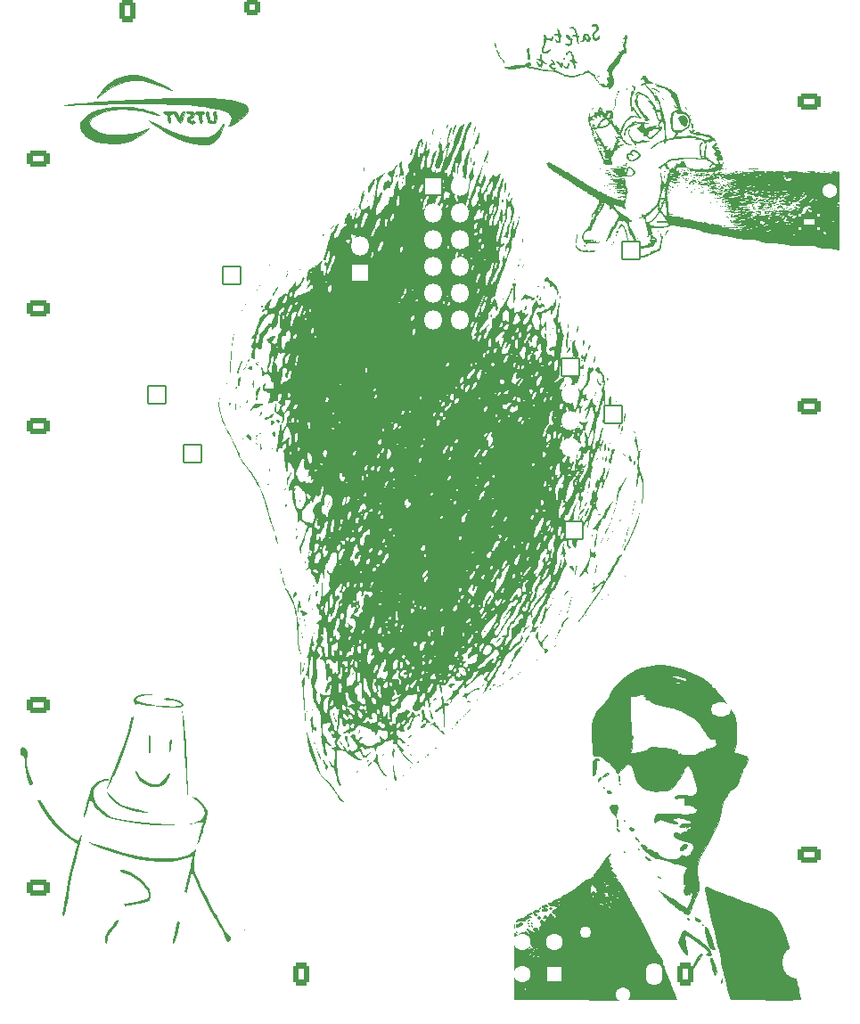
<source format=gbo>
G04 #@! TF.GenerationSoftware,KiCad,Pcbnew,8.0.7*
G04 #@! TF.CreationDate,2025-01-18T17:23:32-06:00*
G04 #@! TF.ProjectId,Controls-Leader,436f6e74-726f-46c7-932d-4c6561646572,rev?*
G04 #@! TF.SameCoordinates,Original*
G04 #@! TF.FileFunction,Legend,Bot*
G04 #@! TF.FilePolarity,Positive*
%FSLAX46Y46*%
G04 Gerber Fmt 4.6, Leading zero omitted, Abs format (unit mm)*
G04 Created by KiCad (PCBNEW 8.0.7) date 2025-01-18 17:23:32*
%MOMM*%
%LPD*%
G01*
G04 APERTURE LIST*
G04 Aperture macros list*
%AMRoundRect*
0 Rectangle with rounded corners*
0 $1 Rounding radius*
0 $2 $3 $4 $5 $6 $7 $8 $9 X,Y pos of 4 corners*
0 Add a 4 corners polygon primitive as box body*
4,1,4,$2,$3,$4,$5,$6,$7,$8,$9,$2,$3,0*
0 Add four circle primitives for the rounded corners*
1,1,$1+$1,$2,$3*
1,1,$1+$1,$4,$5*
1,1,$1+$1,$6,$7*
1,1,$1+$1,$8,$9*
0 Add four rect primitives between the rounded corners*
20,1,$1+$1,$2,$3,$4,$5,0*
20,1,$1+$1,$4,$5,$6,$7,0*
20,1,$1+$1,$6,$7,$8,$9,0*
20,1,$1+$1,$8,$9,$2,$3,0*%
G04 Aperture macros list end*
%ADD10C,0.000000*%
%ADD11C,0.010000*%
%ADD12C,1.372000*%
%ADD13RoundRect,0.267001X0.793999X-0.533999X0.793999X0.533999X-0.793999X0.533999X-0.793999X-0.533999X0*%
%ADD14O,2.122000X1.602000*%
%ADD15RoundRect,0.051000X-0.850000X-0.850000X0.850000X-0.850000X0.850000X0.850000X-0.850000X0.850000X0*%
%ADD16O,1.802000X1.802000*%
%ADD17RoundRect,0.051000X-0.850000X0.850000X-0.850000X-0.850000X0.850000X-0.850000X0.850000X0.850000X0*%
%ADD18RoundRect,0.051000X0.850000X0.850000X-0.850000X0.850000X-0.850000X-0.850000X0.850000X-0.850000X0*%
%ADD19C,1.802000*%
%ADD20C,2.902000*%
%ADD21C,3.102000*%
%ADD22RoundRect,0.051000X0.850000X-0.850000X0.850000X0.850000X-0.850000X0.850000X-0.850000X-0.850000X0*%
%ADD23RoundRect,0.267001X-0.793999X0.533999X-0.793999X-0.533999X0.793999X-0.533999X0.793999X0.533999X0*%
%ADD24C,1.122000*%
%ADD25RoundRect,0.267001X-0.533999X-0.533999X0.533999X-0.533999X0.533999X0.533999X-0.533999X0.533999X0*%
%ADD26C,1.602000*%
%ADD27O,2.002000X1.302000*%
%ADD28C,1.552000*%
%ADD29C,1.102000*%
%ADD30RoundRect,0.051000X0.750000X0.750000X-0.750000X0.750000X-0.750000X-0.750000X0.750000X-0.750000X0*%
%ADD31RoundRect,0.267001X0.533999X0.793999X-0.533999X0.793999X-0.533999X-0.793999X0.533999X-0.793999X0*%
%ADD32O,1.602000X2.122000*%
%ADD33RoundRect,0.267001X-0.533999X-0.793999X0.533999X-0.793999X0.533999X0.793999X-0.533999X0.793999X0*%
%ADD34O,1.902000X1.302000*%
G04 APERTURE END LIST*
D10*
G04 #@! TO.C,G\u002A\u002A\u002A*
G36*
X135138518Y-141619767D02*
G01*
X135079722Y-141678837D01*
X135020926Y-141619767D01*
X135079722Y-141560697D01*
X135138518Y-141619767D01*
G37*
G36*
X130104086Y-131556274D02*
G01*
X130158515Y-131598797D01*
X130033040Y-131627650D01*
X129913770Y-131619296D01*
X129878700Y-131565599D01*
X129920303Y-131542190D01*
X130104086Y-131556274D01*
G37*
G36*
X128115413Y-123485399D02*
G01*
X128163689Y-123591464D01*
X128170792Y-123845746D01*
X128143544Y-124166896D01*
X128088774Y-124473564D01*
X128013304Y-124684401D01*
X127960546Y-124755303D01*
X127909126Y-124736450D01*
X127901383Y-124526971D01*
X127934417Y-124105581D01*
X127967308Y-123865346D01*
X128037207Y-123591826D01*
X128113908Y-123485348D01*
X128115413Y-123485399D01*
G37*
G36*
X126083888Y-123130930D02*
G01*
X126139594Y-123318649D01*
X126182566Y-123672005D01*
X126199681Y-124105581D01*
X126185877Y-124503211D01*
X126144688Y-124794050D01*
X126083888Y-124903023D01*
X126071257Y-124898406D01*
X126016662Y-124745669D01*
X125980587Y-124408110D01*
X125968097Y-123928372D01*
X125969266Y-123758043D01*
X125986092Y-123329022D01*
X126023839Y-123123161D01*
X126083888Y-123130930D01*
G37*
G36*
X122483280Y-128994276D02*
G01*
X122723918Y-129248890D01*
X123034050Y-129511605D01*
X123390513Y-129724926D01*
X123839714Y-129910961D01*
X124428057Y-130091822D01*
X125201945Y-130289619D01*
X125364941Y-130329425D01*
X125790532Y-130439257D01*
X125997274Y-130505862D01*
X125994089Y-130532793D01*
X125789907Y-130523599D01*
X124883803Y-130403545D01*
X123936185Y-130163972D01*
X123161421Y-129827816D01*
X122576381Y-129402721D01*
X122197939Y-128896329D01*
X121946386Y-128388139D01*
X122483280Y-128994276D01*
G37*
G36*
X124814068Y-126551925D02*
G01*
X124951083Y-126764223D01*
X125048653Y-126920824D01*
X125423782Y-127307626D01*
X125909321Y-127625577D01*
X126416227Y-127811055D01*
X126416901Y-127811191D01*
X126896805Y-127802485D01*
X127301555Y-127570711D01*
X127627758Y-127117808D01*
X127694285Y-126997790D01*
X127853463Y-126787458D01*
X127969004Y-126736442D01*
X127997119Y-126863664D01*
X127917250Y-127114155D01*
X127759428Y-127416942D01*
X127559376Y-127704117D01*
X127352817Y-127907774D01*
X127174693Y-128000123D01*
X126718381Y-128076040D01*
X126193351Y-128014030D01*
X125671221Y-127826885D01*
X125223608Y-127527401D01*
X125071389Y-127362088D01*
X124864409Y-127049278D01*
X124727762Y-126739844D01*
X124705476Y-126519433D01*
X124718874Y-126499288D01*
X124814068Y-126551925D01*
G37*
G36*
X129315419Y-121536046D02*
G01*
X129353337Y-121807618D01*
X129407302Y-122338978D01*
X129463080Y-123027981D01*
X129517451Y-123830072D01*
X129567188Y-124700694D01*
X129609070Y-125595292D01*
X129642199Y-126391129D01*
X129674292Y-127151443D01*
X129702246Y-127802766D01*
X129724682Y-128313324D01*
X129740222Y-128651346D01*
X129747487Y-128785060D01*
X129747936Y-128788838D01*
X129743185Y-128968992D01*
X129713323Y-129082495D01*
X129678065Y-128980880D01*
X129640025Y-128658582D01*
X129600131Y-128123604D01*
X129559314Y-127383952D01*
X129522187Y-126664308D01*
X129473128Y-125779479D01*
X129420361Y-124879008D01*
X129370355Y-124076046D01*
X129362956Y-123961862D01*
X129317153Y-123251038D01*
X129272341Y-122549654D01*
X129233325Y-121933150D01*
X129204905Y-121476976D01*
X129150561Y-120590930D01*
X129315419Y-121536046D01*
G37*
G36*
X130130792Y-128951467D02*
G01*
X130423199Y-129090941D01*
X130438004Y-129098792D01*
X130776895Y-129344501D01*
X131121701Y-129691392D01*
X131404829Y-130062647D01*
X131558688Y-130381446D01*
X131562305Y-130599330D01*
X131500597Y-130974615D01*
X131384000Y-131402977D01*
X131264861Y-131781239D01*
X131174809Y-132095126D01*
X131140370Y-132254819D01*
X131118855Y-132347423D01*
X131025136Y-132612315D01*
X130882300Y-132963774D01*
X130783696Y-133183755D01*
X130656918Y-133415738D01*
X130598494Y-133444863D01*
X130609580Y-133286455D01*
X130691332Y-132955837D01*
X130844907Y-132468329D01*
X130876027Y-132375835D01*
X131010348Y-131961905D01*
X131104731Y-131646860D01*
X131140370Y-131492791D01*
X131131932Y-131474160D01*
X130980530Y-131439775D01*
X130699398Y-131461805D01*
X130258426Y-131533620D01*
X130754045Y-131297592D01*
X130838183Y-131254810D01*
X131196441Y-130964641D01*
X131334762Y-130611941D01*
X131255084Y-130209389D01*
X130959346Y-129769666D01*
X130449486Y-129305452D01*
X130440814Y-129298800D01*
X130139605Y-129055437D01*
X130036263Y-128939646D01*
X130130792Y-128951467D01*
G37*
G36*
X122154596Y-127367601D02*
G01*
X122070600Y-127441370D01*
X121837776Y-127502093D01*
X121442064Y-127592596D01*
X121052361Y-127848526D01*
X120795331Y-128203390D01*
X120732755Y-128405426D01*
X120735208Y-128934625D01*
X120951573Y-129495218D01*
X121372098Y-130067334D01*
X121987026Y-130631097D01*
X122168432Y-130764974D01*
X122428953Y-130915522D01*
X122734377Y-131026674D01*
X123147730Y-131119523D01*
X123732036Y-131215165D01*
X124171591Y-131276524D01*
X124848868Y-131355846D01*
X125651070Y-131433854D01*
X126605723Y-131512960D01*
X127740358Y-131595576D01*
X129082500Y-131684116D01*
X129118316Y-131686529D01*
X129190528Y-131697072D01*
X129053791Y-131702094D01*
X128730375Y-131701597D01*
X128242552Y-131695581D01*
X127612593Y-131684046D01*
X126780949Y-131658382D01*
X125494374Y-131580853D01*
X124352402Y-131462618D01*
X123377257Y-131306810D01*
X122591167Y-131116565D01*
X122016359Y-130895013D01*
X121646629Y-130671449D01*
X121187681Y-130297806D01*
X120824582Y-129893391D01*
X120618285Y-129518227D01*
X120611466Y-129497787D01*
X120496124Y-129313550D01*
X120376808Y-129287846D01*
X120321851Y-129438951D01*
X120310912Y-129541002D01*
X120248464Y-129816432D01*
X120148144Y-130165144D01*
X120030072Y-130526936D01*
X119914362Y-130841607D01*
X119821135Y-131048958D01*
X119770510Y-131088786D01*
X119775235Y-130933023D01*
X119837129Y-130597911D01*
X119943510Y-130144003D01*
X120079239Y-129626419D01*
X120229178Y-129100277D01*
X120378188Y-128620693D01*
X120511133Y-128242787D01*
X120612875Y-128021677D01*
X120729598Y-127864999D01*
X121170324Y-127516168D01*
X121779360Y-127317271D01*
X121940614Y-127291234D01*
X122141519Y-127289942D01*
X122154596Y-127367601D01*
G37*
G36*
X123550552Y-135891435D02*
G01*
X123895092Y-135990233D01*
X124337842Y-136216493D01*
X124822827Y-136530973D01*
X125294067Y-136894434D01*
X125695587Y-137267634D01*
X125971407Y-137611331D01*
X126079684Y-137826387D01*
X126184793Y-138223548D01*
X126178240Y-138579323D01*
X126054491Y-138813626D01*
X125972260Y-138869488D01*
X125564397Y-139038194D01*
X124951580Y-139188541D01*
X124156637Y-139314510D01*
X124139565Y-139316689D01*
X123584132Y-139399891D01*
X123229412Y-139493641D01*
X123042098Y-139620101D01*
X122988879Y-139801432D01*
X123036447Y-140059794D01*
X123125168Y-140464640D01*
X123106766Y-140819164D01*
X122944228Y-141153785D01*
X122614907Y-141548475D01*
X122516053Y-141656438D01*
X122251497Y-141986993D01*
X122120806Y-142259979D01*
X122085741Y-142547600D01*
X122084213Y-142616822D01*
X122044608Y-142874217D01*
X121968148Y-142978372D01*
X121940962Y-142965403D01*
X121876378Y-142798534D01*
X121850555Y-142500752D01*
X121856530Y-142339881D01*
X121918482Y-142070195D01*
X122079800Y-141801014D01*
X122379722Y-141454780D01*
X122647181Y-141140569D01*
X122859733Y-140762394D01*
X122902404Y-140394435D01*
X122793405Y-139971386D01*
X122753651Y-139678859D01*
X122908034Y-139428737D01*
X123276815Y-139252017D01*
X123865966Y-139144093D01*
X124193237Y-139103196D01*
X124828425Y-138988309D01*
X125362691Y-138844424D01*
X125751366Y-138684854D01*
X125949778Y-138522919D01*
X125994370Y-138265009D01*
X125873273Y-137907634D01*
X125602046Y-137512865D01*
X125213939Y-137114282D01*
X124742203Y-136745465D01*
X124220088Y-136439995D01*
X123680844Y-136231451D01*
X123451442Y-136148429D01*
X123283980Y-136027818D01*
X123299927Y-135930193D01*
X123515918Y-135890000D01*
X123550552Y-135891435D01*
G37*
G36*
X114187707Y-124298077D02*
G01*
X114360332Y-124480712D01*
X114465531Y-124760430D01*
X114462195Y-125080232D01*
X114405325Y-125438970D01*
X114408202Y-125850351D01*
X114492618Y-126314465D01*
X114668481Y-126883123D01*
X114945702Y-127608134D01*
X115105082Y-127991953D01*
X115784881Y-129404914D01*
X116534409Y-130618317D01*
X117368563Y-131657057D01*
X117382310Y-131671994D01*
X117825464Y-132124260D01*
X118274027Y-132533482D01*
X118687161Y-132866648D01*
X119024033Y-133090754D01*
X119243804Y-133172790D01*
X119253603Y-133171539D01*
X119369263Y-133052676D01*
X119487730Y-132799214D01*
X119502785Y-132757336D01*
X119604181Y-132541859D01*
X119677901Y-132486465D01*
X119680427Y-132491339D01*
X119664796Y-132646773D01*
X119593439Y-132977965D01*
X119476884Y-133440035D01*
X119325655Y-133988107D01*
X119033224Y-135070944D01*
X118749998Y-136284526D01*
X118493831Y-137586277D01*
X118248976Y-139050232D01*
X118231927Y-139159091D01*
X118136410Y-139731317D01*
X118058290Y-140103454D01*
X117987711Y-140305287D01*
X117914819Y-140366596D01*
X117829760Y-140317168D01*
X117824729Y-140309870D01*
X117814091Y-140131166D01*
X117850388Y-139763885D01*
X117926345Y-139244544D01*
X118034684Y-138609666D01*
X118168132Y-137895771D01*
X118319411Y-137139379D01*
X118481246Y-136377011D01*
X118646363Y-135645187D01*
X118807483Y-134980427D01*
X118957333Y-134419253D01*
X119088637Y-133998184D01*
X119150833Y-133817696D01*
X119214762Y-133572781D01*
X119190539Y-133440878D01*
X119076854Y-133350000D01*
X118079733Y-132687359D01*
X117205762Y-131929513D01*
X116448101Y-131048883D01*
X115750612Y-129988739D01*
X115380953Y-129314554D01*
X115008159Y-128539549D01*
X114685688Y-127770988D01*
X114432225Y-127057290D01*
X114266448Y-126446870D01*
X114207037Y-125988145D01*
X114206641Y-125959277D01*
X114155226Y-125648124D01*
X114043748Y-125447675D01*
X114033863Y-125439399D01*
X113879563Y-125196316D01*
X113799609Y-124860912D01*
X113805847Y-124533594D01*
X113910118Y-124314774D01*
X113988768Y-124269524D01*
X114187707Y-124298077D01*
G37*
G36*
X126730648Y-119264406D02*
G01*
X125865547Y-119355491D01*
X125845226Y-119357656D01*
X125277738Y-119445929D01*
X124929945Y-119558667D01*
X124788968Y-119688102D01*
X124841932Y-119826468D01*
X125075956Y-119965999D01*
X125478165Y-120098929D01*
X126035677Y-120217491D01*
X126735618Y-120313919D01*
X127565108Y-120380447D01*
X127652761Y-120385034D01*
X128278085Y-120400481D01*
X128728909Y-120378006D01*
X128976219Y-120318874D01*
X129016292Y-120295396D01*
X129101591Y-120212023D01*
X129023107Y-120127990D01*
X128752298Y-120003038D01*
X128663456Y-119969057D01*
X128217893Y-119854831D01*
X127765236Y-119803249D01*
X127497443Y-119789923D01*
X127359946Y-119751578D01*
X127421200Y-119682611D01*
X127455529Y-119666204D01*
X127767466Y-119622252D01*
X128189986Y-119666003D01*
X128636913Y-119782663D01*
X129022074Y-119957438D01*
X129241638Y-120107421D01*
X129316952Y-120234196D01*
X129241314Y-120375926D01*
X129229938Y-120389073D01*
X129127468Y-120463296D01*
X128956012Y-120507830D01*
X128674186Y-120525653D01*
X128240608Y-120519747D01*
X127613893Y-120493090D01*
X127037223Y-120454967D01*
X126413964Y-120393583D01*
X125876847Y-120320440D01*
X125500359Y-120244305D01*
X125431375Y-120225598D01*
X125036029Y-120144550D01*
X124807549Y-120181358D01*
X124701147Y-120361155D01*
X124672033Y-120709069D01*
X124640700Y-121126513D01*
X124509292Y-121870912D01*
X124287520Y-122753046D01*
X123988247Y-123731813D01*
X123624339Y-124766110D01*
X123208660Y-125814835D01*
X122754074Y-126836887D01*
X122645300Y-127064982D01*
X122400479Y-127560322D01*
X122198476Y-127943949D01*
X122057815Y-128181565D01*
X121997017Y-128238869D01*
X122003788Y-128180933D01*
X122081623Y-127931734D01*
X122230620Y-127529033D01*
X122435691Y-127012835D01*
X122681750Y-126423145D01*
X123213305Y-125118166D01*
X123676107Y-123856371D01*
X124049299Y-122694596D01*
X124325278Y-121658631D01*
X124496441Y-120774273D01*
X124555185Y-120067316D01*
X124573084Y-119781081D01*
X124671219Y-119570060D01*
X124902124Y-119412568D01*
X124980367Y-119377304D01*
X125416455Y-119275725D01*
X125989855Y-119248366D01*
X126730648Y-119264406D01*
G37*
G36*
X120537094Y-133363598D02*
G01*
X120857066Y-133455470D01*
X121272139Y-133591319D01*
X122049485Y-133849577D01*
X123613215Y-134304838D01*
X125033313Y-134621465D01*
X126337575Y-134805073D01*
X127553796Y-134861286D01*
X127751970Y-134859079D01*
X128599334Y-134809932D01*
X129261627Y-134690644D01*
X129774192Y-134492372D01*
X130172376Y-134206276D01*
X130445800Y-133948212D01*
X130356886Y-134476083D01*
X130292759Y-134935400D01*
X130276532Y-135437101D01*
X130344740Y-135916254D01*
X130509539Y-136447925D01*
X130783091Y-137107188D01*
X130833478Y-137218818D01*
X131110314Y-137795173D01*
X131459237Y-138479849D01*
X131840666Y-139196511D01*
X132215023Y-139868826D01*
X132390501Y-140177152D01*
X132693483Y-140718588D01*
X132944719Y-141179229D01*
X133121956Y-141517977D01*
X133202946Y-141693731D01*
X133267581Y-141817461D01*
X133421479Y-141915116D01*
X133566757Y-141996744D01*
X133729265Y-142213951D01*
X133791458Y-142340541D01*
X133821152Y-142531163D01*
X133700919Y-142701196D01*
X133567839Y-142805679D01*
X133462553Y-142759176D01*
X133326413Y-142526367D01*
X133313647Y-142501236D01*
X133190194Y-142216741D01*
X133139444Y-142021136D01*
X133097808Y-141907859D01*
X132950330Y-141628199D01*
X132721355Y-141236421D01*
X132437232Y-140779130D01*
X132192866Y-140386200D01*
X131658216Y-139461759D01*
X131150538Y-138502327D01*
X130708250Y-137582293D01*
X130369773Y-136776046D01*
X130313431Y-136627456D01*
X130206600Y-136369215D01*
X130123562Y-136252230D01*
X130049780Y-136294475D01*
X129970714Y-136513920D01*
X129871828Y-136928536D01*
X129738581Y-137556297D01*
X129717355Y-137656925D01*
X129579952Y-138288999D01*
X129418309Y-139007377D01*
X129243183Y-139766779D01*
X129065329Y-140521927D01*
X128895506Y-141227544D01*
X128744465Y-141838350D01*
X128622965Y-142309067D01*
X128541762Y-142594417D01*
X128528965Y-142632220D01*
X128411919Y-142877898D01*
X128301104Y-142978372D01*
X128246885Y-142942566D01*
X128248512Y-142771628D01*
X128255308Y-142747775D01*
X128312802Y-142524055D01*
X128414605Y-142114153D01*
X128552401Y-141552465D01*
X128717877Y-140873385D01*
X128902716Y-140111312D01*
X129098604Y-139300637D01*
X129297225Y-138475758D01*
X129490265Y-137671071D01*
X129669407Y-136920970D01*
X129826338Y-136259850D01*
X129952742Y-135722108D01*
X130008431Y-135477612D01*
X130097690Y-135053717D01*
X130151046Y-134752705D01*
X130158481Y-134627884D01*
X130095606Y-134632995D01*
X129868712Y-134708912D01*
X129541645Y-134845050D01*
X128935628Y-135037551D01*
X128086703Y-135152360D01*
X127097813Y-135162369D01*
X126004222Y-135072053D01*
X124841186Y-134885891D01*
X123643971Y-134608359D01*
X122447836Y-134243934D01*
X121288043Y-133797094D01*
X121067829Y-133700649D01*
X120689844Y-133525958D01*
X120437601Y-133396342D01*
X120356848Y-133334531D01*
X120368569Y-133331510D01*
X120537094Y-133363598D01*
G37*
G36*
X133501170Y-89537427D02*
G01*
X133464036Y-89574561D01*
X133426901Y-89537427D01*
X133464036Y-89500292D01*
X133501170Y-89537427D01*
G37*
G36*
X133872515Y-93325146D02*
G01*
X133835381Y-93362281D01*
X133798246Y-93325146D01*
X133835381Y-93288012D01*
X133872515Y-93325146D01*
G37*
G36*
X134243860Y-84635673D02*
G01*
X134206726Y-84672807D01*
X134169591Y-84635673D01*
X134206726Y-84598538D01*
X134243860Y-84635673D01*
G37*
G36*
X134615205Y-83595906D02*
G01*
X134578071Y-83633041D01*
X134540936Y-83595906D01*
X134578071Y-83558772D01*
X134615205Y-83595906D01*
G37*
G36*
X134615205Y-90280117D02*
G01*
X134578071Y-90317252D01*
X134540936Y-90280117D01*
X134578071Y-90242983D01*
X134615205Y-90280117D01*
G37*
G36*
X134689474Y-91914035D02*
G01*
X134652340Y-91951170D01*
X134615205Y-91914035D01*
X134652340Y-91876901D01*
X134689474Y-91914035D01*
G37*
G36*
X134838012Y-83001754D02*
G01*
X134800878Y-83038889D01*
X134763743Y-83001754D01*
X134800878Y-82964620D01*
X134838012Y-83001754D01*
G37*
G36*
X134838012Y-89017544D02*
G01*
X134800878Y-89054678D01*
X134763743Y-89017544D01*
X134800878Y-88980409D01*
X134838012Y-89017544D01*
G37*
G36*
X134912281Y-82778947D02*
G01*
X134875147Y-82816082D01*
X134838012Y-82778947D01*
X134875147Y-82741813D01*
X134912281Y-82778947D01*
G37*
G36*
X135135088Y-82333333D02*
G01*
X135097954Y-82370468D01*
X135060819Y-82333333D01*
X135097954Y-82296199D01*
X135135088Y-82333333D01*
G37*
G36*
X135432164Y-87903509D02*
G01*
X135395030Y-87940643D01*
X135357895Y-87903509D01*
X135395030Y-87866374D01*
X135432164Y-87903509D01*
G37*
G36*
X135580702Y-93770760D02*
G01*
X135543568Y-93807895D01*
X135506433Y-93770760D01*
X135543568Y-93733626D01*
X135580702Y-93770760D01*
G37*
G36*
X136249123Y-94959064D02*
G01*
X136211989Y-94996199D01*
X136174854Y-94959064D01*
X136211989Y-94921930D01*
X136249123Y-94959064D01*
G37*
G36*
X136323392Y-80847953D02*
G01*
X136286258Y-80885088D01*
X136249123Y-80847953D01*
X136286258Y-80810819D01*
X136323392Y-80847953D01*
G37*
G36*
X136397661Y-87680702D02*
G01*
X136360527Y-87717836D01*
X136323392Y-87680702D01*
X136360527Y-87643567D01*
X136397661Y-87680702D01*
G37*
G36*
X136471930Y-93176608D02*
G01*
X136434796Y-93213743D01*
X136397661Y-93176608D01*
X136434796Y-93139474D01*
X136471930Y-93176608D01*
G37*
G36*
X136546199Y-80402339D02*
G01*
X136509065Y-80439474D01*
X136471930Y-80402339D01*
X136509065Y-80365205D01*
X136546199Y-80402339D01*
G37*
G36*
X136917544Y-79733918D02*
G01*
X136880410Y-79771053D01*
X136843275Y-79733918D01*
X136880410Y-79696784D01*
X136917544Y-79733918D01*
G37*
G36*
X137511696Y-78471345D02*
G01*
X137474562Y-78508480D01*
X137437427Y-78471345D01*
X137474562Y-78434211D01*
X137511696Y-78471345D01*
G37*
G36*
X137734503Y-95924561D02*
G01*
X137697369Y-95961696D01*
X137660234Y-95924561D01*
X137697369Y-95887427D01*
X137734503Y-95924561D01*
G37*
G36*
X138997077Y-85378363D02*
G01*
X138959942Y-85415497D01*
X138922808Y-85378363D01*
X138959942Y-85341228D01*
X138997077Y-85378363D01*
G37*
G36*
X139219884Y-79065497D02*
G01*
X139182749Y-79102632D01*
X139145615Y-79065497D01*
X139182749Y-79028363D01*
X139219884Y-79065497D01*
G37*
G36*
X141076609Y-120878947D02*
G01*
X141039474Y-120916082D01*
X141002340Y-120878947D01*
X141039474Y-120841813D01*
X141076609Y-120878947D01*
G37*
G36*
X141150878Y-118725146D02*
G01*
X141113743Y-118762281D01*
X141076609Y-118725146D01*
X141113743Y-118688012D01*
X141150878Y-118725146D01*
G37*
G36*
X141596492Y-76391813D02*
G01*
X141559357Y-76428947D01*
X141522223Y-76391813D01*
X141559357Y-76354678D01*
X141596492Y-76391813D01*
G37*
G36*
X141596492Y-111149708D02*
G01*
X141559357Y-111186842D01*
X141522223Y-111149708D01*
X141559357Y-111112573D01*
X141596492Y-111149708D01*
G37*
G36*
X141893568Y-113154971D02*
G01*
X141856433Y-113192105D01*
X141819299Y-113154971D01*
X141856433Y-113117836D01*
X141893568Y-113154971D01*
G37*
G36*
X141967837Y-78322807D02*
G01*
X141930702Y-78359942D01*
X141893568Y-78322807D01*
X141930702Y-78285673D01*
X141967837Y-78322807D01*
G37*
G36*
X141967837Y-124443860D02*
G01*
X141930702Y-124480994D01*
X141893568Y-124443860D01*
X141930702Y-124406725D01*
X141967837Y-124443860D01*
G37*
G36*
X143007603Y-125260819D02*
G01*
X142970468Y-125297953D01*
X142933334Y-125260819D01*
X142970468Y-125223684D01*
X143007603Y-125260819D01*
G37*
G36*
X143081872Y-125409357D02*
G01*
X143044737Y-125446491D01*
X143007603Y-125409357D01*
X143044737Y-125372222D01*
X143081872Y-125409357D01*
G37*
G36*
X143156141Y-100974854D02*
G01*
X143119006Y-101011988D01*
X143081872Y-100974854D01*
X143119006Y-100937719D01*
X143156141Y-100974854D01*
G37*
G36*
X144344445Y-126077778D02*
G01*
X144307310Y-126114912D01*
X144270176Y-126077778D01*
X144307310Y-126040643D01*
X144344445Y-126077778D01*
G37*
G36*
X145309942Y-116942690D02*
G01*
X145272808Y-116979825D01*
X145235673Y-116942690D01*
X145272808Y-116905556D01*
X145309942Y-116942690D01*
G37*
G36*
X145829825Y-73198246D02*
G01*
X145792691Y-73235380D01*
X145755556Y-73198246D01*
X145792691Y-73161111D01*
X145829825Y-73198246D01*
G37*
G36*
X146349708Y-126226316D02*
G01*
X146312574Y-126263450D01*
X146275439Y-126226316D01*
X146312574Y-126189181D01*
X146349708Y-126226316D01*
G37*
G36*
X146869591Y-72158480D02*
G01*
X146832457Y-72195614D01*
X146795322Y-72158480D01*
X146832457Y-72121345D01*
X146869591Y-72158480D01*
G37*
G36*
X147092398Y-125409357D02*
G01*
X147055264Y-125446491D01*
X147018129Y-125409357D01*
X147055264Y-125372222D01*
X147092398Y-125409357D01*
G37*
G36*
X147389474Y-71861404D02*
G01*
X147352340Y-71898538D01*
X147315205Y-71861404D01*
X147352340Y-71824269D01*
X147389474Y-71861404D01*
G37*
G36*
X148206433Y-128454386D02*
G01*
X148169299Y-128491521D01*
X148132164Y-128454386D01*
X148169299Y-128417252D01*
X148206433Y-128454386D01*
G37*
G36*
X148577778Y-128231579D02*
G01*
X148540644Y-128268713D01*
X148503509Y-128231579D01*
X148540644Y-128194444D01*
X148577778Y-128231579D01*
G37*
G36*
X148800585Y-128083041D02*
G01*
X148763451Y-128120175D01*
X148726316Y-128083041D01*
X148763451Y-128045906D01*
X148800585Y-128083041D01*
G37*
G36*
X149840351Y-127266082D02*
G01*
X149803217Y-127303216D01*
X149766082Y-127266082D01*
X149803217Y-127228947D01*
X149840351Y-127266082D01*
G37*
G36*
X150211696Y-126969006D02*
G01*
X150174562Y-127006140D01*
X150137427Y-126969006D01*
X150174562Y-126931871D01*
X150211696Y-126969006D01*
G37*
G36*
X150285965Y-68073684D02*
G01*
X150248831Y-68110819D01*
X150211696Y-68073684D01*
X150248831Y-68036550D01*
X150285965Y-68073684D01*
G37*
G36*
X150880117Y-126226316D02*
G01*
X150842983Y-126263450D01*
X150805848Y-126226316D01*
X150842983Y-126189181D01*
X150880117Y-126226316D01*
G37*
G36*
X151177193Y-67108187D02*
G01*
X151140059Y-67145322D01*
X151102924Y-67108187D01*
X151140059Y-67071053D01*
X151177193Y-67108187D01*
G37*
G36*
X151400000Y-66885380D02*
G01*
X151362866Y-66922515D01*
X151325731Y-66885380D01*
X151362866Y-66848246D01*
X151400000Y-66885380D01*
G37*
G36*
X152736843Y-124889474D02*
G01*
X152699708Y-124926608D01*
X152662574Y-124889474D01*
X152699708Y-124852339D01*
X152736843Y-124889474D01*
G37*
G36*
X153776609Y-66439766D02*
G01*
X153739474Y-66476901D01*
X153702340Y-66439766D01*
X153739474Y-66402632D01*
X153776609Y-66439766D01*
G37*
G36*
X155039182Y-122290059D02*
G01*
X155002047Y-122327193D01*
X154964913Y-122290059D01*
X155002047Y-122252924D01*
X155039182Y-122290059D01*
G37*
G36*
X155187720Y-122141521D02*
G01*
X155150585Y-122178655D01*
X155113451Y-122141521D01*
X155150585Y-122104386D01*
X155187720Y-122141521D01*
G37*
G36*
X155930410Y-121324561D02*
G01*
X155893275Y-121361696D01*
X155856141Y-121324561D01*
X155893275Y-121287427D01*
X155930410Y-121324561D01*
G37*
G36*
X156598831Y-67182456D02*
G01*
X156561696Y-67219591D01*
X156524562Y-67182456D01*
X156561696Y-67145322D01*
X156598831Y-67182456D01*
G37*
G36*
X157638597Y-119245029D02*
G01*
X157601462Y-119282164D01*
X157564328Y-119245029D01*
X157601462Y-119207895D01*
X157638597Y-119245029D01*
G37*
G36*
X157787135Y-119096491D02*
G01*
X157750000Y-119133626D01*
X157712866Y-119096491D01*
X157750000Y-119059357D01*
X157787135Y-119096491D01*
G37*
G36*
X158901170Y-118650877D02*
G01*
X158864036Y-118688012D01*
X158826901Y-118650877D01*
X158864036Y-118613743D01*
X158901170Y-118650877D01*
G37*
G36*
X159940936Y-118056725D02*
G01*
X159903802Y-118093860D01*
X159866667Y-118056725D01*
X159903802Y-118019591D01*
X159940936Y-118056725D01*
G37*
G36*
X160312281Y-78842690D02*
G01*
X160275147Y-78879825D01*
X160238012Y-78842690D01*
X160275147Y-78805556D01*
X160312281Y-78842690D01*
G37*
G36*
X160683626Y-79956725D02*
G01*
X160646492Y-79993860D01*
X160609357Y-79956725D01*
X160646492Y-79919591D01*
X160683626Y-79956725D01*
G37*
G36*
X160757895Y-79808187D02*
G01*
X160720761Y-79845322D01*
X160683626Y-79808187D01*
X160720761Y-79771053D01*
X160757895Y-79808187D01*
G37*
G36*
X161129240Y-117314035D02*
G01*
X161092106Y-117351170D01*
X161054971Y-117314035D01*
X161092106Y-117276901D01*
X161129240Y-117314035D01*
G37*
G36*
X161277778Y-117165497D02*
G01*
X161240644Y-117202632D01*
X161203509Y-117165497D01*
X161240644Y-117128363D01*
X161277778Y-117165497D01*
G37*
G36*
X161500585Y-117016959D02*
G01*
X161463451Y-117054094D01*
X161426316Y-117016959D01*
X161463451Y-116979825D01*
X161500585Y-117016959D01*
G37*
G36*
X161574854Y-78619883D02*
G01*
X161537720Y-78657018D01*
X161500585Y-78619883D01*
X161537720Y-78582749D01*
X161574854Y-78619883D01*
G37*
G36*
X161649123Y-78471345D02*
G01*
X161611989Y-78508480D01*
X161574854Y-78471345D01*
X161611989Y-78434211D01*
X161649123Y-78471345D01*
G37*
G36*
X161723392Y-78248538D02*
G01*
X161686258Y-78285673D01*
X161649123Y-78248538D01*
X161686258Y-78211404D01*
X161723392Y-78248538D01*
G37*
G36*
X162317544Y-116348538D02*
G01*
X162280410Y-116385673D01*
X162243275Y-116348538D01*
X162280410Y-116311404D01*
X162317544Y-116348538D01*
G37*
G36*
X162614620Y-116200000D02*
G01*
X162577486Y-116237135D01*
X162540351Y-116200000D01*
X162577486Y-116162866D01*
X162614620Y-116200000D01*
G37*
G36*
X163208772Y-112857895D02*
G01*
X163171638Y-112895029D01*
X163134503Y-112857895D01*
X163171638Y-112820760D01*
X163208772Y-112857895D01*
G37*
G36*
X163357310Y-115754386D02*
G01*
X163320176Y-115791521D01*
X163283041Y-115754386D01*
X163320176Y-115717252D01*
X163357310Y-115754386D01*
G37*
G36*
X163802924Y-83670175D02*
G01*
X163765790Y-83707310D01*
X163728655Y-83670175D01*
X163765790Y-83633041D01*
X163802924Y-83670175D01*
G37*
G36*
X164174270Y-115234503D02*
G01*
X164137135Y-115271637D01*
X164100000Y-115234503D01*
X164137135Y-115197368D01*
X164174270Y-115234503D01*
G37*
G36*
X164322808Y-115085965D02*
G01*
X164285673Y-115123099D01*
X164248539Y-115085965D01*
X164285673Y-115048830D01*
X164322808Y-115085965D01*
G37*
G36*
X164471346Y-112560819D02*
G01*
X164434211Y-112597953D01*
X164397077Y-112560819D01*
X164434211Y-112523684D01*
X164471346Y-112560819D01*
G37*
G36*
X164545615Y-109664328D02*
G01*
X164508480Y-109701462D01*
X164471346Y-109664328D01*
X164508480Y-109627193D01*
X164545615Y-109664328D01*
G37*
G36*
X164842691Y-111966667D02*
G01*
X164805556Y-112003801D01*
X164768422Y-111966667D01*
X164805556Y-111929532D01*
X164842691Y-111966667D01*
G37*
G36*
X165065498Y-114269006D02*
G01*
X165028363Y-114306140D01*
X164991229Y-114269006D01*
X165028363Y-114231871D01*
X165065498Y-114269006D01*
G37*
G36*
X165214036Y-101791813D02*
G01*
X165176901Y-101828947D01*
X165139767Y-101791813D01*
X165176901Y-101754678D01*
X165214036Y-101791813D01*
G37*
G36*
X165214036Y-111298246D02*
G01*
X165176901Y-111335380D01*
X165139767Y-111298246D01*
X165176901Y-111261111D01*
X165214036Y-111298246D01*
G37*
G36*
X165882457Y-113303509D02*
G01*
X165845322Y-113340643D01*
X165808188Y-113303509D01*
X165845322Y-113266374D01*
X165882457Y-113303509D01*
G37*
G36*
X166105264Y-85675439D02*
G01*
X166068129Y-85712573D01*
X166030995Y-85675439D01*
X166068129Y-85638304D01*
X166105264Y-85675439D01*
G37*
G36*
X166476609Y-112709357D02*
G01*
X166439474Y-112746491D01*
X166402340Y-112709357D01*
X166439474Y-112672222D01*
X166476609Y-112709357D01*
G37*
G36*
X167070761Y-105653801D02*
G01*
X167033626Y-105690936D01*
X166996492Y-105653801D01*
X167033626Y-105616667D01*
X167070761Y-105653801D01*
G37*
G36*
X167367837Y-112040936D02*
G01*
X167330702Y-112078070D01*
X167293568Y-112040936D01*
X167330702Y-112003801D01*
X167367837Y-112040936D01*
G37*
G36*
X167590644Y-111743860D02*
G01*
X167553509Y-111780994D01*
X167516375Y-111743860D01*
X167553509Y-111706725D01*
X167590644Y-111743860D01*
G37*
G36*
X167664913Y-100454971D02*
G01*
X167627778Y-100492105D01*
X167590644Y-100454971D01*
X167627778Y-100417836D01*
X167664913Y-100454971D01*
G37*
G36*
X168333334Y-107807602D02*
G01*
X168296199Y-107844737D01*
X168259065Y-107807602D01*
X168296199Y-107770468D01*
X168333334Y-107807602D01*
G37*
G36*
X168407603Y-106767836D02*
G01*
X168370468Y-106804971D01*
X168333334Y-106767836D01*
X168370468Y-106730702D01*
X168407603Y-106767836D01*
G37*
G36*
X168556141Y-105505263D02*
G01*
X168519006Y-105542398D01*
X168481872Y-105505263D01*
X168519006Y-105468129D01*
X168556141Y-105505263D01*
G37*
G36*
X168704679Y-94290643D02*
G01*
X168667544Y-94327778D01*
X168630410Y-94290643D01*
X168667544Y-94253509D01*
X168704679Y-94290643D01*
G37*
G36*
X168704679Y-101940351D02*
G01*
X168667544Y-101977485D01*
X168630410Y-101940351D01*
X168667544Y-101903216D01*
X168704679Y-101940351D01*
G37*
G36*
X168704679Y-105282456D02*
G01*
X168667544Y-105319591D01*
X168630410Y-105282456D01*
X168667544Y-105245322D01*
X168704679Y-105282456D01*
G37*
G36*
X168778948Y-110407018D02*
G01*
X168741813Y-110444152D01*
X168704679Y-110407018D01*
X168741813Y-110369883D01*
X168778948Y-110407018D01*
G37*
G36*
X169076024Y-104614035D02*
G01*
X169038889Y-104651170D01*
X169001755Y-104614035D01*
X169038889Y-104576901D01*
X169076024Y-104614035D01*
G37*
G36*
X169150293Y-104465497D02*
G01*
X169113158Y-104502632D01*
X169076024Y-104465497D01*
X169113158Y-104428363D01*
X169150293Y-104465497D01*
G37*
G36*
X169224562Y-104316959D02*
G01*
X169187427Y-104354094D01*
X169150293Y-104316959D01*
X169187427Y-104279825D01*
X169224562Y-104316959D01*
G37*
G36*
X169670176Y-104465497D02*
G01*
X169633041Y-104502632D01*
X169595907Y-104465497D01*
X169633041Y-104428363D01*
X169670176Y-104465497D01*
G37*
G36*
X169744445Y-103202924D02*
G01*
X169707310Y-103240059D01*
X169670176Y-103202924D01*
X169707310Y-103165790D01*
X169744445Y-103202924D01*
G37*
G36*
X169818714Y-95404678D02*
G01*
X169781579Y-95441813D01*
X169744445Y-95404678D01*
X169781579Y-95367544D01*
X169818714Y-95404678D01*
G37*
G36*
X169818714Y-97558480D02*
G01*
X169781579Y-97595614D01*
X169744445Y-97558480D01*
X169781579Y-97521345D01*
X169818714Y-97558480D01*
G37*
G36*
X169967252Y-94884795D02*
G01*
X169930117Y-94921930D01*
X169892983Y-94884795D01*
X169930117Y-94847661D01*
X169967252Y-94884795D01*
G37*
G36*
X170115790Y-102311696D02*
G01*
X170078655Y-102348830D01*
X170041521Y-102311696D01*
X170078655Y-102274561D01*
X170115790Y-102311696D01*
G37*
G36*
X170190059Y-102014620D02*
G01*
X170152924Y-102051754D01*
X170115790Y-102014620D01*
X170152924Y-101977485D01*
X170190059Y-102014620D01*
G37*
G36*
X170784211Y-93325146D02*
G01*
X170747077Y-93362281D01*
X170709942Y-93325146D01*
X170747077Y-93288012D01*
X170784211Y-93325146D01*
G37*
G36*
X170858480Y-105579532D02*
G01*
X170821346Y-105616667D01*
X170784211Y-105579532D01*
X170821346Y-105542398D01*
X170858480Y-105579532D01*
G37*
G36*
X171007018Y-105208187D02*
G01*
X170969884Y-105245322D01*
X170932749Y-105208187D01*
X170969884Y-105171053D01*
X171007018Y-105208187D01*
G37*
G36*
X171081287Y-105059649D02*
G01*
X171044153Y-105096784D01*
X171007018Y-105059649D01*
X171044153Y-105022515D01*
X171081287Y-105059649D01*
G37*
G36*
X171229825Y-101866082D02*
G01*
X171192691Y-101903216D01*
X171155556Y-101866082D01*
X171192691Y-101828947D01*
X171229825Y-101866082D01*
G37*
G36*
X171304094Y-108030409D02*
G01*
X171266960Y-108067544D01*
X171229825Y-108030409D01*
X171266960Y-107993275D01*
X171304094Y-108030409D01*
G37*
G36*
X171452632Y-107881871D02*
G01*
X171415498Y-107919006D01*
X171378363Y-107881871D01*
X171415498Y-107844737D01*
X171452632Y-107881871D01*
G37*
G36*
X171526901Y-93176608D02*
G01*
X171489767Y-93213743D01*
X171452632Y-93176608D01*
X171489767Y-93139474D01*
X171526901Y-93176608D01*
G37*
G36*
X171601170Y-107733333D02*
G01*
X171564036Y-107770468D01*
X171526901Y-107733333D01*
X171564036Y-107696199D01*
X171601170Y-107733333D01*
G37*
G36*
X171749708Y-97261404D02*
G01*
X171712574Y-97298538D01*
X171675439Y-97261404D01*
X171712574Y-97224269D01*
X171749708Y-97261404D01*
G37*
G36*
X171749708Y-100900585D02*
G01*
X171712574Y-100937719D01*
X171675439Y-100900585D01*
X171712574Y-100863450D01*
X171749708Y-100900585D01*
G37*
G36*
X171749708Y-102980117D02*
G01*
X171712574Y-103017252D01*
X171675439Y-102980117D01*
X171712574Y-102942983D01*
X171749708Y-102980117D01*
G37*
G36*
X171972515Y-102088889D02*
G01*
X171935381Y-102126023D01*
X171898246Y-102088889D01*
X171935381Y-102051754D01*
X171972515Y-102088889D01*
G37*
G36*
X172789474Y-95998830D02*
G01*
X172752340Y-96035965D01*
X172715205Y-95998830D01*
X172752340Y-95961696D01*
X172789474Y-95998830D01*
G37*
G36*
X172863743Y-95850292D02*
G01*
X172826609Y-95887427D01*
X172789474Y-95850292D01*
X172826609Y-95813158D01*
X172863743Y-95850292D01*
G37*
G36*
X132758480Y-91208480D02*
G01*
X132753120Y-91247797D01*
X132708967Y-91257992D01*
X132700079Y-91247107D01*
X132708967Y-91158967D01*
X132731306Y-91147348D01*
X132758480Y-91208480D01*
G37*
G36*
X133129825Y-90465790D02*
G01*
X133124465Y-90505107D01*
X133080312Y-90515302D01*
X133071424Y-90504417D01*
X133080312Y-90416277D01*
X133102651Y-90404658D01*
X133129825Y-90465790D01*
G37*
G36*
X133204094Y-90242983D02*
G01*
X133198734Y-90282300D01*
X133154581Y-90292495D01*
X133145693Y-90281610D01*
X133154581Y-90193470D01*
X133176920Y-90181851D01*
X133204094Y-90242983D01*
G37*
G36*
X133426901Y-89723099D02*
G01*
X133421541Y-89762417D01*
X133377388Y-89772612D01*
X133368500Y-89761727D01*
X133377388Y-89673587D01*
X133399727Y-89661968D01*
X133426901Y-89723099D01*
G37*
G36*
X133935057Y-86009649D02*
G01*
X133924705Y-86111815D01*
X133897597Y-86102485D01*
X133887788Y-86068867D01*
X133897597Y-85916813D01*
X133923386Y-85904215D01*
X133935057Y-86009649D01*
G37*
G36*
X134095322Y-85044152D02*
G01*
X134089962Y-85083470D01*
X134045809Y-85093665D01*
X134036921Y-85082779D01*
X134045809Y-84994639D01*
X134068148Y-84983020D01*
X134095322Y-85044152D01*
G37*
G36*
X134318129Y-84450000D02*
G01*
X134312769Y-84489318D01*
X134268616Y-84499513D01*
X134259728Y-84488627D01*
X134268616Y-84400487D01*
X134290955Y-84388868D01*
X134318129Y-84450000D01*
G37*
G36*
X134986550Y-82593275D02*
G01*
X134981190Y-82632593D01*
X134937038Y-82642788D01*
X134928149Y-82631902D01*
X134937038Y-82543762D01*
X134959376Y-82532143D01*
X134986550Y-82593275D01*
G37*
G36*
X135283626Y-87940643D02*
G01*
X135278266Y-87979961D01*
X135234114Y-87990156D01*
X135225225Y-87979271D01*
X135234114Y-87891131D01*
X135256452Y-87879512D01*
X135283626Y-87940643D01*
G37*
G36*
X137214620Y-94253509D02*
G01*
X137209261Y-94292827D01*
X137165108Y-94303021D01*
X137156219Y-94292136D01*
X137165108Y-94203996D01*
X137187447Y-94192377D01*
X137214620Y-94253509D01*
G37*
G36*
X137660234Y-97372807D02*
G01*
X137654875Y-97412125D01*
X137610722Y-97422320D01*
X137601833Y-97411434D01*
X137610722Y-97323294D01*
X137633061Y-97311675D01*
X137660234Y-97372807D01*
G37*
G36*
X138477193Y-87123684D02*
G01*
X138471834Y-87163002D01*
X138427681Y-87173197D01*
X138418792Y-87162312D01*
X138427681Y-87074172D01*
X138450020Y-87062552D01*
X138477193Y-87123684D01*
G37*
G36*
X139139751Y-100597320D02*
G01*
X139134500Y-100672648D01*
X139100744Y-100694798D01*
X139086026Y-100668522D01*
X139094880Y-100552449D01*
X139121613Y-100518072D01*
X139139751Y-100597320D01*
G37*
G36*
X140025116Y-103611404D02*
G01*
X140014763Y-103713570D01*
X139987656Y-103704240D01*
X139977846Y-103670622D01*
X139987656Y-103518567D01*
X140013444Y-103505969D01*
X140025116Y-103611404D01*
G37*
G36*
X140996476Y-122580945D02*
G01*
X140991225Y-122656274D01*
X140957469Y-122678424D01*
X140942752Y-122652148D01*
X140951605Y-122536075D01*
X140978338Y-122501698D01*
X140996476Y-122580945D01*
G37*
G36*
X141447954Y-101383333D02*
G01*
X141442594Y-101422651D01*
X141398441Y-101432846D01*
X141389552Y-101421961D01*
X141398441Y-101333821D01*
X141420780Y-101322202D01*
X141447954Y-101383333D01*
G37*
G36*
X142933334Y-122327193D02*
G01*
X142927974Y-122366511D01*
X142883821Y-122376706D01*
X142874933Y-122365820D01*
X142883821Y-122277680D01*
X142906160Y-122266061D01*
X142933334Y-122327193D01*
G37*
G36*
X143001739Y-101414279D02*
G01*
X142996488Y-101489607D01*
X142962732Y-101511757D01*
X142948015Y-101485481D01*
X142956869Y-101369408D01*
X142983601Y-101335031D01*
X143001739Y-101414279D01*
G37*
G36*
X143081872Y-101160526D02*
G01*
X143076512Y-101199844D01*
X143032359Y-101210039D01*
X143023471Y-101199154D01*
X143032359Y-101111014D01*
X143054698Y-101099395D01*
X143081872Y-101160526D01*
G37*
G36*
X146269576Y-71112524D02*
G01*
X146264324Y-71187853D01*
X146230568Y-71210002D01*
X146215851Y-71183727D01*
X146224705Y-71067654D01*
X146251438Y-71033277D01*
X146269576Y-71112524D01*
G37*
G36*
X146337981Y-69819006D02*
G01*
X146327629Y-69921172D01*
X146300521Y-69911842D01*
X146290712Y-69878224D01*
X146300521Y-69726170D01*
X146326310Y-69713571D01*
X146337981Y-69819006D01*
G37*
G36*
X146795322Y-72344152D02*
G01*
X146789962Y-72383470D01*
X146745809Y-72393665D01*
X146736921Y-72382779D01*
X146745809Y-72294639D01*
X146768148Y-72283020D01*
X146795322Y-72344152D01*
G37*
G36*
X147092398Y-72418421D02*
G01*
X147087038Y-72457739D01*
X147042885Y-72467934D01*
X147033997Y-72457048D01*
X147042885Y-72368908D01*
X147065224Y-72357289D01*
X147092398Y-72418421D01*
G37*
G36*
X148280702Y-117351170D02*
G01*
X148275342Y-117390487D01*
X148231190Y-117400682D01*
X148222301Y-117389797D01*
X148231190Y-117301657D01*
X148253528Y-117290038D01*
X148280702Y-117351170D01*
G37*
G36*
X150205833Y-70221296D02*
G01*
X150200582Y-70296625D01*
X150166826Y-70318774D01*
X150152108Y-70292499D01*
X150160962Y-70176425D01*
X150187695Y-70142049D01*
X150205833Y-70221296D01*
G37*
G36*
X151375244Y-125842593D02*
G01*
X151386863Y-125864931D01*
X151325731Y-125892105D01*
X151286414Y-125886745D01*
X151276219Y-125842593D01*
X151287104Y-125833704D01*
X151375244Y-125842593D01*
G37*
G36*
X152730979Y-66953460D02*
G01*
X152725728Y-67028788D01*
X152691972Y-67050938D01*
X152677254Y-67024663D01*
X152686108Y-66908589D01*
X152712841Y-66874213D01*
X152730979Y-66953460D01*
G37*
G36*
X153306238Y-124357213D02*
G01*
X153317857Y-124379551D01*
X153256726Y-124406725D01*
X153217408Y-124401365D01*
X153207213Y-124357213D01*
X153218098Y-124348324D01*
X153306238Y-124357213D01*
G37*
G36*
X154742106Y-66625439D02*
G01*
X154736746Y-66664756D01*
X154692593Y-66674951D01*
X154683705Y-66664066D01*
X154692593Y-66575926D01*
X154714932Y-66564307D01*
X154742106Y-66625439D01*
G37*
G36*
X154816375Y-66402632D02*
G01*
X154811015Y-66441949D01*
X154766862Y-66452144D01*
X154757974Y-66441259D01*
X154766862Y-66353119D01*
X154789201Y-66341500D01*
X154816375Y-66402632D01*
G37*
G36*
X156821638Y-67813743D02*
G01*
X156816278Y-67853061D01*
X156772125Y-67863255D01*
X156763237Y-67852370D01*
X156772125Y-67764230D01*
X156794464Y-67752611D01*
X156821638Y-67813743D01*
G37*
G36*
X156895907Y-66031287D02*
G01*
X156890547Y-66070604D01*
X156846394Y-66080799D01*
X156837506Y-66069914D01*
X156846394Y-65981774D01*
X156868733Y-65970155D01*
X156895907Y-66031287D01*
G37*
G36*
X158059455Y-114925049D02*
G01*
X158071074Y-114947388D01*
X158009942Y-114974561D01*
X157970624Y-114969202D01*
X157960429Y-114925049D01*
X157971315Y-114916160D01*
X158059455Y-114925049D01*
G37*
G36*
X158146753Y-68704971D02*
G01*
X158136401Y-68807137D01*
X158109293Y-68797807D01*
X158099484Y-68764189D01*
X158109293Y-68612135D01*
X158135082Y-68599536D01*
X158146753Y-68704971D01*
G37*
G36*
X159173490Y-118489961D02*
G01*
X159185109Y-118512300D01*
X159123977Y-118539474D01*
X159084659Y-118534114D01*
X159074464Y-118489961D01*
X159085350Y-118481073D01*
X159173490Y-118489961D01*
G37*
G36*
X159396297Y-118415692D02*
G01*
X159407916Y-118438031D01*
X159346784Y-118465205D01*
X159307466Y-118459845D01*
X159297271Y-118415692D01*
X159308157Y-118406804D01*
X159396297Y-118415692D01*
G37*
G36*
X160138987Y-117970078D02*
G01*
X160150606Y-117992417D01*
X160089474Y-118019591D01*
X160050156Y-118014231D01*
X160039962Y-117970078D01*
X160050847Y-117961189D01*
X160138987Y-117970078D01*
G37*
G36*
X161191783Y-73978070D02*
G01*
X161181430Y-74080236D01*
X161154322Y-74070906D01*
X161144513Y-74037288D01*
X161154322Y-73885234D01*
X161180111Y-73872636D01*
X161191783Y-73978070D01*
G37*
G36*
X161271915Y-77945273D02*
G01*
X161266664Y-78020601D01*
X161232907Y-78042751D01*
X161218190Y-78016476D01*
X161227044Y-77900402D01*
X161253777Y-77866025D01*
X161271915Y-77945273D01*
G37*
G36*
X163555361Y-115593470D02*
G01*
X163566980Y-115615809D01*
X163505848Y-115642983D01*
X163466531Y-115637623D01*
X163456336Y-115593470D01*
X163467221Y-115584581D01*
X163555361Y-115593470D01*
G37*
G36*
X164397077Y-84450000D02*
G01*
X164391717Y-84489318D01*
X164347564Y-84499513D01*
X164338675Y-84488627D01*
X164347564Y-84400487D01*
X164369903Y-84388868D01*
X164397077Y-84450000D01*
G37*
G36*
X165956726Y-110964035D02*
G01*
X165951366Y-111003353D01*
X165907213Y-111013548D01*
X165898324Y-111002662D01*
X165907213Y-110914522D01*
X165929552Y-110902903D01*
X165956726Y-110964035D01*
G37*
G36*
X166173669Y-110029483D02*
G01*
X166168418Y-110104812D01*
X166134662Y-110126962D01*
X166119945Y-110100686D01*
X166128798Y-109984613D01*
X166155531Y-109950236D01*
X166173669Y-110029483D01*
G37*
G36*
X167194542Y-87519786D02*
G01*
X167206162Y-87542124D01*
X167145030Y-87569298D01*
X167105712Y-87563938D01*
X167095517Y-87519786D01*
X167106402Y-87510897D01*
X167194542Y-87519786D01*
G37*
G36*
X167436242Y-88491472D02*
G01*
X167430991Y-88566800D01*
X167397235Y-88588950D01*
X167382518Y-88562674D01*
X167391372Y-88446601D01*
X167418104Y-88412224D01*
X167436242Y-88491472D01*
G37*
G36*
X167739182Y-100046491D02*
G01*
X167733822Y-100085809D01*
X167689669Y-100096004D01*
X167680781Y-100085119D01*
X167689669Y-99996979D01*
X167712008Y-99985359D01*
X167739182Y-100046491D01*
G37*
G36*
X168184796Y-99526608D02*
G01*
X168179436Y-99565926D01*
X168135283Y-99576121D01*
X168126395Y-99565235D01*
X168135283Y-99477096D01*
X168157622Y-99465476D01*
X168184796Y-99526608D01*
G37*
G36*
X168624547Y-91387963D02*
G01*
X168619295Y-91463291D01*
X168585539Y-91485441D01*
X168570822Y-91459166D01*
X168579676Y-91343092D01*
X168606409Y-91308715D01*
X168624547Y-91387963D01*
G37*
G36*
X169818714Y-103017252D02*
G01*
X169813354Y-103056569D01*
X169769201Y-103066764D01*
X169760313Y-103055879D01*
X169769201Y-102967739D01*
X169791540Y-102956120D01*
X169818714Y-103017252D01*
G37*
G36*
X169961389Y-94655799D02*
G01*
X169956137Y-94731127D01*
X169922381Y-94753277D01*
X169907664Y-94727002D01*
X169916518Y-94610928D01*
X169943251Y-94576552D01*
X169961389Y-94655799D01*
G37*
G36*
X170401139Y-91431287D02*
G01*
X170390787Y-91533453D01*
X170363679Y-91524123D01*
X170353870Y-91490505D01*
X170363679Y-91338450D01*
X170389468Y-91325852D01*
X170401139Y-91431287D01*
G37*
G36*
X170475408Y-91059942D02*
G01*
X170465056Y-91162108D01*
X170437948Y-91152778D01*
X170428139Y-91119160D01*
X170437948Y-90967105D01*
X170463737Y-90954507D01*
X170475408Y-91059942D01*
G37*
G36*
X170852617Y-93096150D02*
G01*
X170847365Y-93171478D01*
X170813609Y-93193628D01*
X170798892Y-93167353D01*
X170807746Y-93051279D01*
X170834479Y-93016903D01*
X170852617Y-93096150D01*
G37*
G36*
X170858480Y-94476316D02*
G01*
X170853120Y-94515634D01*
X170808967Y-94525829D01*
X170800079Y-94514943D01*
X170808967Y-94426803D01*
X170831306Y-94415184D01*
X170858480Y-94476316D01*
G37*
G36*
X171898246Y-102423099D02*
G01*
X171892886Y-102462417D01*
X171848733Y-102472612D01*
X171839845Y-102461727D01*
X171848733Y-102373587D01*
X171871072Y-102361968D01*
X171898246Y-102423099D01*
G37*
G36*
X172040921Y-101711355D02*
G01*
X172035669Y-101786683D01*
X172001913Y-101808833D01*
X171987196Y-101782557D01*
X171996050Y-101666484D01*
X172022783Y-101632107D01*
X172040921Y-101711355D01*
G37*
G36*
X172121053Y-101234795D02*
G01*
X172115693Y-101274113D01*
X172071540Y-101284308D01*
X172062652Y-101273423D01*
X172071540Y-101185283D01*
X172093879Y-101173664D01*
X172121053Y-101234795D01*
G37*
G36*
X172183595Y-100937719D02*
G01*
X172173243Y-101039886D01*
X172146135Y-101030556D01*
X172136326Y-100996937D01*
X172146135Y-100844883D01*
X172171924Y-100832285D01*
X172183595Y-100937719D01*
G37*
G36*
X172257864Y-100566374D02*
G01*
X172247512Y-100668540D01*
X172220404Y-100659211D01*
X172210595Y-100625592D01*
X172220404Y-100473538D01*
X172246193Y-100460940D01*
X172257864Y-100566374D01*
G37*
G36*
X172789474Y-101457602D02*
G01*
X172784114Y-101496920D01*
X172739962Y-101507115D01*
X172731073Y-101496230D01*
X172739962Y-101408090D01*
X172762300Y-101396471D01*
X172789474Y-101457602D01*
G37*
G36*
X134956508Y-94984724D02*
G01*
X134946641Y-94999842D01*
X134873258Y-95068242D01*
X134838012Y-95037717D01*
X134844651Y-95021012D01*
X134923756Y-94951972D01*
X134965261Y-94933902D01*
X134956508Y-94984724D01*
G37*
G36*
X135137747Y-88299782D02*
G01*
X135065259Y-88405432D01*
X135003521Y-88427984D01*
X135007086Y-88366365D01*
X135092483Y-88254518D01*
X135169455Y-88183350D01*
X135194190Y-88181723D01*
X135137747Y-88299782D01*
G37*
G36*
X135253584Y-82136186D02*
G01*
X135230658Y-82169178D01*
X135167840Y-82221930D01*
X135157457Y-82221207D01*
X135141101Y-82178215D01*
X135220832Y-82103434D01*
X135262337Y-82085364D01*
X135253584Y-82136186D01*
G37*
G36*
X136312252Y-95445526D02*
G01*
X136316196Y-95481581D01*
X136252837Y-95504942D01*
X136221554Y-95490865D01*
X136169284Y-95421389D01*
X136180290Y-95386562D01*
X136247199Y-95368542D01*
X136312252Y-95445526D01*
G37*
G36*
X140358568Y-100773196D02*
G01*
X140367881Y-100868582D01*
X140348434Y-100897072D01*
X140284126Y-100929239D01*
X140259650Y-100821933D01*
X140270543Y-100768931D01*
X140335130Y-100752796D01*
X140358568Y-100773196D01*
G37*
G36*
X141269373Y-105753730D02*
G01*
X141246447Y-105786722D01*
X141183629Y-105839474D01*
X141173246Y-105838751D01*
X141156891Y-105795759D01*
X141236622Y-105720978D01*
X141278127Y-105702908D01*
X141269373Y-105753730D01*
G37*
G36*
X141764992Y-113420866D02*
G01*
X141724789Y-113516576D01*
X141686523Y-113499335D01*
X141680165Y-113451837D01*
X141732519Y-113323446D01*
X141736019Y-113320000D01*
X141781863Y-113306216D01*
X141764992Y-113420866D01*
G37*
G36*
X143574335Y-121030957D02*
G01*
X143601755Y-121134506D01*
X143594814Y-121236333D01*
X143559622Y-121279556D01*
X143501541Y-121178402D01*
X143490269Y-121122097D01*
X143530730Y-121025481D01*
X143574335Y-121030957D01*
G37*
G36*
X145416571Y-117298671D02*
G01*
X145379532Y-117367982D01*
X145324285Y-117390269D01*
X145316331Y-117354471D01*
X145374995Y-117257096D01*
X145384777Y-117247500D01*
X145439182Y-117211904D01*
X145416571Y-117298671D01*
G37*
G36*
X150095518Y-70657735D02*
G01*
X150058479Y-70727046D01*
X150003233Y-70749334D01*
X149995279Y-70713535D01*
X150053943Y-70616160D01*
X150063724Y-70606564D01*
X150118130Y-70570968D01*
X150095518Y-70657735D01*
G37*
G36*
X150677116Y-124100433D02*
G01*
X150686711Y-124110215D01*
X150722307Y-124164621D01*
X150635540Y-124142009D01*
X150566229Y-124104970D01*
X150543942Y-124049724D01*
X150579740Y-124041769D01*
X150677116Y-124100433D01*
G37*
G36*
X151659416Y-125670149D02*
G01*
X151644866Y-125689627D01*
X151544155Y-125743567D01*
X151502504Y-125739646D01*
X151484992Y-125700892D01*
X151589530Y-125640960D01*
X151647462Y-125627945D01*
X151659416Y-125670149D01*
G37*
G36*
X151964110Y-125435016D02*
G01*
X151941184Y-125468009D01*
X151878366Y-125520760D01*
X151867983Y-125520037D01*
X151851628Y-125477046D01*
X151931359Y-125402265D01*
X151972864Y-125384194D01*
X151964110Y-125435016D01*
G37*
G36*
X152335455Y-125137940D02*
G01*
X152312529Y-125170933D01*
X152249711Y-125223684D01*
X152239328Y-125222961D01*
X152222973Y-125179970D01*
X152302704Y-125105189D01*
X152344209Y-125087118D01*
X152335455Y-125137940D01*
G37*
G36*
X152558262Y-124989402D02*
G01*
X152535336Y-125022394D01*
X152472518Y-125075146D01*
X152462135Y-125074423D01*
X152445780Y-125031432D01*
X152525511Y-124956651D01*
X152567016Y-124938580D01*
X152558262Y-124989402D01*
G37*
G36*
X153988164Y-123264814D02*
G01*
X153965335Y-123362018D01*
X153930405Y-123410959D01*
X153880514Y-123431271D01*
X153899518Y-123326622D01*
X153927409Y-123272471D01*
X153978893Y-123247411D01*
X153988164Y-123264814D01*
G37*
G36*
X154860601Y-122464256D02*
G01*
X154837675Y-122497248D01*
X154774857Y-122550000D01*
X154764475Y-122549277D01*
X154748119Y-122506285D01*
X154827850Y-122431504D01*
X154869355Y-122413434D01*
X154860601Y-122464256D01*
G37*
G36*
X155603291Y-121647297D02*
G01*
X155580365Y-121680289D01*
X155517547Y-121733041D01*
X155507165Y-121732318D01*
X155490809Y-121689326D01*
X155570540Y-121614545D01*
X155612045Y-121596475D01*
X155603291Y-121647297D01*
G37*
G36*
X156123174Y-121127414D02*
G01*
X156113308Y-121142532D01*
X156039925Y-121210932D01*
X156004679Y-121180407D01*
X156011318Y-121163702D01*
X156090423Y-121094662D01*
X156131928Y-121076592D01*
X156123174Y-121127414D01*
G37*
G36*
X156420215Y-120823246D02*
G01*
X156313763Y-120940266D01*
X156253110Y-120990351D01*
X156233998Y-120986656D01*
X156254258Y-120929303D01*
X156394591Y-120797622D01*
X156561696Y-120656140D01*
X156420215Y-120823246D01*
G37*
G36*
X157237210Y-119716303D02*
G01*
X157214283Y-119749295D01*
X157151465Y-119802047D01*
X157141083Y-119801324D01*
X157124727Y-119758332D01*
X157204458Y-119683551D01*
X157245963Y-119665481D01*
X157237210Y-119716303D01*
G37*
G36*
X157843984Y-118212613D02*
G01*
X157818072Y-118343171D01*
X157784339Y-118405611D01*
X157702307Y-118465205D01*
X157677514Y-118427474D01*
X157716270Y-118310306D01*
X157798863Y-118200398D01*
X157843984Y-118212613D01*
G37*
G36*
X161619081Y-114517472D02*
G01*
X161596155Y-114550465D01*
X161533337Y-114603216D01*
X161522954Y-114602493D01*
X161506598Y-114559502D01*
X161586329Y-114484721D01*
X161627834Y-114466650D01*
X161619081Y-114517472D01*
G37*
G36*
X163024967Y-115894233D02*
G01*
X162944459Y-115974831D01*
X162815050Y-116065154D01*
X162771895Y-116071507D01*
X162837427Y-115977193D01*
X162899781Y-115917210D01*
X163009254Y-115865790D01*
X163024967Y-115894233D01*
G37*
G36*
X163202493Y-109748375D02*
G01*
X163174692Y-109845059D01*
X163155611Y-109869611D01*
X163046757Y-109924269D01*
X163013829Y-109904455D01*
X163061724Y-109811071D01*
X163144858Y-109740442D01*
X163202493Y-109748375D01*
G37*
G36*
X164664110Y-113923320D02*
G01*
X164654243Y-113938439D01*
X164580861Y-114006838D01*
X164545615Y-113976313D01*
X164552253Y-113959608D01*
X164631359Y-113890569D01*
X164672864Y-113872498D01*
X164664110Y-113923320D01*
G37*
G36*
X164664110Y-114666010D02*
G01*
X164641184Y-114699003D01*
X164578366Y-114751754D01*
X164567983Y-114751031D01*
X164551628Y-114708040D01*
X164631359Y-114633259D01*
X164672864Y-114615188D01*
X164664110Y-114666010D01*
G37*
G36*
X164812648Y-113700513D02*
G01*
X164789722Y-113733506D01*
X164726904Y-113786257D01*
X164716521Y-113785534D01*
X164700166Y-113742543D01*
X164779897Y-113667762D01*
X164821402Y-113649691D01*
X164812648Y-113700513D01*
G37*
G36*
X165054246Y-111530311D02*
G01*
X165031417Y-111627515D01*
X164996487Y-111676456D01*
X164946596Y-111696768D01*
X164965600Y-111592119D01*
X164993491Y-111537968D01*
X165044975Y-111512908D01*
X165054246Y-111530311D01*
G37*
G36*
X166075221Y-113106361D02*
G01*
X166052295Y-113139354D01*
X165989477Y-113192105D01*
X165979094Y-113191382D01*
X165962739Y-113148391D01*
X166042470Y-113073610D01*
X166083975Y-113055539D01*
X166075221Y-113106361D01*
G37*
G36*
X168154753Y-107164841D02*
G01*
X168131827Y-107197833D01*
X168069009Y-107250585D01*
X168058627Y-107249862D01*
X168042271Y-107206870D01*
X168122002Y-107132089D01*
X168163507Y-107114019D01*
X168154753Y-107164841D01*
G37*
G36*
X168971712Y-104788232D02*
G01*
X168948786Y-104821225D01*
X168885968Y-104873977D01*
X168875586Y-104873254D01*
X168859230Y-104830262D01*
X168938961Y-104755481D01*
X168980466Y-104737411D01*
X168971712Y-104788232D01*
G37*
G36*
X169045981Y-110209870D02*
G01*
X169023055Y-110242862D01*
X168960237Y-110295614D01*
X168949855Y-110294891D01*
X168933499Y-110251899D01*
X169013230Y-110177119D01*
X169054735Y-110159048D01*
X169045981Y-110209870D01*
G37*
G36*
X169268788Y-110061332D02*
G01*
X169245862Y-110094324D01*
X169183044Y-110147076D01*
X169172662Y-110146353D01*
X169156306Y-110103361D01*
X169236037Y-110028580D01*
X169277542Y-110010510D01*
X169268788Y-110061332D01*
G37*
G36*
X169653004Y-109790379D02*
G01*
X169595907Y-109850000D01*
X169528629Y-109891640D01*
X169458363Y-109916798D01*
X169484503Y-109850000D01*
X169500401Y-109829773D01*
X169618857Y-109776868D01*
X169653004Y-109790379D01*
G37*
G36*
X169565864Y-104639694D02*
G01*
X169542938Y-104672687D01*
X169480120Y-104725439D01*
X169469738Y-104724716D01*
X169453382Y-104681724D01*
X169533113Y-104606943D01*
X169574618Y-104588873D01*
X169565864Y-104639694D01*
G37*
G36*
X169744445Y-93366664D02*
G01*
X169729384Y-93451240D01*
X169673420Y-93475689D01*
X169645023Y-93442275D01*
X169644231Y-93322768D01*
X169683625Y-93241237D01*
X169727952Y-93232844D01*
X169744445Y-93366664D01*
G37*
G36*
X169862941Y-104194080D02*
G01*
X169840014Y-104227073D01*
X169777196Y-104279825D01*
X169766814Y-104279102D01*
X169750458Y-104236110D01*
X169830189Y-104161329D01*
X169871694Y-104143259D01*
X169862941Y-104194080D01*
G37*
G36*
X170037290Y-102464877D02*
G01*
X169995211Y-102605901D01*
X169964795Y-102665336D01*
X169914135Y-102691814D01*
X169908982Y-102644573D01*
X169958186Y-102521506D01*
X170020013Y-102436741D01*
X170037290Y-102464877D01*
G37*
G36*
X170160017Y-103748466D02*
G01*
X170137090Y-103781459D01*
X170074272Y-103834211D01*
X170063890Y-103833488D01*
X170047534Y-103790496D01*
X170127265Y-103715715D01*
X170168770Y-103697644D01*
X170160017Y-103748466D01*
G37*
G36*
X170848910Y-102649304D02*
G01*
X170785701Y-102755515D01*
X170690891Y-102853857D01*
X170662960Y-102845956D01*
X170725068Y-102723553D01*
X170789926Y-102638721D01*
X170847685Y-102610355D01*
X170848910Y-102649304D01*
G37*
G36*
X172154533Y-94245787D02*
G01*
X172195322Y-94369295D01*
X172185801Y-94454738D01*
X172148889Y-94456387D01*
X172099507Y-94327675D01*
X172090024Y-94244419D01*
X172127979Y-94220655D01*
X172154533Y-94245787D01*
G37*
G36*
X133767801Y-91524623D02*
G01*
X133778543Y-91559553D01*
X133754914Y-91680598D01*
X133692493Y-91776239D01*
X133612927Y-91792396D01*
X133575439Y-91695611D01*
X133602720Y-91603535D01*
X133685199Y-91521113D01*
X133767801Y-91524623D01*
G37*
G36*
X133995011Y-85308803D02*
G01*
X134002324Y-85452632D01*
X134001364Y-85531309D01*
X133990100Y-85637964D01*
X133970024Y-85620603D01*
X133956568Y-85517044D01*
X133968526Y-85323527D01*
X133978237Y-85286983D01*
X133995011Y-85308803D01*
G37*
G36*
X134392398Y-90096775D02*
G01*
X134379848Y-90129846D01*
X134280995Y-90168713D01*
X134230238Y-90165487D01*
X134169591Y-90139525D01*
X134183274Y-90120302D01*
X134280995Y-90067587D01*
X134337958Y-90055911D01*
X134392398Y-90096775D01*
G37*
G36*
X136335765Y-87810643D02*
G01*
X136397661Y-87912171D01*
X136392608Y-87950912D01*
X136325721Y-88011811D01*
X136227092Y-87983808D01*
X136155797Y-87875789D01*
X136156309Y-87774045D01*
X136258538Y-87773048D01*
X136335765Y-87810643D01*
G37*
G36*
X136353806Y-94616096D02*
G01*
X136357355Y-94704255D01*
X136346042Y-94719698D01*
X136244740Y-94773392D01*
X136223925Y-94770811D01*
X136176368Y-94704386D01*
X136222348Y-94602117D01*
X136275290Y-94577722D01*
X136353806Y-94616096D01*
G37*
G36*
X136654208Y-94407769D02*
G01*
X136657603Y-94476316D01*
X136642426Y-94496387D01*
X136537433Y-94550585D01*
X136512460Y-94544863D01*
X136509065Y-94476316D01*
X136524242Y-94456245D01*
X136629235Y-94402047D01*
X136654208Y-94407769D01*
G37*
G36*
X136794809Y-82353979D02*
G01*
X136802220Y-82451080D01*
X136785495Y-82470540D01*
X136688394Y-82477951D01*
X136668934Y-82461226D01*
X136661523Y-82364125D01*
X136678248Y-82344665D01*
X136775350Y-82337254D01*
X136794809Y-82353979D01*
G37*
G36*
X137380911Y-99231690D02*
G01*
X137437427Y-99303801D01*
X137435269Y-99321553D01*
X137363158Y-99378070D01*
X137345406Y-99375912D01*
X137288889Y-99303801D01*
X137291048Y-99286049D01*
X137363158Y-99229532D01*
X137380911Y-99231690D01*
G37*
G36*
X137501346Y-97785288D02*
G01*
X137509438Y-97926111D01*
X137509126Y-97974156D01*
X137488187Y-98083172D01*
X137429731Y-98063240D01*
X137387206Y-97989569D01*
X137427473Y-97844146D01*
X137471098Y-97777330D01*
X137501346Y-97785288D01*
G37*
G36*
X138302633Y-105158958D02*
G01*
X138308427Y-105319591D01*
X138306261Y-105428581D01*
X138294608Y-105521891D01*
X138276241Y-105486696D01*
X138263954Y-105368904D01*
X138276241Y-105152485D01*
X138287821Y-105114862D01*
X138302633Y-105158958D01*
G37*
G36*
X138997077Y-99722183D02*
G01*
X138996530Y-99734105D01*
X138947564Y-99848441D01*
X138937275Y-99857282D01*
X138859679Y-99859581D01*
X138852447Y-99827859D01*
X138909192Y-99733324D01*
X138959396Y-99694569D01*
X138997077Y-99722183D01*
G37*
G36*
X139122596Y-101187021D02*
G01*
X139137059Y-101221274D01*
X139119986Y-101342996D01*
X139051686Y-101436205D01*
X138964599Y-101445933D01*
X138922808Y-101350582D01*
X138949231Y-101258107D01*
X139034204Y-101177411D01*
X139122596Y-101187021D01*
G37*
G36*
X139202215Y-79309566D02*
G01*
X139204801Y-79377935D01*
X139142053Y-79515403D01*
X139115555Y-79545423D01*
X139034098Y-79598519D01*
X139017906Y-79538798D01*
X139077772Y-79387699D01*
X139152248Y-79286408D01*
X139202215Y-79309566D01*
G37*
G36*
X140108836Y-104230810D02*
G01*
X140057604Y-104403721D01*
X140036383Y-104456365D01*
X140002844Y-104499262D01*
X139976370Y-104401907D01*
X139973863Y-104318433D01*
X140029878Y-104182813D01*
X140098212Y-104149980D01*
X140108836Y-104230810D01*
G37*
G36*
X140170902Y-100529240D02*
G01*
X140171004Y-100546828D01*
X140161046Y-100663093D01*
X140136665Y-100660624D01*
X140123040Y-100599598D01*
X140133913Y-100437817D01*
X140137588Y-100425047D01*
X140160193Y-100414052D01*
X140170902Y-100529240D01*
G37*
G36*
X140362320Y-112019572D02*
G01*
X140360776Y-112115205D01*
X140336727Y-112168533D01*
X140288838Y-112226608D01*
X140275540Y-112214295D01*
X140259650Y-112115205D01*
X140267754Y-112063991D01*
X140331588Y-112003801D01*
X140362320Y-112019572D01*
G37*
G36*
X140408188Y-78875441D02*
G01*
X140405334Y-78896999D01*
X140333919Y-78954094D01*
X140317111Y-78953242D01*
X140259650Y-78921342D01*
X140263067Y-78909429D01*
X140333919Y-78842690D01*
X140362688Y-78831085D01*
X140408188Y-78875441D01*
G37*
G36*
X140587972Y-113346475D02*
G01*
X140593860Y-113414912D01*
X140578617Y-113437138D01*
X140515208Y-113489181D01*
X140507796Y-113487250D01*
X140482457Y-113414912D01*
X140485479Y-113394556D01*
X140561109Y-113340643D01*
X140587972Y-113346475D01*
G37*
G36*
X140605137Y-113725671D02*
G01*
X140657852Y-113823392D01*
X140669528Y-113880356D01*
X140628664Y-113934795D01*
X140595593Y-113922245D01*
X140556726Y-113823392D01*
X140559952Y-113772635D01*
X140585914Y-113711988D01*
X140605137Y-113725671D01*
G37*
G36*
X140832451Y-112057887D02*
G01*
X140809240Y-112182047D01*
X140776376Y-112245136D01*
X140724048Y-112270149D01*
X140711760Y-112231937D01*
X140734971Y-112107778D01*
X140767835Y-112044689D01*
X140820164Y-112019676D01*
X140832451Y-112057887D01*
G37*
G36*
X140853802Y-116247037D02*
G01*
X140848930Y-116298977D01*
X140799647Y-116415071D01*
X140776006Y-116429456D01*
X140717023Y-116383816D01*
X140713051Y-116337018D01*
X140771177Y-116215782D01*
X140830238Y-116176315D01*
X140853802Y-116247037D01*
G37*
G36*
X140853802Y-112667839D02*
G01*
X140850948Y-112689397D01*
X140779533Y-112746491D01*
X140762725Y-112745640D01*
X140705264Y-112713740D01*
X140708681Y-112701826D01*
X140779533Y-112635088D01*
X140808302Y-112623483D01*
X140853802Y-112667839D01*
G37*
G36*
X140887968Y-106594732D02*
G01*
X140928071Y-106693567D01*
X140919692Y-106744816D01*
X140853802Y-106804971D01*
X140819636Y-106792402D01*
X140779533Y-106693567D01*
X140787912Y-106642318D01*
X140853802Y-106582164D01*
X140887968Y-106594732D01*
G37*
G36*
X141348711Y-102362250D02*
G01*
X141356454Y-102497368D01*
X141355736Y-102547759D01*
X141344016Y-102650454D01*
X141322489Y-102627339D01*
X141310939Y-102555761D01*
X141322489Y-102367398D01*
X141329433Y-102346325D01*
X141348711Y-102362250D01*
G37*
G36*
X141596492Y-120688892D02*
G01*
X141593638Y-120710449D01*
X141522223Y-120767544D01*
X141505415Y-120766692D01*
X141447954Y-120734793D01*
X141451371Y-120722879D01*
X141522223Y-120656140D01*
X141550992Y-120644536D01*
X141596492Y-120688892D01*
G37*
G36*
X141702007Y-108890334D02*
G01*
X141707895Y-108958772D01*
X141692652Y-108980998D01*
X141629243Y-109033041D01*
X141621831Y-109031110D01*
X141596492Y-108958772D01*
X141599514Y-108938416D01*
X141675144Y-108884503D01*
X141702007Y-108890334D01*
G37*
G36*
X141712187Y-123815915D02*
G01*
X141782164Y-123886842D01*
X141795998Y-123913137D01*
X141790931Y-123961111D01*
X141777873Y-123957769D01*
X141707895Y-123886842D01*
X141694062Y-123860547D01*
X141699129Y-123812573D01*
X141712187Y-123815915D01*
G37*
G36*
X142636258Y-75547622D02*
G01*
X142631387Y-75599561D01*
X142582103Y-75715656D01*
X142558462Y-75730041D01*
X142499479Y-75684401D01*
X142495507Y-75637603D01*
X142553634Y-75516367D01*
X142612694Y-75476900D01*
X142636258Y-75547622D01*
G37*
G36*
X145530491Y-73093031D02*
G01*
X145526472Y-73149407D01*
X145483236Y-73260136D01*
X145420327Y-73293739D01*
X145401892Y-73235125D01*
X145449414Y-73110980D01*
X145465457Y-73083941D01*
X145516523Y-73023957D01*
X145530491Y-73093031D01*
G37*
G36*
X145839298Y-126579094D02*
G01*
X145816145Y-126607848D01*
X145717414Y-126703254D01*
X145681287Y-126681024D01*
X145708398Y-126642671D01*
X145811258Y-126551053D01*
X145865070Y-126509565D01*
X145903530Y-126491122D01*
X145839298Y-126579094D01*
G37*
G36*
X146867674Y-125522138D02*
G01*
X146937867Y-125537474D01*
X146869591Y-125595029D01*
X146796752Y-125640593D01*
X146732461Y-125659879D01*
X146721053Y-125595029D01*
X146740848Y-125555926D01*
X146851024Y-125521898D01*
X146867674Y-125522138D01*
G37*
G36*
X148314442Y-124932330D02*
G01*
X148317837Y-125000877D01*
X148302659Y-125020948D01*
X148197667Y-125075146D01*
X148172694Y-125069424D01*
X148169299Y-125000877D01*
X148184476Y-124980806D01*
X148289469Y-124926608D01*
X148314442Y-124932330D01*
G37*
G36*
X150847275Y-124929950D02*
G01*
X150917252Y-125000877D01*
X150931085Y-125027172D01*
X150926018Y-125075146D01*
X150912960Y-125071804D01*
X150842983Y-125000877D01*
X150829149Y-124974582D01*
X150834217Y-124926608D01*
X150847275Y-124929950D01*
G37*
G36*
X154467843Y-65214087D02*
G01*
X154391642Y-65363252D01*
X154316420Y-65463718D01*
X154263241Y-65492341D01*
X154234979Y-65410678D01*
X154238822Y-65290820D01*
X154315846Y-65171763D01*
X154439691Y-65150657D01*
X154467843Y-65214087D01*
G37*
G36*
X155367511Y-121825442D02*
G01*
X155365497Y-121912508D01*
X155333672Y-121970609D01*
X155247854Y-122030117D01*
X155242347Y-122029928D01*
X155199030Y-121981878D01*
X155233311Y-121892345D01*
X155322383Y-121824313D01*
X155367511Y-121825442D01*
G37*
G36*
X156004679Y-116952593D02*
G01*
X156004132Y-116964514D01*
X155955166Y-117078850D01*
X155944877Y-117087692D01*
X155867281Y-117089990D01*
X155860049Y-117058268D01*
X155916794Y-116963733D01*
X155966998Y-116924979D01*
X156004679Y-116952593D01*
G37*
G36*
X156462358Y-119890242D02*
G01*
X156524562Y-119950585D01*
X156496709Y-119993752D01*
X156376024Y-120024854D01*
X156289690Y-120010927D01*
X156227486Y-119950585D01*
X156255339Y-119907418D01*
X156376024Y-119876316D01*
X156462358Y-119890242D01*
G37*
G36*
X157953425Y-113194263D02*
G01*
X158009942Y-113266374D01*
X158007784Y-113284126D01*
X157935673Y-113340643D01*
X157917921Y-113338485D01*
X157861404Y-113266374D01*
X157863562Y-113248622D01*
X157935673Y-113192105D01*
X157953425Y-113194263D01*
G37*
G36*
X158514387Y-118689975D02*
G01*
X158588152Y-118708106D01*
X158529825Y-118762281D01*
X158489041Y-118787152D01*
X158353772Y-118831389D01*
X158307018Y-118762281D01*
X158343727Y-118716218D01*
X158474123Y-118689149D01*
X158514387Y-118689975D01*
G37*
G36*
X158575504Y-83154620D02*
G01*
X158604094Y-83257313D01*
X158589584Y-83347843D01*
X158529825Y-83410234D01*
X158497081Y-83399202D01*
X158455556Y-83303214D01*
X158461488Y-83257751D01*
X158529825Y-83150292D01*
X158575504Y-83154620D01*
G37*
G36*
X158947920Y-118324446D02*
G01*
X158950331Y-118351612D01*
X158827013Y-118424625D01*
X158692126Y-118488293D01*
X158609648Y-118488581D01*
X158638175Y-118395877D01*
X158698693Y-118349615D01*
X158849851Y-118319298D01*
X158947920Y-118324446D01*
G37*
G36*
X159656157Y-72252472D02*
G01*
X159691584Y-72314504D01*
X159688422Y-72462983D01*
X159638246Y-72540895D01*
X159557295Y-72510101D01*
X159521868Y-72448070D01*
X159525030Y-72299591D01*
X159575205Y-72221678D01*
X159656157Y-72252472D01*
G37*
G36*
X159675106Y-81633609D02*
G01*
X159680995Y-81702047D01*
X159665751Y-81724273D01*
X159602343Y-81776316D01*
X159594931Y-81774385D01*
X159569591Y-81702047D01*
X159572614Y-81681691D01*
X159648243Y-81627778D01*
X159675106Y-81633609D01*
G37*
G36*
X159718129Y-118238015D02*
G01*
X159715275Y-118259572D01*
X159643860Y-118316667D01*
X159627052Y-118315815D01*
X159569591Y-118283915D01*
X159573009Y-118272002D01*
X159643860Y-118205263D01*
X159672629Y-118193658D01*
X159718129Y-118238015D01*
G37*
G36*
X161182159Y-78414028D02*
G01*
X161158948Y-78538187D01*
X161126084Y-78601276D01*
X161073756Y-78626289D01*
X161061468Y-78588078D01*
X161084679Y-78463918D01*
X161117543Y-78400829D01*
X161169871Y-78375816D01*
X161182159Y-78414028D01*
G37*
G36*
X163003718Y-80441632D02*
G01*
X163060234Y-80513743D01*
X163058076Y-80531495D01*
X162985965Y-80588012D01*
X162968213Y-80585854D01*
X162911696Y-80513743D01*
X162913855Y-80495991D01*
X162985965Y-80439474D01*
X163003718Y-80441632D01*
G37*
G36*
X162984828Y-81386404D02*
G01*
X162969222Y-81490607D01*
X162911696Y-81553509D01*
X162886825Y-81551211D01*
X162842589Y-81484392D01*
X162911696Y-81330702D01*
X162929416Y-81304563D01*
X162973102Y-81277882D01*
X162984828Y-81386404D01*
G37*
G36*
X163567889Y-109183806D02*
G01*
X163505848Y-109292983D01*
X163442950Y-109353192D01*
X163373278Y-109370841D01*
X163369539Y-109327890D01*
X163431579Y-109218713D01*
X163494478Y-109158504D01*
X163564150Y-109140855D01*
X163567889Y-109183806D01*
G37*
G36*
X164174270Y-85016920D02*
G01*
X164173723Y-85028842D01*
X164124757Y-85143177D01*
X164114468Y-85152019D01*
X164036872Y-85154318D01*
X164029640Y-85122595D01*
X164086385Y-85028060D01*
X164136589Y-84989306D01*
X164174270Y-85016920D01*
G37*
G36*
X164466638Y-109899628D02*
G01*
X164463638Y-109952703D01*
X164425036Y-110107070D01*
X164395600Y-110167087D01*
X164349171Y-110198196D01*
X164347495Y-110134057D01*
X164390773Y-109990753D01*
X164441351Y-109891904D01*
X164466638Y-109899628D01*
G37*
G36*
X164519154Y-114117042D02*
G01*
X164471346Y-114231871D01*
X164414364Y-114323477D01*
X164354716Y-114380409D01*
X164349268Y-114346701D01*
X164397077Y-114231871D01*
X164454058Y-114140266D01*
X164513706Y-114083333D01*
X164519154Y-114117042D01*
G37*
G36*
X165075359Y-81385125D02*
G01*
X165109977Y-81439275D01*
X165114825Y-81585651D01*
X165054452Y-81690892D01*
X165008719Y-81663646D01*
X164991229Y-81501521D01*
X164991858Y-81461242D01*
X165013880Y-81359230D01*
X165075359Y-81385125D01*
G37*
G36*
X165881319Y-84245760D02*
G01*
X165873022Y-84393685D01*
X165840197Y-84443786D01*
X165785870Y-84350429D01*
X165775790Y-84293650D01*
X165813922Y-84146189D01*
X165827755Y-84126127D01*
X165868489Y-84117392D01*
X165881319Y-84245760D01*
G37*
G36*
X166738298Y-96495705D02*
G01*
X166750540Y-96543651D01*
X166721925Y-96675189D01*
X166699492Y-96730664D01*
X166665527Y-96773871D01*
X166639343Y-96680006D01*
X166633506Y-96580068D01*
X166670196Y-96486655D01*
X166738298Y-96495705D01*
G37*
G36*
X167293568Y-88976026D02*
G01*
X167290714Y-88997584D01*
X167219299Y-89054678D01*
X167202491Y-89053827D01*
X167145030Y-89021927D01*
X167148447Y-89010014D01*
X167219299Y-88943275D01*
X167248068Y-88931670D01*
X167293568Y-88976026D01*
G37*
G36*
X168184796Y-104104055D02*
G01*
X168184249Y-104115976D01*
X168135283Y-104230312D01*
X168124994Y-104239153D01*
X168047398Y-104241452D01*
X168040166Y-104209730D01*
X168096911Y-104115195D01*
X168147115Y-104076441D01*
X168184796Y-104104055D01*
G37*
G36*
X168359018Y-108617537D02*
G01*
X168354853Y-108735965D01*
X168326550Y-108823266D01*
X168287537Y-108884503D01*
X168271045Y-108856861D01*
X168259065Y-108735965D01*
X168271668Y-108649692D01*
X168326381Y-108587427D01*
X168359018Y-108617537D01*
G37*
G36*
X168628151Y-96784844D02*
G01*
X168624133Y-96841220D01*
X168580897Y-96951949D01*
X168517988Y-96985552D01*
X168499553Y-96926938D01*
X168547075Y-96802793D01*
X168563118Y-96775754D01*
X168614184Y-96715770D01*
X168628151Y-96784844D01*
G37*
G36*
X168847981Y-102054245D02*
G01*
X168925281Y-102116344D01*
X168877973Y-102225049D01*
X168852633Y-102247008D01*
X168749919Y-102265447D01*
X168704679Y-102163158D01*
X168717619Y-102111204D01*
X168816082Y-102051754D01*
X168847981Y-102054245D01*
G37*
G36*
X168764469Y-93919298D02*
G01*
X168764571Y-93936886D01*
X168754614Y-94053151D01*
X168730232Y-94050683D01*
X168716607Y-93989656D01*
X168727480Y-93827876D01*
X168731155Y-93815106D01*
X168753760Y-93804110D01*
X168764469Y-93919298D01*
G37*
G36*
X169189176Y-96718512D02*
G01*
X169201417Y-96766458D01*
X169172803Y-96897996D01*
X169150369Y-96953471D01*
X169116405Y-96996678D01*
X169090220Y-96902813D01*
X169084383Y-96802875D01*
X169121074Y-96709462D01*
X169189176Y-96718512D01*
G37*
G36*
X170322340Y-101556801D02*
G01*
X170296158Y-101712239D01*
X170252851Y-101840341D01*
X170214660Y-101878304D01*
X170206316Y-101804018D01*
X170232498Y-101648580D01*
X170275805Y-101520477D01*
X170313996Y-101482515D01*
X170322340Y-101556801D01*
G37*
G36*
X171075624Y-96363865D02*
G01*
X171199747Y-96492386D01*
X171290182Y-96597526D01*
X171287376Y-96619964D01*
X171174123Y-96564042D01*
X171065529Y-96489753D01*
X171007018Y-96404697D01*
X171018875Y-96343717D01*
X171075624Y-96363865D01*
G37*
G36*
X171292575Y-104510659D02*
G01*
X171266960Y-104651170D01*
X171226348Y-104743964D01*
X171179128Y-104773767D01*
X171167075Y-104717411D01*
X171192691Y-104576901D01*
X171233302Y-104484106D01*
X171280522Y-104454303D01*
X171292575Y-104510659D01*
G37*
G36*
X134309992Y-91808821D02*
G01*
X134310028Y-91909324D01*
X134294859Y-92102149D01*
X134263975Y-92203375D01*
X134256583Y-92210415D01*
X134199940Y-92214077D01*
X134193103Y-92078066D01*
X134236088Y-91802632D01*
X134301854Y-91468421D01*
X134309992Y-91808821D01*
G37*
G36*
X135432164Y-91422193D02*
G01*
X135411263Y-91517074D01*
X135320761Y-91579825D01*
X135269644Y-91572512D01*
X135209357Y-91514649D01*
X135227398Y-91464229D01*
X135320761Y-91357018D01*
X135346584Y-91336451D01*
X135415904Y-91314902D01*
X135432164Y-91422193D01*
G37*
G36*
X138370497Y-93191224D02*
G01*
X138402924Y-93329762D01*
X138385463Y-93471898D01*
X138322498Y-93495990D01*
X138209234Y-93380848D01*
X138127137Y-93257606D01*
X138132951Y-93185708D01*
X138254386Y-93159894D01*
X138255460Y-93159815D01*
X138370497Y-93191224D01*
G37*
G36*
X138375447Y-106205897D02*
G01*
X138379911Y-106396491D01*
X138376138Y-106591852D01*
X138365333Y-106680219D01*
X138349857Y-106639196D01*
X138336971Y-106435784D01*
X138349099Y-106193582D01*
X138349321Y-106191805D01*
X138364462Y-106132477D01*
X138375447Y-106205897D01*
G37*
G36*
X140025222Y-109584178D02*
G01*
X140009174Y-109743558D01*
X139869737Y-109969108D01*
X139702632Y-110182517D01*
X139678498Y-109972556D01*
X139695956Y-109805119D01*
X139770152Y-109641125D01*
X139872197Y-109531607D01*
X139972499Y-109521924D01*
X140025222Y-109584178D01*
G37*
G36*
X140703005Y-116837476D02*
G01*
X140691175Y-116974915D01*
X140649562Y-117085513D01*
X140604328Y-117101944D01*
X140572907Y-117033293D01*
X140577953Y-116908308D01*
X140623740Y-116777918D01*
X140659962Y-116720306D01*
X140694094Y-116711503D01*
X140703005Y-116837476D01*
G37*
G36*
X146079735Y-122661404D02*
G01*
X146035257Y-122835980D01*
X145991632Y-122954822D01*
X145971476Y-122977908D01*
X145922926Y-122940707D01*
X145922337Y-122938806D01*
X145937798Y-122817443D01*
X146011029Y-122647289D01*
X146127375Y-122438597D01*
X146079735Y-122661404D01*
G37*
G36*
X149617544Y-69899641D02*
G01*
X149606957Y-69962473D01*
X149525636Y-70104013D01*
X149458675Y-70153519D01*
X149405612Y-70111573D01*
X149413579Y-70034943D01*
X149497520Y-69907200D01*
X149537161Y-69868703D01*
X149603056Y-69829077D01*
X149617544Y-69899641D01*
G37*
G36*
X150940638Y-123158538D02*
G01*
X150843395Y-123292235D01*
X150734695Y-123391130D01*
X150632854Y-123441228D01*
X150623618Y-123439217D01*
X150635823Y-123377320D01*
X150731304Y-123255848D01*
X150844919Y-123151710D01*
X150933578Y-123109240D01*
X150940638Y-123158538D01*
G37*
G36*
X153072036Y-65659942D02*
G01*
X153032520Y-65801583D01*
X152975054Y-65994152D01*
X152951845Y-66063816D01*
X152925179Y-66091119D01*
X152901663Y-65976732D01*
X152914666Y-65826976D01*
X152998645Y-65642522D01*
X153121940Y-65474269D01*
X153072036Y-65659942D01*
G37*
G36*
X160445566Y-116377047D02*
G01*
X160433420Y-116472495D01*
X160345527Y-116612777D01*
X160247493Y-116708711D01*
X160156443Y-116754543D01*
X160151574Y-116687623D01*
X160247214Y-116521287D01*
X160284630Y-116471554D01*
X160389596Y-116369067D01*
X160445566Y-116377047D01*
G37*
G36*
X161549641Y-76027504D02*
G01*
X161573717Y-76191956D01*
X161572171Y-76254023D01*
X161552346Y-76331529D01*
X161500585Y-76280409D01*
X161461502Y-76201776D01*
X161430386Y-76062060D01*
X161443414Y-75959407D01*
X161500585Y-75946199D01*
X161549641Y-76027504D01*
G37*
G36*
X161869299Y-82450926D02*
G01*
X161859087Y-82587360D01*
X161822418Y-82692300D01*
X161796630Y-82713469D01*
X161698624Y-82738917D01*
X161651755Y-82686111D01*
X161682381Y-82597616D01*
X161760527Y-82444737D01*
X161866667Y-82259064D01*
X161869299Y-82450926D01*
G37*
G36*
X166699416Y-105626569D02*
G01*
X166687792Y-105758975D01*
X166649903Y-105864230D01*
X166577788Y-105913063D01*
X166509981Y-105881891D01*
X166517086Y-105746637D01*
X166550119Y-105651194D01*
X166620999Y-105523436D01*
X166676796Y-105511256D01*
X166699416Y-105626569D01*
G37*
G36*
X167628700Y-101029003D02*
G01*
X167554353Y-101233164D01*
X167456588Y-101391152D01*
X167396379Y-101424896D01*
X167388723Y-101331990D01*
X167442720Y-101121531D01*
X167456784Y-101080893D01*
X167534609Y-100930304D01*
X167604980Y-100922348D01*
X167628700Y-101029003D01*
G37*
G36*
X169216425Y-93034259D02*
G01*
X169217018Y-93100194D01*
X169204424Y-93287571D01*
X169175049Y-93387037D01*
X169155001Y-93405291D01*
X169107582Y-93409184D01*
X169104260Y-93299031D01*
X169143659Y-93060519D01*
X169208287Y-92730994D01*
X169216425Y-93034259D01*
G37*
G36*
X172238441Y-97137215D02*
G01*
X172217240Y-97317105D01*
X172172204Y-97457497D01*
X172112395Y-97521345D01*
X172065580Y-97476327D01*
X172048261Y-97348364D01*
X172069144Y-97203627D01*
X172125994Y-97109812D01*
X172202006Y-97079607D01*
X172238441Y-97137215D01*
G37*
G36*
X135554112Y-87445402D02*
G01*
X135529576Y-87527332D01*
X135506433Y-87664495D01*
X135492586Y-87705019D01*
X135416780Y-87657891D01*
X135406305Y-87646907D01*
X135375481Y-87554643D01*
X135464459Y-87438797D01*
X135540415Y-87369276D01*
X135580195Y-87353955D01*
X135554112Y-87445402D01*
G37*
G36*
X135787578Y-88101770D02*
G01*
X135803509Y-88253023D01*
X135798423Y-88363800D01*
X135754611Y-88436547D01*
X135636404Y-88418387D01*
X135480869Y-88349607D01*
X135390161Y-88243084D01*
X135434993Y-88142189D01*
X135616739Y-88071214D01*
X135713310Y-88059227D01*
X135787578Y-88101770D01*
G37*
G36*
X135968563Y-89639409D02*
G01*
X135978321Y-89720549D01*
X135987998Y-89937090D01*
X135970822Y-90078374D01*
X135933693Y-90137332D01*
X135890918Y-90109005D01*
X135861719Y-89989866D01*
X135853046Y-89812774D01*
X135871853Y-89610591D01*
X135922491Y-89314620D01*
X135968563Y-89639409D01*
G37*
G36*
X136769006Y-92431784D02*
G01*
X136743323Y-92544935D01*
X136646092Y-92706579D01*
X136615378Y-92740070D01*
X136518563Y-92829751D01*
X136502572Y-92797272D01*
X136561898Y-92638158D01*
X136591098Y-92571740D01*
X136684306Y-92398537D01*
X136746424Y-92349080D01*
X136769006Y-92431784D01*
G37*
G36*
X138472266Y-107213450D02*
G01*
X138474296Y-107218562D01*
X138529308Y-107399241D01*
X138578311Y-107621930D01*
X138624430Y-107881871D01*
X138519327Y-107621930D01*
X138508734Y-107594989D01*
X138441341Y-107381078D01*
X138413282Y-107213450D01*
X138412340Y-107064912D01*
X138472266Y-107213450D01*
G37*
G36*
X143705872Y-121510234D02*
G01*
X143783598Y-121661151D01*
X143821930Y-121788743D01*
X143817571Y-121823206D01*
X143750293Y-121881579D01*
X143722941Y-121875054D01*
X143675010Y-121788743D01*
X143665289Y-121689124D01*
X143633221Y-121510234D01*
X143592446Y-121324561D01*
X143705872Y-121510234D01*
G37*
G36*
X144178019Y-123705573D02*
G01*
X144284090Y-123828669D01*
X144377721Y-123975966D01*
X144416352Y-124088469D01*
X144387284Y-124089129D01*
X144307481Y-123998246D01*
X144228102Y-123891190D01*
X144121243Y-123756871D01*
X144089343Y-123707285D01*
X144110168Y-123664035D01*
X144178019Y-123705573D01*
G37*
G36*
X146431366Y-69145736D02*
G01*
X146469007Y-69285169D01*
X146466124Y-69424245D01*
X146452247Y-69457564D01*
X146398773Y-69519760D01*
X146364246Y-69445276D01*
X146354416Y-69243421D01*
X146355138Y-69204245D01*
X146362882Y-69057313D01*
X146384606Y-69042490D01*
X146431366Y-69145736D01*
G37*
G36*
X153356004Y-119648810D02*
G01*
X153370786Y-119716866D01*
X153250748Y-119795075D01*
X153127012Y-119843848D01*
X153052486Y-119871608D01*
X153044625Y-119863811D01*
X153033919Y-119772858D01*
X153034101Y-119766274D01*
X153099667Y-119656949D01*
X153231948Y-119608173D01*
X153356004Y-119648810D01*
G37*
G36*
X156658531Y-68254367D02*
G01*
X156673100Y-68432651D01*
X156672107Y-68477471D01*
X156647524Y-68639464D01*
X156600281Y-68704971D01*
X156597745Y-68704833D01*
X156556046Y-68636006D01*
X156553752Y-68479180D01*
X156582458Y-68310798D01*
X156623820Y-68215503D01*
X156658531Y-68254367D01*
G37*
G36*
X156998931Y-68684514D02*
G01*
X156957286Y-68838771D01*
X156918390Y-68946345D01*
X156914129Y-68953040D01*
X156817255Y-69002047D01*
X156785447Y-68995734D01*
X156747920Y-68915407D01*
X156788613Y-68778069D01*
X156897796Y-68628813D01*
X157048223Y-68478386D01*
X156998931Y-68684514D01*
G37*
G36*
X160632548Y-117627909D02*
G01*
X160535088Y-117715879D01*
X160530181Y-117719872D01*
X160379888Y-117824605D01*
X160275147Y-117868264D01*
X160268298Y-117868013D01*
X160266461Y-117833528D01*
X160374894Y-117752326D01*
X160572223Y-117640774D01*
X160607680Y-117623596D01*
X160632548Y-117627909D01*
G37*
G36*
X163280410Y-81491733D02*
G01*
X163277595Y-81551985D01*
X163237961Y-81733107D01*
X163177679Y-81819524D01*
X163098558Y-81851711D01*
X163062866Y-81794883D01*
X163093492Y-81706388D01*
X163171638Y-81553509D01*
X163193854Y-81515857D01*
X163258903Y-81437507D01*
X163280410Y-81491733D01*
G37*
G36*
X165866555Y-111221374D02*
G01*
X165861977Y-111318657D01*
X165808188Y-111483918D01*
X165742027Y-111623663D01*
X165691552Y-111679773D01*
X165688317Y-111607903D01*
X165742171Y-111417901D01*
X165752862Y-111388399D01*
X165817277Y-111252662D01*
X165863906Y-111217804D01*
X165866555Y-111221374D01*
G37*
G36*
X167357653Y-85602926D02*
G01*
X167366699Y-85809793D01*
X167364181Y-85921298D01*
X167339874Y-86085048D01*
X167293568Y-86121053D01*
X167257294Y-86076316D01*
X167223976Y-85919871D01*
X167236067Y-85726403D01*
X167293568Y-85564035D01*
X167330006Y-85532310D01*
X167357653Y-85602926D01*
G37*
G36*
X169713611Y-95766333D02*
G01*
X169741434Y-95884071D01*
X169735676Y-96030924D01*
X169693694Y-96136228D01*
X169675750Y-96148773D01*
X169584724Y-96128758D01*
X169560700Y-96076386D01*
X169564477Y-95937831D01*
X169609764Y-95800860D01*
X169678838Y-95738889D01*
X169713611Y-95766333D01*
G37*
G36*
X170749506Y-93608665D02*
G01*
X170761002Y-93744209D01*
X170701243Y-93937055D01*
X170642947Y-94040056D01*
X170599857Y-94071362D01*
X170576783Y-93984267D01*
X170578552Y-93853473D01*
X170625046Y-93655878D01*
X170660992Y-93569040D01*
X170704050Y-93526860D01*
X170749506Y-93608665D01*
G37*
G36*
X137753071Y-93255099D02*
G01*
X137798062Y-93269016D01*
X137921460Y-93321026D01*
X137931157Y-93394773D01*
X137843300Y-93541509D01*
X137775515Y-93635916D01*
X137669737Y-93722443D01*
X137606790Y-93666764D01*
X137585965Y-93468679D01*
X137595422Y-93296841D01*
X137642083Y-93236366D01*
X137753071Y-93255099D01*
G37*
G36*
X157036733Y-65362866D02*
G01*
X157030000Y-65509062D01*
X156990733Y-65734211D01*
X156983644Y-65758837D01*
X156942721Y-65849119D01*
X156913448Y-65797267D01*
X156912223Y-65790613D01*
X156917207Y-65631230D01*
X156959448Y-65425922D01*
X157004045Y-65283325D01*
X157027852Y-65259492D01*
X157036733Y-65362866D01*
G37*
G36*
X159897948Y-116981905D02*
G01*
X159887238Y-117043994D01*
X159792398Y-117165497D01*
X159774243Y-117184676D01*
X159654819Y-117302872D01*
X159592067Y-117351170D01*
X159591600Y-117351137D01*
X159610112Y-117295467D01*
X159687824Y-117165497D01*
X159795037Y-117036059D01*
X159888155Y-116979825D01*
X159897948Y-116981905D01*
G37*
G36*
X160281271Y-71601462D02*
G01*
X160255165Y-71738705D01*
X160239026Y-71879971D01*
X160233046Y-71914175D01*
X160158738Y-71972807D01*
X160135722Y-71963970D01*
X160119815Y-71869458D01*
X160161845Y-71708423D01*
X160252106Y-71527193D01*
X160265789Y-71506474D01*
X160298272Y-71487277D01*
X160281271Y-71601462D01*
G37*
G36*
X163626152Y-80386576D02*
G01*
X163623328Y-80474201D01*
X163573343Y-80633413D01*
X163565442Y-80652595D01*
X163499891Y-80762495D01*
X163455045Y-80759234D01*
X163454686Y-80758249D01*
X163459178Y-80651363D01*
X163506694Y-80515087D01*
X163570872Y-80407250D01*
X163625347Y-80385678D01*
X163626152Y-80386576D01*
G37*
G36*
X165107707Y-113049220D02*
G01*
X165084259Y-113138734D01*
X165013851Y-113302576D01*
X164987607Y-113355635D01*
X164907621Y-113492010D01*
X164861038Y-113532285D01*
X164858406Y-113508733D01*
X164896190Y-113393536D01*
X164969067Y-113238359D01*
X165047846Y-113102078D01*
X165103338Y-113043567D01*
X165107707Y-113049220D01*
G37*
G36*
X166841766Y-84184786D02*
G01*
X166820549Y-84407991D01*
X166759440Y-84647100D01*
X166718112Y-84755287D01*
X166665249Y-84859024D01*
X166648879Y-84830182D01*
X166669967Y-84676518D01*
X166729475Y-84405789D01*
X166737230Y-84374023D01*
X166793751Y-84169539D01*
X166827994Y-84107645D01*
X166841766Y-84184786D01*
G37*
G36*
X167881022Y-99242025D02*
G01*
X167881379Y-99263942D01*
X167868289Y-99485048D01*
X167832689Y-99650505D01*
X167810492Y-99702915D01*
X167777479Y-99735311D01*
X167754276Y-99627241D01*
X167753692Y-99623013D01*
X167759249Y-99438019D01*
X167802609Y-99218762D01*
X167874323Y-98969591D01*
X167881022Y-99242025D01*
G37*
G36*
X168388350Y-87188846D02*
G01*
X168405344Y-87321850D01*
X168394267Y-87517777D01*
X168362522Y-87674628D01*
X168327437Y-87747380D01*
X168263152Y-87792712D01*
X168224916Y-87720327D01*
X168234001Y-87550731D01*
X168240200Y-87518793D01*
X168295356Y-87301239D01*
X168348214Y-87186616D01*
X168388350Y-87188846D01*
G37*
G36*
X168516424Y-90458008D02*
G01*
X168498634Y-90596618D01*
X168440465Y-90818567D01*
X168426662Y-90852873D01*
X168364748Y-90911404D01*
X168359642Y-90910405D01*
X168345765Y-90838889D01*
X168371548Y-90696488D01*
X168422211Y-90542576D01*
X168482972Y-90436524D01*
X168490855Y-90429518D01*
X168516424Y-90458008D01*
G37*
G36*
X169656000Y-103443840D02*
G01*
X169612773Y-103594818D01*
X169517791Y-103786917D01*
X169426134Y-103929844D01*
X169325298Y-104043813D01*
X169284888Y-104033693D01*
X169314696Y-103910260D01*
X169424517Y-103684290D01*
X169521603Y-103526335D01*
X169611816Y-103416563D01*
X169655098Y-103414189D01*
X169656000Y-103443840D01*
G37*
G36*
X171064540Y-93722110D02*
G01*
X171057569Y-93909723D01*
X170998802Y-94124807D01*
X170958651Y-94212158D01*
X170900986Y-94285724D01*
X170876419Y-94240826D01*
X170888979Y-94095833D01*
X170942698Y-93869117D01*
X170950025Y-93843967D01*
X171005580Y-93676754D01*
X171040226Y-93640388D01*
X171064540Y-93722110D01*
G37*
G36*
X138000122Y-94379642D02*
G01*
X138004419Y-94563180D01*
X137991276Y-94716493D01*
X137945412Y-94813805D01*
X137870825Y-94766387D01*
X137770967Y-94574078D01*
X137770444Y-94572835D01*
X137713449Y-94415227D01*
X137733209Y-94343652D01*
X137842756Y-94310203D01*
X137855118Y-94307905D01*
X137958254Y-94306911D01*
X138000122Y-94379642D01*
G37*
G36*
X140523042Y-111322474D02*
G01*
X140733934Y-111405735D01*
X141021712Y-111538815D01*
X140860779Y-111699748D01*
X140859546Y-111700978D01*
X140703979Y-111808446D01*
X140596706Y-111787912D01*
X140556726Y-111642927D01*
X140547031Y-111574376D01*
X140468841Y-111425741D01*
X140421338Y-111371295D01*
X140415071Y-111311279D01*
X140523042Y-111322474D01*
G37*
G36*
X141369139Y-109764858D02*
G01*
X141350581Y-109911851D01*
X141284650Y-110180758D01*
X141254000Y-110287258D01*
X141199603Y-110437223D01*
X141164300Y-110482330D01*
X141150833Y-110388739D01*
X141168671Y-110209721D01*
X141207254Y-110002928D01*
X141255844Y-109825843D01*
X141303707Y-109735944D01*
X141341119Y-109721182D01*
X141369139Y-109764858D01*
G37*
G36*
X142016907Y-109380104D02*
G01*
X142040237Y-109523360D01*
X142035372Y-109703420D01*
X142004365Y-109862813D01*
X141949270Y-109944074D01*
X141910507Y-109951296D01*
X141830348Y-109909143D01*
X141822651Y-109876994D01*
X141827404Y-109727360D01*
X141863437Y-109546503D01*
X141916214Y-109394172D01*
X141971202Y-109330117D01*
X142016907Y-109380104D01*
G37*
G36*
X147146324Y-125698747D02*
G01*
X147128859Y-125781194D01*
X147043995Y-125921826D01*
X147041489Y-125925254D01*
X146928013Y-126056723D01*
X146845967Y-126112578D01*
X146837075Y-126108433D01*
X146858103Y-126031565D01*
X146946905Y-125887829D01*
X146977459Y-125846431D01*
X147083792Y-125726938D01*
X147144933Y-125697077D01*
X147146324Y-125698747D01*
G37*
G36*
X149315919Y-124435491D02*
G01*
X149333916Y-124555263D01*
X149319293Y-124646348D01*
X149292852Y-124854039D01*
X149264282Y-125112281D01*
X149218336Y-125557895D01*
X149165482Y-125214391D01*
X149147945Y-125047784D01*
X149147622Y-124795978D01*
X149174315Y-124580298D01*
X149222431Y-124438096D01*
X149286379Y-124406725D01*
X149315919Y-124435491D01*
G37*
G36*
X151075370Y-67430695D02*
G01*
X151060592Y-67583978D01*
X151028791Y-67773234D01*
X150987425Y-67943713D01*
X150937647Y-68018620D01*
X150850607Y-68022507D01*
X150805848Y-67921458D01*
X150808553Y-67892640D01*
X150851499Y-67747719D01*
X150926352Y-67574414D01*
X151006628Y-67429095D01*
X151065840Y-67368129D01*
X151075370Y-67430695D01*
G37*
G36*
X166091113Y-110260615D02*
G01*
X166096369Y-110373910D01*
X166072255Y-110559682D01*
X166061979Y-110610221D01*
X166019873Y-110754196D01*
X165984282Y-110793541D01*
X165979129Y-110784479D01*
X165973872Y-110671185D01*
X165997986Y-110485413D01*
X166008263Y-110434874D01*
X166050369Y-110290898D01*
X166085959Y-110251554D01*
X166091113Y-110260615D01*
G37*
G36*
X169433133Y-95471649D02*
G01*
X169447369Y-95672047D01*
X169444262Y-95762490D01*
X169412752Y-95970619D01*
X169358246Y-96095380D01*
X169287150Y-96159613D01*
X169242120Y-96161875D01*
X169237447Y-96059526D01*
X169265824Y-95831725D01*
X169295872Y-95657359D01*
X169347851Y-95472691D01*
X169396783Y-95407992D01*
X169433133Y-95471649D01*
G37*
G36*
X136625812Y-95367758D02*
G01*
X136655740Y-95452497D01*
X136694954Y-95627485D01*
X136717275Y-95860609D01*
X136667846Y-95979126D01*
X136633876Y-96000531D01*
X136571353Y-96034828D01*
X136570854Y-96034705D01*
X136567531Y-95965515D01*
X136574794Y-95807733D01*
X136588576Y-95617831D01*
X136604808Y-95452278D01*
X136619422Y-95367544D01*
X136625812Y-95367758D01*
G37*
G36*
X138030679Y-104079623D02*
G01*
X138104029Y-104279825D01*
X138161819Y-104457046D01*
X138223903Y-104678987D01*
X138249849Y-104818275D01*
X138244371Y-104928932D01*
X138215179Y-104937489D01*
X138168843Y-104840744D01*
X138112991Y-104659957D01*
X138055255Y-104416385D01*
X138003266Y-104131287D01*
X137997291Y-104090178D01*
X137996052Y-104017811D01*
X138030679Y-104079623D01*
G37*
G36*
X138746676Y-108172276D02*
G01*
X138774270Y-108327485D01*
X138790522Y-108447659D01*
X138848539Y-108550292D01*
X138897165Y-108631660D01*
X138919900Y-108796050D01*
X138916993Y-108995906D01*
X138820741Y-108773099D01*
X138781279Y-108674749D01*
X138710875Y-108454042D01*
X138669550Y-108260470D01*
X138664049Y-108131693D01*
X138701119Y-108105370D01*
X138746676Y-108172276D01*
G37*
G36*
X140447183Y-116184975D02*
G01*
X140451529Y-116397560D01*
X140453153Y-116719883D01*
X140452664Y-116919018D01*
X140449493Y-117185830D01*
X140443859Y-117339791D01*
X140436325Y-117369007D01*
X140427457Y-117261583D01*
X140418698Y-116987016D01*
X140417548Y-116589095D01*
X140427246Y-116221817D01*
X140432571Y-116132225D01*
X140440676Y-116092930D01*
X140447183Y-116184975D01*
G37*
G36*
X142025258Y-124599019D02*
G01*
X142107206Y-124749788D01*
X142230155Y-125036302D01*
X142303035Y-125222559D01*
X142359439Y-125384267D01*
X142371156Y-125446491D01*
X142354324Y-125437465D01*
X142278950Y-125337704D01*
X142178703Y-125164459D01*
X142077495Y-124963981D01*
X141999236Y-124782521D01*
X141967837Y-124666331D01*
X141980213Y-124578214D01*
X142025258Y-124599019D01*
G37*
G36*
X143577588Y-74679239D02*
G01*
X143533171Y-74776462D01*
X143460766Y-74884767D01*
X143376335Y-74943567D01*
X143337744Y-74963150D01*
X143298816Y-75073538D01*
X143286902Y-75146032D01*
X143252819Y-75102655D01*
X143248963Y-75082981D01*
X143293767Y-74956831D01*
X143415519Y-74805579D01*
X143442594Y-74779454D01*
X143552835Y-74678891D01*
X143577588Y-74679239D01*
G37*
G36*
X159370400Y-113864172D02*
G01*
X159414012Y-113909515D01*
X159353715Y-114020024D01*
X159183677Y-114209768D01*
X159110431Y-114284127D01*
X158983049Y-114406393D01*
X158921518Y-114454678D01*
X158922396Y-114439434D01*
X158971063Y-114332914D01*
X159066058Y-114158174D01*
X159119819Y-114071185D01*
X159238720Y-113920839D01*
X159328217Y-113861098D01*
X159370400Y-113864172D01*
G37*
G36*
X162127290Y-113639968D02*
G01*
X162148041Y-113714916D01*
X162078376Y-113885771D01*
X161923559Y-114138528D01*
X161921475Y-114141602D01*
X161784982Y-114319360D01*
X161709597Y-114370519D01*
X161704153Y-114297295D01*
X161777480Y-114101901D01*
X161797656Y-114057685D01*
X161923524Y-113809327D01*
X162022814Y-113676861D01*
X162111777Y-113637719D01*
X162127290Y-113639968D01*
G37*
G36*
X167931674Y-86029444D02*
G01*
X167959836Y-86142001D01*
X167928469Y-86313021D01*
X167842044Y-86495011D01*
X167771072Y-86599616D01*
X167709967Y-86663826D01*
X167703806Y-86599560D01*
X167745231Y-86399561D01*
X167756066Y-86352230D01*
X167795026Y-86168206D01*
X167811679Y-86065351D01*
X167814059Y-86052607D01*
X167887720Y-86009649D01*
X167931674Y-86029444D01*
G37*
G36*
X169520359Y-96658809D02*
G01*
X169514746Y-96794130D01*
X169485921Y-96957351D01*
X169435448Y-97109371D01*
X169368395Y-97239296D01*
X169320679Y-97298538D01*
X169310213Y-97259277D01*
X169324681Y-97121954D01*
X169360653Y-96935996D01*
X169407511Y-96754387D01*
X169454634Y-96630117D01*
X169455684Y-96628260D01*
X169501193Y-96590486D01*
X169520359Y-96658809D01*
G37*
G36*
X170997392Y-92228153D02*
G01*
X171004760Y-92440107D01*
X171002002Y-92575981D01*
X170982915Y-92772624D01*
X170951316Y-92874121D01*
X170934126Y-92882684D01*
X170897729Y-92822601D01*
X170877052Y-92677656D01*
X170873788Y-92493835D01*
X170889629Y-92317120D01*
X170926267Y-92193497D01*
X170932796Y-92182647D01*
X170975162Y-92147856D01*
X170997392Y-92228153D01*
G37*
G36*
X134710787Y-89141523D02*
G01*
X134741900Y-89221657D01*
X134720198Y-89407456D01*
X134715143Y-89434222D01*
X134657834Y-89661038D01*
X134592171Y-89834503D01*
X134588955Y-89840624D01*
X134535325Y-89920086D01*
X134495877Y-89888157D01*
X134447733Y-89727959D01*
X134424461Y-89590672D01*
X134441605Y-89361910D01*
X134522937Y-89194126D01*
X134654113Y-89128947D01*
X134710787Y-89141523D01*
G37*
G36*
X138252756Y-80561121D02*
G01*
X138228533Y-80666166D01*
X138151333Y-80839246D01*
X138025336Y-81059738D01*
X137922977Y-81212713D01*
X137816783Y-81345483D01*
X137760459Y-81381413D01*
X137753828Y-81366158D01*
X137777872Y-81249161D01*
X137858264Y-81064315D01*
X137974447Y-80854421D01*
X138105862Y-80662281D01*
X138125560Y-80637632D01*
X138219825Y-80544735D01*
X138252756Y-80561121D01*
G37*
G36*
X155069115Y-118245812D02*
G01*
X155068740Y-118310644D01*
X154939872Y-118386338D01*
X154804586Y-118471736D01*
X154742106Y-118586281D01*
X154738245Y-118648485D01*
X154700740Y-118663811D01*
X154593568Y-118576608D01*
X154533622Y-118517681D01*
X154454156Y-118377404D01*
X154516295Y-118278769D01*
X154721769Y-118216924D01*
X154764270Y-118210786D01*
X154960967Y-118207355D01*
X155069115Y-118245812D01*
G37*
G36*
X159945933Y-70687535D02*
G01*
X159962742Y-70756842D01*
X159957173Y-70942026D01*
X159926372Y-71197098D01*
X159875662Y-71480331D01*
X159810368Y-71750000D01*
X159801958Y-71777289D01*
X159772944Y-71815590D01*
X159751229Y-71725394D01*
X159733783Y-71496681D01*
X159734998Y-71252405D01*
X159764460Y-71002262D01*
X159815119Y-70803062D01*
X159878451Y-70687317D01*
X159945933Y-70687535D01*
G37*
G36*
X168541047Y-106961459D02*
G01*
X168547405Y-107125497D01*
X168547901Y-107157264D01*
X168528430Y-107383261D01*
X168479259Y-107552543D01*
X168424848Y-107639343D01*
X168363472Y-107696199D01*
X168352303Y-107690277D01*
X168372776Y-107618196D01*
X168389952Y-107578675D01*
X168435200Y-107414631D01*
X168479827Y-107191149D01*
X168509277Y-107019429D01*
X168530834Y-106923678D01*
X168541047Y-106961459D01*
G37*
G36*
X171299935Y-92693860D02*
G01*
X171303666Y-92904246D01*
X171234010Y-93157286D01*
X171207208Y-93220623D01*
X171137486Y-93374051D01*
X171101275Y-93435794D01*
X171097175Y-93427302D01*
X171100109Y-93323435D01*
X171119388Y-93140774D01*
X171148405Y-92929275D01*
X171180552Y-92738896D01*
X171209222Y-92619591D01*
X171214168Y-92607065D01*
X171254769Y-92579656D01*
X171299935Y-92693860D01*
G37*
G36*
X171753036Y-96595652D02*
G01*
X171812621Y-96770039D01*
X171830007Y-96829049D01*
X171878689Y-97007771D01*
X171898246Y-97102915D01*
X171894268Y-97132032D01*
X171838235Y-97153676D01*
X171743904Y-97083568D01*
X171647199Y-96944393D01*
X171616995Y-96882468D01*
X171580400Y-96734564D01*
X171633936Y-96611517D01*
X171643945Y-96598083D01*
X171704547Y-96545196D01*
X171753036Y-96595652D01*
G37*
G36*
X149268595Y-126300585D02*
G01*
X149278003Y-126361077D01*
X149334067Y-126659453D01*
X149395441Y-126907618D01*
X149450439Y-127056960D01*
X149507740Y-127182046D01*
X149543275Y-127335468D01*
X149535624Y-127391112D01*
X149480928Y-127451754D01*
X149471755Y-127451103D01*
X149380669Y-127366479D01*
X149304343Y-127150627D01*
X149246694Y-126819031D01*
X149211640Y-126387176D01*
X149179587Y-125706433D01*
X149268595Y-126300585D01*
G37*
G36*
X166018401Y-86375487D02*
G01*
X166007022Y-86515900D01*
X165870766Y-86689479D01*
X165816977Y-86730773D01*
X165705539Y-86808254D01*
X165665113Y-86800388D01*
X165659650Y-86710822D01*
X165667757Y-86657211D01*
X165718160Y-86631196D01*
X165727037Y-86633920D01*
X165798697Y-86577986D01*
X165884361Y-86431340D01*
X165899384Y-86398504D01*
X165964670Y-86269141D01*
X165996701Y-86264653D01*
X166018401Y-86375487D01*
G37*
G36*
X167281645Y-87883581D02*
G01*
X167288541Y-88070614D01*
X167289186Y-88133543D01*
X167277213Y-88301131D01*
X167224564Y-88371774D01*
X167107895Y-88386257D01*
X167075578Y-88385558D01*
X166953452Y-88342639D01*
X166922223Y-88202916D01*
X166941934Y-88083445D01*
X167020909Y-88057444D01*
X167106273Y-88040400D01*
X167201555Y-87925142D01*
X167220530Y-87886751D01*
X167262380Y-87827987D01*
X167281645Y-87883581D01*
G37*
G36*
X167366699Y-101656129D02*
G01*
X167307476Y-101870051D01*
X167128296Y-101998436D01*
X167091416Y-102021870D01*
X166992049Y-102167886D01*
X166908510Y-102401498D01*
X166870355Y-102530589D01*
X166820407Y-102638832D01*
X166789711Y-102626738D01*
X166786959Y-102489077D01*
X166853579Y-102229497D01*
X166984537Y-101958059D01*
X167156441Y-101731841D01*
X167287186Y-101610424D01*
X167351404Y-101585801D01*
X167366699Y-101656129D01*
G37*
G36*
X167793765Y-101612439D02*
G01*
X167713012Y-101838445D01*
X167706178Y-101855521D01*
X167625398Y-102061925D01*
X167566805Y-102218860D01*
X167561986Y-102231270D01*
X167488830Y-102323628D01*
X167406633Y-102351334D01*
X167371341Y-102293129D01*
X167397327Y-102221356D01*
X167476840Y-102051716D01*
X167590644Y-101828947D01*
X167653854Y-101713294D01*
X167758269Y-101549405D01*
X167806878Y-101515940D01*
X167793765Y-101612439D01*
G37*
G36*
X171666826Y-103252311D02*
G01*
X171653345Y-103351462D01*
X171624770Y-103455156D01*
X171563717Y-103675009D01*
X171491185Y-103935030D01*
X171431327Y-104134501D01*
X171374400Y-104292395D01*
X171341954Y-104342441D01*
X171338715Y-104324979D01*
X171357641Y-104200618D01*
X171405621Y-103996016D01*
X171470539Y-103754812D01*
X171540280Y-103520649D01*
X171602730Y-103337166D01*
X171645773Y-103248006D01*
X171666826Y-103252311D01*
G37*
G36*
X134858946Y-87637998D02*
G01*
X134806814Y-87810673D01*
X134783556Y-87867563D01*
X134692512Y-88119723D01*
X134609191Y-88386257D01*
X134580117Y-88485786D01*
X134516765Y-88682661D01*
X134472174Y-88794737D01*
X134437115Y-88798348D01*
X134404515Y-88691395D01*
X134401573Y-88657979D01*
X134430069Y-88450414D01*
X134531642Y-88148024D01*
X134710915Y-87736404D01*
X134773529Y-87624783D01*
X134841027Y-87570750D01*
X134858946Y-87637998D01*
G37*
G36*
X135501946Y-94558677D02*
G01*
X135609105Y-94661392D01*
X135694427Y-94840196D01*
X135729240Y-95041636D01*
X135724056Y-95086661D01*
X135674491Y-95099719D01*
X135545902Y-95018233D01*
X135415915Y-94907815D01*
X135360229Y-94829094D01*
X135344859Y-94802498D01*
X135241187Y-94773392D01*
X135205043Y-94772547D01*
X135163564Y-94747918D01*
X135235882Y-94661988D01*
X135318008Y-94600027D01*
X135465832Y-94550585D01*
X135501946Y-94558677D01*
G37*
G36*
X152719089Y-120719669D02*
G01*
X152781859Y-120817489D01*
X152863690Y-121003887D01*
X152945619Y-121227398D01*
X153008683Y-121436555D01*
X153033919Y-121579891D01*
X153024745Y-121612597D01*
X152932610Y-121658772D01*
X152914731Y-121655434D01*
X152838853Y-121557414D01*
X152785078Y-121343129D01*
X152776039Y-121283995D01*
X152732015Y-121038364D01*
X152689015Y-120848767D01*
X152671114Y-120733121D01*
X152716226Y-120717667D01*
X152719089Y-120719669D01*
G37*
G36*
X165829225Y-111976868D02*
G01*
X165798331Y-112041252D01*
X165669129Y-112183117D01*
X165642610Y-112211992D01*
X165468033Y-112446777D01*
X165335974Y-112690790D01*
X165271379Y-112838208D01*
X165204315Y-112952104D01*
X165178490Y-112930878D01*
X165198066Y-112772077D01*
X165215364Y-112697898D01*
X165311851Y-112446070D01*
X165448320Y-112212453D01*
X165597381Y-112038450D01*
X165731646Y-111965466D01*
X165769455Y-111963343D01*
X165829225Y-111976868D01*
G37*
G36*
X168690227Y-89172362D02*
G01*
X168699459Y-89370322D01*
X168700426Y-89420025D01*
X168716305Y-89613072D01*
X168761859Y-89701761D01*
X168853217Y-89723099D01*
X168944870Y-89726828D01*
X168995897Y-89769388D01*
X168957963Y-89899340D01*
X168928200Y-89948782D01*
X168860045Y-89938869D01*
X168735156Y-89820301D01*
X168641946Y-89699341D01*
X168566124Y-89450074D01*
X168630410Y-89166082D01*
X168667754Y-89110368D01*
X168690227Y-89172362D01*
G37*
G36*
X155226438Y-65102924D02*
G01*
X155224771Y-65107816D01*
X155177057Y-65288524D01*
X155133790Y-65511404D01*
X155074544Y-65753257D01*
X154986094Y-65982487D01*
X154978579Y-65997146D01*
X154897412Y-66125317D01*
X154844689Y-66158626D01*
X154837691Y-66145873D01*
X154841193Y-66022835D01*
X154885943Y-65819280D01*
X154958608Y-65580377D01*
X155045857Y-65351292D01*
X155134360Y-65177193D01*
X155165639Y-65130411D01*
X155226868Y-65059285D01*
X155226438Y-65102924D01*
G37*
G36*
X165582268Y-87495029D02*
G01*
X165592126Y-87650627D01*
X165539198Y-87857516D01*
X165511865Y-87921093D01*
X165447116Y-88141045D01*
X165398373Y-88395967D01*
X165379063Y-88522042D01*
X165344491Y-88691280D01*
X165317388Y-88757602D01*
X165302999Y-88723946D01*
X165302134Y-88579269D01*
X165320260Y-88357396D01*
X165352842Y-88098824D01*
X165395348Y-87844050D01*
X165443242Y-87633571D01*
X165471256Y-87535796D01*
X165517511Y-87404586D01*
X165549483Y-87396011D01*
X165582268Y-87495029D01*
G37*
G36*
X133841330Y-86693021D02*
G01*
X133837691Y-86965338D01*
X133825723Y-87383626D01*
X133822232Y-87484220D01*
X133805803Y-87874487D01*
X133787006Y-88218820D01*
X133767899Y-88483033D01*
X133750539Y-88632942D01*
X133724556Y-88753674D01*
X133701046Y-88812833D01*
X133690393Y-88748732D01*
X133692485Y-88555182D01*
X133707208Y-88225991D01*
X133734448Y-87754971D01*
X133754388Y-87440467D01*
X133783909Y-87017443D01*
X133807930Y-86728886D01*
X133825884Y-86577096D01*
X133837205Y-86564374D01*
X133841330Y-86693021D01*
G37*
G36*
X137865016Y-92582953D02*
G01*
X137844983Y-92689382D01*
X137761625Y-92825355D01*
X137654374Y-92936765D01*
X137562665Y-92969503D01*
X137450567Y-92987366D01*
X137297441Y-93076295D01*
X137145338Y-93178846D01*
X137029153Y-93203011D01*
X136991813Y-93110285D01*
X137022455Y-93032607D01*
X137154623Y-92932165D01*
X137339606Y-92882839D01*
X137348285Y-92881648D01*
X137465976Y-92821019D01*
X137617822Y-92698818D01*
X137643595Y-92675424D01*
X137776624Y-92580920D01*
X137855674Y-92567467D01*
X137865016Y-92582953D01*
G37*
G36*
X144866451Y-123233077D02*
G01*
X144904950Y-123305864D01*
X144886803Y-123480043D01*
X144883067Y-123711779D01*
X144974749Y-123885756D01*
X145048607Y-124007905D01*
X145059532Y-124148725D01*
X145049510Y-124171214D01*
X144973543Y-124228358D01*
X144898360Y-124173099D01*
X144864328Y-124029989D01*
X144852134Y-123926315D01*
X144790059Y-123737296D01*
X144740540Y-123638930D01*
X144641521Y-123442236D01*
X144577611Y-123292373D01*
X144606738Y-123230380D01*
X144748255Y-123218421D01*
X144748395Y-123218421D01*
X144866451Y-123233077D01*
G37*
G36*
X158284141Y-67567061D02*
G01*
X158278325Y-67720906D01*
X158275917Y-67733112D01*
X158233953Y-67956191D01*
X158189889Y-68203655D01*
X158185197Y-68229032D01*
X158122109Y-68413404D01*
X158036480Y-68482164D01*
X157974439Y-68500744D01*
X157882578Y-68608379D01*
X157849320Y-68666873D01*
X157807513Y-68654701D01*
X157816765Y-68568931D01*
X157874778Y-68383382D01*
X157969681Y-68147899D01*
X158055650Y-67942230D01*
X158129911Y-67737295D01*
X158158480Y-67618829D01*
X158165904Y-67576016D01*
X158238650Y-67516667D01*
X158284141Y-67567061D01*
G37*
G36*
X168620001Y-103950887D02*
G01*
X168592602Y-104094152D01*
X168576001Y-104174322D01*
X168544151Y-104422837D01*
X168527592Y-104695059D01*
X168519138Y-104825661D01*
X168478284Y-105052565D01*
X168417076Y-105196375D01*
X168321419Y-105294071D01*
X168270000Y-105316079D01*
X168295251Y-105246857D01*
X168299406Y-105238379D01*
X168330533Y-105112792D01*
X168367677Y-104888639D01*
X168403683Y-104608071D01*
X168409190Y-104561392D01*
X168453384Y-104284107D01*
X168506450Y-104068065D01*
X168558094Y-103956682D01*
X168592687Y-103928934D01*
X168620001Y-103950887D01*
G37*
G36*
X136698928Y-91615243D02*
G01*
X136825560Y-91652883D01*
X136835689Y-91711252D01*
X136713305Y-91778895D01*
X136574166Y-91854030D01*
X136406041Y-91980804D01*
X136384688Y-91999226D01*
X136256768Y-92079952D01*
X136195612Y-92044006D01*
X136191580Y-92033603D01*
X136100952Y-91955356D01*
X135969553Y-91993590D01*
X135832296Y-92139160D01*
X135753717Y-92245150D01*
X135684886Y-92292554D01*
X135682048Y-92221584D01*
X135756001Y-92045499D01*
X135796760Y-91970787D01*
X135958835Y-91763542D01*
X136169720Y-91652650D01*
X136476646Y-91609538D01*
X136698928Y-91615243D01*
G37*
G36*
X139523397Y-98135299D02*
G01*
X139506015Y-98252975D01*
X139457212Y-98436138D01*
X139391555Y-98637849D01*
X139323608Y-98811169D01*
X139267937Y-98909160D01*
X139239866Y-98967746D01*
X139219884Y-99118129D01*
X139209498Y-99221960D01*
X139164182Y-99335594D01*
X139127042Y-99355713D01*
X139089991Y-99297683D01*
X139083355Y-99156932D01*
X139104242Y-98972275D01*
X139149761Y-98782527D01*
X139217019Y-98626505D01*
X139239344Y-98589407D01*
X139347860Y-98393002D01*
X139415259Y-98245468D01*
X139447899Y-98175557D01*
X139514209Y-98115497D01*
X139523397Y-98135299D01*
G37*
G36*
X142650729Y-125532658D02*
G01*
X142710527Y-125621319D01*
X142713179Y-125640663D01*
X142779357Y-125771936D01*
X142906636Y-125933483D01*
X142942739Y-125974214D01*
X143030456Y-126107695D01*
X143018040Y-126173324D01*
X142970556Y-126214547D01*
X142933334Y-126348292D01*
X142918303Y-126427245D01*
X142859065Y-126449123D01*
X142818244Y-126399515D01*
X142784796Y-126256108D01*
X142780665Y-126213771D01*
X142728207Y-126030305D01*
X142634748Y-125814878D01*
X142626591Y-125798835D01*
X142546027Y-125623222D01*
X142537702Y-125541094D01*
X142597614Y-125520760D01*
X142650729Y-125532658D01*
G37*
G36*
X147442613Y-70270327D02*
G01*
X147471295Y-70360903D01*
X147446982Y-70528039D01*
X147379350Y-70728009D01*
X147278071Y-70917087D01*
X147228572Y-70992464D01*
X147131125Y-71160575D01*
X147092398Y-71260077D01*
X147064606Y-71334834D01*
X146969484Y-71465643D01*
X146883386Y-71553189D01*
X146817581Y-71601462D01*
X146809793Y-71560112D01*
X146822801Y-71405791D01*
X146857218Y-71172022D01*
X146908275Y-70895906D01*
X146953295Y-70794741D01*
X147064218Y-70629178D01*
X147203402Y-70456142D01*
X147334815Y-70319874D01*
X147422422Y-70264620D01*
X147442613Y-70270327D01*
G37*
G36*
X157404205Y-66003194D02*
G01*
X157388034Y-66228002D01*
X157339328Y-66564170D01*
X157286227Y-66831660D01*
X157233491Y-66983749D01*
X157186622Y-66987717D01*
X157148457Y-66957786D01*
X157082778Y-67018316D01*
X156994046Y-67211078D01*
X156946956Y-67319994D01*
X156876497Y-67440033D01*
X156836269Y-67449156D01*
X156837398Y-67381583D01*
X156880154Y-67203325D01*
X156959532Y-66974920D01*
X157011882Y-66838567D01*
X157134954Y-66499070D01*
X157242895Y-66179825D01*
X157277628Y-66077106D01*
X157346990Y-65919729D01*
X157389853Y-65897764D01*
X157404205Y-66003194D01*
G37*
G36*
X161465108Y-114739596D02*
G01*
X161411774Y-114879396D01*
X161310957Y-115067601D01*
X161165892Y-115271637D01*
X161019541Y-115461374D01*
X160872997Y-115680117D01*
X160736431Y-115882257D01*
X160586582Y-116070029D01*
X160457278Y-116201879D01*
X160410358Y-116219787D01*
X160448385Y-116119050D01*
X160571206Y-115897959D01*
X160642072Y-115765103D01*
X160718049Y-115574987D01*
X160731292Y-115457972D01*
X160739456Y-115387426D01*
X160828569Y-115235073D01*
X160979359Y-115054844D01*
X161159451Y-114884072D01*
X161336470Y-114760091D01*
X161441738Y-114710133D01*
X161465108Y-114739596D01*
G37*
G36*
X165846615Y-84868270D02*
G01*
X165845429Y-85041479D01*
X165828387Y-85342017D01*
X165823397Y-85420341D01*
X165804645Y-85743489D01*
X165790892Y-86025913D01*
X165784821Y-86213889D01*
X165780218Y-86324287D01*
X165755021Y-86441021D01*
X165715935Y-86426579D01*
X165671871Y-86290863D01*
X165631738Y-86043774D01*
X165622251Y-85946217D01*
X165621362Y-85664779D01*
X165664962Y-85479839D01*
X165704192Y-85361763D01*
X165704698Y-85160646D01*
X165700053Y-85034662D01*
X165766088Y-84852710D01*
X165790913Y-84821360D01*
X165829318Y-84801770D01*
X165846615Y-84868270D01*
G37*
G36*
X170215521Y-95925210D02*
G01*
X170234423Y-95939167D01*
X170305335Y-96010477D01*
X170292657Y-96092950D01*
X170192513Y-96239569D01*
X170170352Y-96272017D01*
X170056791Y-96536249D01*
X169990025Y-96876538D01*
X169968869Y-97039193D01*
X169916048Y-97235318D01*
X169843127Y-97298538D01*
X169784881Y-97289037D01*
X169702468Y-97189601D01*
X169709689Y-96997404D01*
X169807744Y-96731652D01*
X169852616Y-96631205D01*
X169935145Y-96390188D01*
X169968389Y-96201083D01*
X169968476Y-96191021D01*
X169998066Y-95964044D01*
X170080256Y-95875617D01*
X170215521Y-95925210D01*
G37*
G36*
X167646412Y-86864144D02*
G01*
X167621681Y-87044397D01*
X167545248Y-87325274D01*
X167412462Y-87747438D01*
X167347328Y-87496080D01*
X167322334Y-87409246D01*
X167271160Y-87314678D01*
X167217651Y-87349158D01*
X167161042Y-87416237D01*
X167103599Y-87388304D01*
X167041176Y-87227006D01*
X167028965Y-87127879D01*
X167106218Y-86976538D01*
X167134009Y-86954416D01*
X167203287Y-86932861D01*
X167219299Y-87040321D01*
X167221763Y-87096783D01*
X167262057Y-87188100D01*
X167348434Y-87141923D01*
X167476611Y-86959597D01*
X167549232Y-86850613D01*
X167621557Y-86795791D01*
X167646412Y-86864144D01*
G37*
G36*
X132672102Y-91483338D02*
G01*
X132678786Y-91691228D01*
X132679291Y-91710617D01*
X132736824Y-92142296D01*
X132884882Y-92688443D01*
X133122768Y-93346463D01*
X133187887Y-93514379D01*
X133253110Y-93693056D01*
X133278363Y-93777893D01*
X133276045Y-93786823D01*
X133214873Y-93777422D01*
X133210883Y-93774424D01*
X133149210Y-93671953D01*
X133059351Y-93462518D01*
X132953020Y-93178791D01*
X132841934Y-92853447D01*
X132737809Y-92519160D01*
X132652359Y-92208603D01*
X132640895Y-92161650D01*
X132582471Y-91799169D01*
X132605686Y-91540182D01*
X132631679Y-91457644D01*
X132658640Y-91410105D01*
X132672102Y-91483338D01*
G37*
G36*
X136595160Y-90023674D02*
G01*
X136608168Y-90111497D01*
X136581807Y-90284124D01*
X136525138Y-90496802D01*
X136447220Y-90704778D01*
X136426196Y-90753671D01*
X136352975Y-90963863D01*
X136323392Y-91119447D01*
X136316170Y-91198498D01*
X136273880Y-91307505D01*
X136212996Y-91351565D01*
X136142287Y-91340190D01*
X136159571Y-91238427D01*
X136177346Y-91188873D01*
X136199028Y-91002767D01*
X136192071Y-90767379D01*
X136188949Y-90733554D01*
X136184529Y-90512759D01*
X136233488Y-90362900D01*
X136355578Y-90217549D01*
X136389148Y-90184444D01*
X136517248Y-90067457D01*
X136585808Y-90020175D01*
X136595160Y-90023674D01*
G37*
G36*
X140367052Y-110462719D02*
G01*
X140396911Y-110581865D01*
X140427396Y-110765273D01*
X140442820Y-110933025D01*
X140439659Y-111041570D01*
X140414386Y-111047356D01*
X140393208Y-111019371D01*
X140297494Y-110986829D01*
X140215963Y-111061133D01*
X140189216Y-111212503D01*
X140194965Y-111315684D01*
X140193602Y-111432600D01*
X140187894Y-111448984D01*
X140118844Y-111451562D01*
X140110637Y-111444201D01*
X140089371Y-111330214D01*
X140117072Y-111131536D01*
X140120350Y-111117120D01*
X140164436Y-110854940D01*
X140183609Y-110611257D01*
X140190211Y-110526064D01*
X140236846Y-110397608D01*
X140305008Y-110369032D01*
X140367052Y-110462719D01*
G37*
G36*
X170365460Y-91973819D02*
G01*
X170380441Y-92127615D01*
X170345779Y-92340760D01*
X170314402Y-92450052D01*
X170267756Y-92686193D01*
X170229626Y-92958634D01*
X170206834Y-93148792D01*
X170168621Y-93422948D01*
X170134512Y-93622222D01*
X170116148Y-93704523D01*
X170083727Y-93803381D01*
X170066760Y-93782070D01*
X170064922Y-93659951D01*
X170077888Y-93456382D01*
X170105333Y-93190722D01*
X170146933Y-92882332D01*
X170176307Y-92674302D01*
X170209612Y-92389646D01*
X170225100Y-92182520D01*
X170219613Y-92087443D01*
X170210088Y-92036408D01*
X170249915Y-91905293D01*
X170278981Y-91859077D01*
X170323509Y-91850267D01*
X170365460Y-91973819D01*
G37*
G36*
X172667108Y-102014620D02*
G01*
X172587342Y-102380455D01*
X172439349Y-102865652D01*
X172239658Y-103410625D01*
X172001178Y-103980341D01*
X171736815Y-104539766D01*
X171701218Y-104610340D01*
X171532042Y-104940899D01*
X171384380Y-105221893D01*
X171273055Y-105425483D01*
X171212887Y-105523830D01*
X171173939Y-105567898D01*
X171111659Y-105616667D01*
X171108484Y-105616212D01*
X171104395Y-105584887D01*
X171136527Y-105491694D01*
X171212590Y-105318965D01*
X171340294Y-105049034D01*
X171527352Y-104664234D01*
X171671824Y-104364274D01*
X172145689Y-103292641D01*
X172525390Y-102274561D01*
X172574432Y-102131984D01*
X172643915Y-101951404D01*
X172674636Y-101912596D01*
X172667108Y-102014620D01*
G37*
G36*
X150040749Y-68660221D02*
G01*
X150022270Y-68889788D01*
X150003819Y-69047282D01*
X150014533Y-69197831D01*
X150077843Y-69263650D01*
X150093698Y-69271952D01*
X150162650Y-69402968D01*
X150188999Y-69674982D01*
X150189545Y-69722676D01*
X150182908Y-69914655D01*
X150153996Y-69986825D01*
X150094994Y-69963147D01*
X150010205Y-69919530D01*
X149890184Y-69954398D01*
X149830237Y-70101898D01*
X149815046Y-70152244D01*
X149788439Y-70064211D01*
X149784267Y-69948015D01*
X149835688Y-69753451D01*
X149893124Y-69586143D01*
X149899659Y-69289196D01*
X149810682Y-69009670D01*
X149778732Y-68947910D01*
X149753743Y-68818794D01*
X149829820Y-68694027D01*
X149912080Y-68608294D01*
X150004875Y-68567261D01*
X150040749Y-68660221D01*
G37*
G36*
X160608220Y-80203104D02*
G01*
X160636837Y-80259741D01*
X160768131Y-80250552D01*
X160857817Y-80229013D01*
X160899211Y-80267252D01*
X160871979Y-80412653D01*
X160831391Y-80601858D01*
X160792186Y-80889987D01*
X160775722Y-81164433D01*
X160784127Y-81381205D01*
X160819531Y-81496314D01*
X160850381Y-81548290D01*
X160832263Y-81693011D01*
X160800763Y-81758062D01*
X160728513Y-81943421D01*
X160699031Y-82026315D01*
X160656426Y-82074766D01*
X160632422Y-81983558D01*
X160627830Y-81757850D01*
X160643461Y-81402799D01*
X160652913Y-81227949D01*
X160656752Y-80906172D01*
X160632751Y-80683257D01*
X160578430Y-80525746D01*
X160521560Y-80374338D01*
X160539374Y-80212275D01*
X160590483Y-80149823D01*
X160608220Y-80203104D01*
G37*
G36*
X147642156Y-124963743D02*
G01*
X147721341Y-125132292D01*
X147758457Y-125351060D01*
X147764420Y-125463464D01*
X147852467Y-125875153D01*
X148026384Y-126288054D01*
X148261571Y-126652415D01*
X148533429Y-126918482D01*
X148574016Y-126948052D01*
X148683189Y-127044816D01*
X148676723Y-127076108D01*
X148569955Y-127040243D01*
X148378226Y-126935536D01*
X148260495Y-126842157D01*
X148073858Y-126602865D01*
X147873964Y-126234907D01*
X147865089Y-126216488D01*
X147724551Y-125940542D01*
X147615897Y-125773406D01*
X147516840Y-125687534D01*
X147405095Y-125655380D01*
X147203802Y-125632164D01*
X147416620Y-125430024D01*
X147513783Y-125328855D01*
X147590346Y-125185018D01*
X147578828Y-125021545D01*
X147550493Y-124895033D01*
X147564270Y-124869629D01*
X147642156Y-124963743D01*
G37*
G36*
X164227579Y-110698778D02*
G01*
X164196110Y-110793802D01*
X164101095Y-110972210D01*
X163959871Y-111200821D01*
X163940357Y-111230933D01*
X163795542Y-111471484D01*
X163693190Y-111671249D01*
X163654386Y-111789588D01*
X163641587Y-111855901D01*
X163572080Y-112036201D01*
X163462364Y-112254388D01*
X163383908Y-112385512D01*
X163273823Y-112538384D01*
X163202423Y-112597953D01*
X163154329Y-112585174D01*
X163150441Y-112492025D01*
X163258408Y-112305567D01*
X163320031Y-112193738D01*
X163426281Y-111913314D01*
X163535326Y-111531173D01*
X163638478Y-111075439D01*
X163683351Y-110852632D01*
X163727499Y-111075439D01*
X163771647Y-111298246D01*
X163978320Y-110975585D01*
X164060140Y-110855658D01*
X164166754Y-110726549D01*
X164225174Y-110693107D01*
X164227579Y-110698778D01*
G37*
G36*
X161832382Y-81294554D02*
G01*
X161947547Y-81360663D01*
X161997714Y-81372440D01*
X162169006Y-81428684D01*
X162303383Y-81481546D01*
X162495643Y-81553647D01*
X162632723Y-81610415D01*
X162657018Y-81661219D01*
X162569912Y-81739161D01*
X162455697Y-81815589D01*
X162350057Y-81837225D01*
X162317544Y-81743564D01*
X162285026Y-81629036D01*
X162175689Y-81583587D01*
X162028508Y-81657637D01*
X161923858Y-81741104D01*
X161827628Y-81764674D01*
X161797661Y-81664912D01*
X161772359Y-81568320D01*
X161685578Y-81583131D01*
X161523939Y-81714993D01*
X161507733Y-81729876D01*
X161397259Y-81808911D01*
X161352047Y-81799474D01*
X161358157Y-81768080D01*
X161422739Y-81645761D01*
X161532259Y-81495999D01*
X161654754Y-81356465D01*
X161758262Y-81264831D01*
X161810818Y-81258769D01*
X161832382Y-81294554D01*
G37*
G36*
X153228875Y-121943470D02*
G01*
X153230785Y-121961079D01*
X153247442Y-122104386D01*
X153261404Y-122135890D01*
X153362228Y-122178655D01*
X153364113Y-122178690D01*
X153452061Y-122245604D01*
X153516803Y-122402080D01*
X153597107Y-122584973D01*
X153754353Y-122725712D01*
X153938942Y-122755243D01*
X154004012Y-122780556D01*
X154058520Y-122902778D01*
X154062383Y-123008068D01*
X154029773Y-123069883D01*
X154006957Y-123058660D01*
X153894931Y-122967552D01*
X153718604Y-122804723D01*
X153504460Y-122594157D01*
X153296247Y-122390740D01*
X153111130Y-122234755D01*
X152978076Y-122163328D01*
X152873502Y-122160242D01*
X152768043Y-122172148D01*
X152767495Y-122114874D01*
X152797200Y-122082389D01*
X152895511Y-122073513D01*
X152951539Y-122066638D01*
X153011239Y-121960284D01*
X153081984Y-121849434D01*
X153174023Y-121841657D01*
X153228875Y-121943470D01*
G37*
G36*
X136619222Y-99808304D02*
G01*
X136711144Y-99990346D01*
X136724147Y-100017804D01*
X136878138Y-100346618D01*
X136996502Y-100614238D01*
X137090523Y-100855035D01*
X137171485Y-101103382D01*
X137250673Y-101393649D01*
X137339369Y-101760207D01*
X137448859Y-102237427D01*
X137472289Y-102336386D01*
X137570089Y-102695226D01*
X137678840Y-103031821D01*
X137779048Y-103284359D01*
X137849543Y-103443434D01*
X137925343Y-103645533D01*
X137953032Y-103767108D01*
X137947928Y-103797707D01*
X137910135Y-103780984D01*
X137842947Y-103652998D01*
X137754541Y-103436089D01*
X137653095Y-103152597D01*
X137546787Y-102824862D01*
X137443795Y-102475224D01*
X137352296Y-102126023D01*
X137262470Y-101783613D01*
X137123523Y-101314358D01*
X136975142Y-100864673D01*
X136837226Y-100497476D01*
X136718179Y-100200133D01*
X136630069Y-99960827D01*
X136581997Y-99806870D01*
X136577277Y-99751587D01*
X136619222Y-99808304D01*
G37*
G36*
X141571773Y-121416407D02*
G01*
X141548450Y-121633978D01*
X141540657Y-121708866D01*
X141539296Y-121948846D01*
X141587336Y-122061593D01*
X141630329Y-122107919D01*
X141670761Y-122250354D01*
X141696432Y-122341289D01*
X141810201Y-122351092D01*
X141859260Y-122341122D01*
X141922349Y-122370764D01*
X141912946Y-122506583D01*
X141873922Y-122642605D01*
X141800149Y-122690158D01*
X141679408Y-122605702D01*
X141606046Y-122553506D01*
X141599084Y-122624269D01*
X141599915Y-122631120D01*
X141603551Y-122786443D01*
X141593606Y-122995614D01*
X141587581Y-123055802D01*
X141570705Y-123099319D01*
X141547758Y-123007053D01*
X141516598Y-122772807D01*
X141487527Y-122546541D01*
X141436453Y-122204090D01*
X141386370Y-121918713D01*
X141370783Y-121837185D01*
X141346695Y-121636722D01*
X141371742Y-121509744D01*
X141452825Y-121402645D01*
X141525650Y-121331731D01*
X141567334Y-121323304D01*
X141571773Y-121416407D01*
G37*
G36*
X169611263Y-89231248D02*
G01*
X169681885Y-89382014D01*
X169749862Y-89630476D01*
X169811731Y-89957088D01*
X169864033Y-90342303D01*
X169903306Y-90766574D01*
X169926091Y-91210353D01*
X169928927Y-91654094D01*
X169925023Y-91781271D01*
X169905843Y-92100396D01*
X169875978Y-92430053D01*
X169839917Y-92730518D01*
X169802153Y-92962069D01*
X169767174Y-93084983D01*
X169762402Y-93092974D01*
X169710741Y-93133693D01*
X169678105Y-93052529D01*
X169664029Y-92843068D01*
X169668049Y-92498894D01*
X169689702Y-92013593D01*
X169713996Y-91502022D01*
X169730414Y-90914558D01*
X169728297Y-90449784D01*
X169707863Y-90113898D01*
X169669334Y-89913098D01*
X169612930Y-89853585D01*
X169552412Y-89822976D01*
X169567280Y-89678508D01*
X169581714Y-89545121D01*
X169523050Y-89426896D01*
X169474370Y-89372909D01*
X169501786Y-89241328D01*
X169541453Y-89197727D01*
X169611263Y-89231248D01*
G37*
G36*
X140844770Y-117638259D02*
G01*
X140826220Y-117801272D01*
X140777533Y-118169492D01*
X140740956Y-118692131D01*
X140742263Y-119256348D01*
X140780340Y-119913450D01*
X140808687Y-120292531D01*
X140841153Y-120759419D01*
X140869306Y-121197583D01*
X140889173Y-121547368D01*
X140892878Y-121622618D01*
X140903143Y-121884881D01*
X140901388Y-122008756D01*
X140886867Y-122002254D01*
X140858836Y-121873386D01*
X140856381Y-121859535D01*
X140831579Y-121664418D01*
X140801805Y-121353459D01*
X140769446Y-120955773D01*
X140736891Y-120500469D01*
X140706528Y-120016661D01*
X140702221Y-119944026D01*
X140670681Y-119471035D01*
X140636087Y-119037510D01*
X140601004Y-118670673D01*
X140568000Y-118397751D01*
X140539640Y-118245967D01*
X140521976Y-118184966D01*
X140498812Y-118026059D01*
X140546016Y-117961270D01*
X140576037Y-117945033D01*
X140630995Y-117836823D01*
X140650907Y-117766907D01*
X140748405Y-117643261D01*
X140820510Y-117595835D01*
X140844770Y-117638259D01*
G37*
G36*
X171360994Y-98646769D02*
G01*
X171367223Y-98701118D01*
X171321230Y-98820788D01*
X171214722Y-99026325D01*
X171039405Y-99338275D01*
X170987849Y-99431309D01*
X170828306Y-99754201D01*
X170700337Y-100063717D01*
X170627850Y-100303772D01*
X170608807Y-100399229D01*
X170540665Y-100729602D01*
X170475138Y-101034564D01*
X170444154Y-101160641D01*
X170394381Y-101311240D01*
X170358993Y-101354217D01*
X170351978Y-101307850D01*
X170369767Y-101149945D01*
X170415480Y-100926822D01*
X170448672Y-100773726D01*
X170467249Y-100584484D01*
X170429420Y-100510002D01*
X170414328Y-100499575D01*
X170411623Y-100388081D01*
X170491075Y-100172130D01*
X170524404Y-100093307D01*
X170602181Y-99854793D01*
X170634042Y-99665241D01*
X170658815Y-99534017D01*
X170765644Y-99434994D01*
X170834688Y-99387699D01*
X170957666Y-99234383D01*
X171081287Y-99019007D01*
X171165243Y-98857321D01*
X171262623Y-98698454D01*
X171322661Y-98636535D01*
X171360994Y-98646769D01*
G37*
G36*
X163942108Y-79603411D02*
G01*
X164012330Y-79753244D01*
X164044615Y-79856429D01*
X164116978Y-79919591D01*
X164188861Y-79957518D01*
X164333366Y-80080415D01*
X164509387Y-80258872D01*
X164510081Y-80259628D01*
X164742176Y-80555561D01*
X164890716Y-80836184D01*
X164945360Y-81075090D01*
X164895772Y-81245869D01*
X164848181Y-81292852D01*
X164806555Y-81268595D01*
X164781966Y-81116092D01*
X164781007Y-81107087D01*
X164732435Y-80931483D01*
X164651995Y-80835749D01*
X164596379Y-80794174D01*
X164545615Y-80658718D01*
X164515443Y-80532496D01*
X164419643Y-80459738D01*
X164301482Y-80505360D01*
X164208447Y-80575852D01*
X164127174Y-80553018D01*
X164100000Y-80391960D01*
X164085012Y-80286670D01*
X164001154Y-80133130D01*
X163877616Y-80051770D01*
X163753679Y-80078180D01*
X163743473Y-80085931D01*
X163663165Y-80087417D01*
X163617245Y-79992958D01*
X163615926Y-79848435D01*
X163669423Y-79699727D01*
X163688334Y-79671856D01*
X163819652Y-79574025D01*
X163942108Y-79603411D01*
G37*
G36*
X153693729Y-66636464D02*
G01*
X153711461Y-66773977D01*
X153716043Y-66809772D01*
X153757881Y-66964972D01*
X153813787Y-67021525D01*
X153834476Y-67030417D01*
X153863406Y-67141576D01*
X153860708Y-67353550D01*
X153851350Y-67482718D01*
X153852579Y-67616863D01*
X153887335Y-67643545D01*
X153967405Y-67588750D01*
X154027624Y-67541366D01*
X154074606Y-67526988D01*
X154042557Y-67628070D01*
X154008372Y-67754808D01*
X153965303Y-67988813D01*
X153927199Y-68265617D01*
X153895240Y-68493516D01*
X153801832Y-68868500D01*
X153665816Y-69123593D01*
X153479625Y-69275874D01*
X153400494Y-69312295D01*
X153300060Y-69323762D01*
X153243471Y-69240913D01*
X153194100Y-69025215D01*
X153226574Y-68723185D01*
X153365524Y-68352007D01*
X153382279Y-68315551D01*
X153514292Y-67984234D01*
X153593568Y-67698703D01*
X153614161Y-67487262D01*
X153570124Y-67378216D01*
X153546759Y-67348668D01*
X153537754Y-67198221D01*
X153588021Y-66922168D01*
X153588262Y-66921138D01*
X153642363Y-66697760D01*
X153674107Y-66606963D01*
X153693729Y-66636464D01*
G37*
G36*
X157337744Y-118812740D02*
G01*
X157242822Y-118864255D01*
X157180409Y-118835961D01*
X157179625Y-118834032D01*
X157102418Y-118830819D01*
X156930341Y-118899600D01*
X156690438Y-119029684D01*
X156689447Y-119030272D01*
X156445530Y-119182507D01*
X156305580Y-119297078D01*
X156241660Y-119404350D01*
X156225834Y-119534689D01*
X156224183Y-119764912D01*
X156092812Y-119594184D01*
X155966623Y-119479042D01*
X155821628Y-119477107D01*
X155749746Y-119500582D01*
X155743775Y-119475687D01*
X155843247Y-119369327D01*
X155956352Y-119232198D01*
X156004679Y-119124532D01*
X156022908Y-119081908D01*
X156111449Y-119129780D01*
X156168354Y-119158046D01*
X156278375Y-119146697D01*
X156452597Y-119069372D01*
X156719479Y-118916067D01*
X157004628Y-118752178D01*
X157062301Y-118725146D01*
X157192983Y-118725146D01*
X157230117Y-118762281D01*
X157267252Y-118725146D01*
X157230117Y-118688012D01*
X157192983Y-118725146D01*
X157062301Y-118725146D01*
X157238954Y-118642347D01*
X157373057Y-118618932D01*
X157415790Y-118678918D01*
X157407685Y-118719772D01*
X157403642Y-118725146D01*
X157337744Y-118812740D01*
G37*
G36*
X152153855Y-120782825D02*
G01*
X152186109Y-120938541D01*
X152209556Y-121163794D01*
X152271516Y-121365568D01*
X152476901Y-121604506D01*
X152583690Y-121702941D01*
X152710064Y-121849423D01*
X152716563Y-121931171D01*
X152606872Y-121958210D01*
X152440414Y-122001935D01*
X152281955Y-122130925D01*
X152216790Y-122298246D01*
X152216406Y-122312226D01*
X152163514Y-122412190D01*
X151999860Y-122446207D01*
X151783099Y-122453818D01*
X151939727Y-122241968D01*
X151954563Y-122222657D01*
X152098703Y-122086053D01*
X152230926Y-122030117D01*
X152250139Y-122029333D01*
X152339795Y-121973499D01*
X152365498Y-121807310D01*
X152346277Y-121685672D01*
X152267441Y-121588125D01*
X152167431Y-121599989D01*
X152089941Y-121733041D01*
X152054832Y-121819770D01*
X151985490Y-121881579D01*
X151931442Y-121868221D01*
X151931581Y-121800019D01*
X151988721Y-121635922D01*
X152014867Y-121425945D01*
X151946495Y-121132499D01*
X151913370Y-121034079D01*
X151873582Y-120875278D01*
X151891677Y-120784279D01*
X151970493Y-120711283D01*
X152022362Y-120676002D01*
X152102898Y-120665797D01*
X152153855Y-120782825D01*
G37*
G36*
X163026763Y-113320912D02*
G01*
X162990689Y-113439623D01*
X162964786Y-113566393D01*
X162975864Y-113784033D01*
X163031031Y-114000162D01*
X163116258Y-114165777D01*
X163217514Y-114231871D01*
X163265960Y-114221177D01*
X163419719Y-114115110D01*
X163599609Y-113920001D01*
X163775647Y-113666236D01*
X163840038Y-113590501D01*
X163914444Y-113578466D01*
X163912020Y-113630228D01*
X163836208Y-113767171D01*
X163697603Y-113947820D01*
X163591613Y-114080246D01*
X163455560Y-114280754D01*
X163385404Y-114427124D01*
X163379059Y-114545787D01*
X163451657Y-114748525D01*
X163596015Y-114909185D01*
X163774332Y-114974561D01*
X163894026Y-115006103D01*
X163956753Y-115105149D01*
X163920771Y-115219234D01*
X163784357Y-115293492D01*
X163675929Y-115315443D01*
X163590739Y-115335792D01*
X163583441Y-115324299D01*
X163608432Y-115230706D01*
X163613469Y-115194749D01*
X163547218Y-115042680D01*
X163367241Y-114835757D01*
X163153810Y-114575951D01*
X163029806Y-114278634D01*
X163020344Y-114234729D01*
X162953055Y-114054357D01*
X162870464Y-113960081D01*
X162860666Y-113955779D01*
X162779522Y-113845580D01*
X162763247Y-113669218D01*
X162807916Y-113486990D01*
X162909600Y-113359189D01*
X162981581Y-113317019D01*
X163026763Y-113320912D01*
G37*
G36*
X170244587Y-100646020D02*
G01*
X170212435Y-100740905D01*
X170112362Y-100942628D01*
X169952195Y-101236076D01*
X169739764Y-101606140D01*
X169737362Y-101610253D01*
X169589128Y-101890701D01*
X169470369Y-102163208D01*
X169406599Y-102369331D01*
X169374328Y-102514048D01*
X169325946Y-102593592D01*
X169254715Y-102565843D01*
X169194069Y-102548638D01*
X169122474Y-102611262D01*
X169026563Y-102773901D01*
X168891998Y-103055931D01*
X168848929Y-103151509D01*
X168736932Y-103411507D01*
X168658383Y-103611194D01*
X168628151Y-103713512D01*
X168606076Y-103731597D01*
X168542929Y-103648538D01*
X168526548Y-103619252D01*
X168447191Y-103493293D01*
X168386497Y-103472563D01*
X168297994Y-103535645D01*
X168286224Y-103545294D01*
X168204434Y-103589541D01*
X168184796Y-103517636D01*
X168239596Y-103403352D01*
X168375324Y-103280841D01*
X168386201Y-103273217D01*
X168513554Y-103146862D01*
X168682806Y-102936947D01*
X168871545Y-102676757D01*
X169057356Y-102399581D01*
X169217827Y-102138704D01*
X169330546Y-101927412D01*
X169373100Y-101798992D01*
X169382557Y-101741050D01*
X169446777Y-101680409D01*
X169463862Y-101673157D01*
X169557969Y-101578798D01*
X169699912Y-101398195D01*
X169866153Y-101160526D01*
X169926273Y-101070750D01*
X170077544Y-100850999D01*
X170189021Y-100698031D01*
X170239997Y-100640643D01*
X170244587Y-100646020D01*
G37*
G36*
X166819653Y-105937656D02*
G01*
X166807189Y-106043713D01*
X166793582Y-106087720D01*
X166759052Y-106271544D01*
X166722291Y-106543055D01*
X166689257Y-106860970D01*
X166680025Y-106957990D01*
X166635029Y-107338677D01*
X166579984Y-107707033D01*
X166524747Y-107995114D01*
X166484300Y-108206676D01*
X166467583Y-108394369D01*
X166485923Y-108481780D01*
X166486850Y-108482381D01*
X166501140Y-108569808D01*
X166447910Y-108721613D01*
X166408130Y-108818042D01*
X166338926Y-109059002D01*
X166286143Y-109330117D01*
X166256607Y-109499830D01*
X166222844Y-109617853D01*
X166198938Y-109614949D01*
X166171932Y-109537493D01*
X166061234Y-109442399D01*
X165906282Y-109470350D01*
X165733919Y-109620995D01*
X165577514Y-109789899D01*
X165473603Y-109848460D01*
X165436843Y-109785101D01*
X165441571Y-109769954D01*
X165514376Y-109660280D01*
X165656843Y-109481013D01*
X165845322Y-109262411D01*
X165904831Y-109194849D01*
X166084082Y-108979505D01*
X166210998Y-108808709D01*
X166261190Y-108714590D01*
X166265708Y-108660243D01*
X166300593Y-108301580D01*
X166338752Y-108047474D01*
X166387596Y-107858920D01*
X166454535Y-107696919D01*
X166488036Y-107615514D01*
X166562223Y-107277301D01*
X166595322Y-106804971D01*
X166596211Y-106765791D01*
X166605053Y-106402372D01*
X166614723Y-106160499D01*
X166629361Y-106015438D01*
X166653110Y-105942449D01*
X166690108Y-105916796D01*
X166744496Y-105913743D01*
X166819653Y-105937656D01*
G37*
G36*
X153905260Y-119386059D02*
G01*
X153922879Y-119418761D01*
X153962552Y-119569392D01*
X153996348Y-119786601D01*
X154016787Y-119946618D01*
X154054800Y-120075733D01*
X154131344Y-120119002D01*
X154277924Y-120112939D01*
X154302229Y-120110873D01*
X154472801Y-120125449D01*
X154512560Y-120196954D01*
X154415118Y-120315936D01*
X154332934Y-120364331D01*
X154280764Y-120311880D01*
X154258529Y-120277448D01*
X154164231Y-120274736D01*
X154153944Y-120284187D01*
X154112133Y-120419712D01*
X154087425Y-120700186D01*
X154080037Y-121123411D01*
X154080479Y-121362713D01*
X154080408Y-121706577D01*
X154079533Y-121991413D01*
X154077944Y-122172466D01*
X154077073Y-122206047D01*
X154063268Y-122351187D01*
X154039897Y-122392430D01*
X154026965Y-122325946D01*
X154012556Y-122137773D01*
X154000142Y-121859821D01*
X153991463Y-121523358D01*
X153981761Y-121225723D01*
X153962027Y-120936425D01*
X153936009Y-120732200D01*
X153906766Y-120644780D01*
X153863773Y-120635377D01*
X153709307Y-120672515D01*
X153509201Y-120769910D01*
X153311972Y-120906234D01*
X153222010Y-120965206D01*
X153143119Y-120975769D01*
X153140223Y-120972567D01*
X153133296Y-120872705D01*
X153188813Y-120751957D01*
X153269627Y-120693275D01*
X153317654Y-120680816D01*
X153466222Y-120594093D01*
X153642693Y-120458068D01*
X153797957Y-120312476D01*
X153882905Y-120197055D01*
X153885287Y-120190115D01*
X153888220Y-120036880D01*
X153840685Y-119838961D01*
X153831301Y-119810957D01*
X153798835Y-119633489D01*
X153804402Y-119475024D01*
X153841908Y-119378301D01*
X153905260Y-119386059D01*
G37*
G36*
X133377577Y-93995609D02*
G01*
X133386237Y-94008512D01*
X133514178Y-94220338D01*
X133677500Y-94526537D01*
X133883510Y-94941333D01*
X134139512Y-95478947D01*
X134262501Y-95734248D01*
X134394721Y-95992641D01*
X134496227Y-96172873D01*
X134551684Y-96246394D01*
X134594283Y-96314798D01*
X134615205Y-96470528D01*
X134634719Y-96584663D01*
X134738094Y-96827097D01*
X134909424Y-97104540D01*
X135124875Y-97374713D01*
X135129142Y-97379419D01*
X135263469Y-97534965D01*
X135414704Y-97719136D01*
X135420927Y-97726925D01*
X135592279Y-97938589D01*
X135768539Y-98152632D01*
X135779793Y-98166381D01*
X135930927Y-98390106D01*
X136042293Y-98616813D01*
X136052246Y-98643107D01*
X136127306Y-98795838D01*
X136189774Y-98858187D01*
X136216965Y-98870647D01*
X136249123Y-98969591D01*
X136256108Y-99020669D01*
X136311471Y-99080994D01*
X136364467Y-99115926D01*
X136447172Y-99247223D01*
X136516878Y-99421855D01*
X136546199Y-99581435D01*
X136542548Y-99595119D01*
X136491459Y-99560699D01*
X136394399Y-99433794D01*
X136269669Y-99243331D01*
X136135569Y-99018233D01*
X136010403Y-98787427D01*
X135912471Y-98579839D01*
X135853850Y-98472330D01*
X135707746Y-98255899D01*
X135507651Y-97988973D01*
X135278918Y-97706503D01*
X135119838Y-97509518D01*
X134890225Y-97197665D01*
X134700724Y-96908294D01*
X134581210Y-96685144D01*
X134569283Y-96657150D01*
X134357972Y-96177560D01*
X134104203Y-95625416D01*
X133833611Y-95055630D01*
X133571831Y-94523110D01*
X133474509Y-94327172D01*
X133346309Y-94057038D01*
X133286845Y-93910172D01*
X133296981Y-93888915D01*
X133377577Y-93995609D01*
G37*
G36*
X149600949Y-68902113D02*
G01*
X149572520Y-69044779D01*
X149556728Y-69101668D01*
X149477824Y-69332405D01*
X149378076Y-69579047D01*
X149352533Y-69641547D01*
X149264055Y-69939390D01*
X149218526Y-70226633D01*
X149210713Y-70306196D01*
X149156368Y-70536315D01*
X149074089Y-70695248D01*
X148997735Y-70812524D01*
X148949123Y-70990208D01*
X148935449Y-71089091D01*
X148874854Y-71192983D01*
X148836590Y-71199969D01*
X148800585Y-71123097D01*
X148798981Y-71086836D01*
X148757775Y-71012535D01*
X148668217Y-71068065D01*
X148540143Y-71248684D01*
X148466678Y-71363076D01*
X148402563Y-71418833D01*
X148369971Y-71359178D01*
X148341189Y-71294163D01*
X148262460Y-71278526D01*
X148217411Y-71285478D01*
X148242264Y-71186599D01*
X148294239Y-71019833D01*
X148337280Y-70803070D01*
X148342838Y-70767598D01*
X148401755Y-70608373D01*
X148513966Y-70561696D01*
X148598768Y-70541956D01*
X148704032Y-70438375D01*
X148722366Y-70396334D01*
X148763261Y-70378165D01*
X148816918Y-70492289D01*
X148838819Y-70547594D01*
X148892012Y-70616648D01*
X148951800Y-70559908D01*
X148988074Y-70480992D01*
X149018927Y-70319123D01*
X149009106Y-70177057D01*
X148957785Y-70116082D01*
X148909984Y-70084398D01*
X148851381Y-69960071D01*
X148808458Y-69873414D01*
X148731315Y-69853051D01*
X148697899Y-69865831D01*
X148652047Y-69818084D01*
X148657482Y-69781331D01*
X148730188Y-69659226D01*
X148844123Y-69567183D01*
X148943421Y-69555540D01*
X148973244Y-69561864D01*
X149090716Y-69510430D01*
X149229870Y-69393863D01*
X149346084Y-69253979D01*
X149394737Y-69132595D01*
X149413597Y-69055737D01*
X149510811Y-68923902D01*
X149573490Y-68878490D01*
X149600949Y-68902113D01*
G37*
G36*
X167799601Y-106963852D02*
G01*
X167713281Y-107154593D01*
X167699160Y-107182608D01*
X167632391Y-107392486D01*
X167665164Y-107585456D01*
X167699615Y-107680251D01*
X167732124Y-107812457D01*
X167693440Y-107817173D01*
X167581054Y-107697747D01*
X167493168Y-107600530D01*
X167413780Y-107564004D01*
X167342151Y-107627959D01*
X167277438Y-107710857D01*
X167137154Y-107885158D01*
X166967432Y-108092479D01*
X166834448Y-108247489D01*
X166703176Y-108378482D01*
X166651329Y-108397644D01*
X166678778Y-108313079D01*
X166785393Y-108132891D01*
X166971047Y-107865185D01*
X167103393Y-107681855D01*
X167311086Y-107378263D01*
X167472993Y-107107538D01*
X167606823Y-106842105D01*
X167739182Y-106842105D01*
X167776316Y-106879240D01*
X167813451Y-106842105D01*
X167776316Y-106804971D01*
X167739182Y-106842105D01*
X167606823Y-106842105D01*
X167620641Y-106814698D01*
X167785560Y-106444762D01*
X167874176Y-106229898D01*
X167934891Y-106034372D01*
X167942062Y-105888847D01*
X167903541Y-105746890D01*
X167862122Y-105611034D01*
X167865888Y-105449111D01*
X167967787Y-105393860D01*
X168003563Y-105442494D01*
X167992487Y-105579532D01*
X167977223Y-105651876D01*
X167998204Y-105744385D01*
X168124756Y-105765205D01*
X168251337Y-105747525D01*
X168388594Y-105680237D01*
X168400384Y-105668847D01*
X168446569Y-105653096D01*
X168429932Y-105762108D01*
X168421096Y-105877223D01*
X168470077Y-105980722D01*
X168508123Y-106054328D01*
X168438931Y-106196570D01*
X168382119Y-106271762D01*
X168304053Y-106315314D01*
X168211964Y-106248596D01*
X168135547Y-106183537D01*
X168039218Y-106136550D01*
X167997106Y-106185850D01*
X167939753Y-106342707D01*
X167885696Y-106564230D01*
X167847651Y-106805989D01*
X167846328Y-106815460D01*
X167837938Y-106842105D01*
X167799601Y-106963852D01*
G37*
G36*
X138970211Y-109115981D02*
G01*
X139076834Y-109254037D01*
X139257018Y-109519862D01*
X139300811Y-109587608D01*
X139448691Y-109834326D01*
X139552228Y-110035566D01*
X139591229Y-110153067D01*
X139607679Y-110231558D01*
X139702632Y-110369883D01*
X139760053Y-110437768D01*
X139814036Y-110602792D01*
X139822265Y-110686545D01*
X139880081Y-110872207D01*
X139897532Y-110915420D01*
X139950219Y-111102448D01*
X140012424Y-111374185D01*
X140075612Y-111686981D01*
X140131249Y-111997186D01*
X140170799Y-112261153D01*
X140185725Y-112435231D01*
X140203226Y-112536081D01*
X140259650Y-112560819D01*
X140305328Y-112565146D01*
X140333919Y-112667839D01*
X140319409Y-112758369D01*
X140259650Y-112820760D01*
X140237217Y-112850980D01*
X140209504Y-113008296D01*
X140191683Y-113283714D01*
X140185381Y-113658861D01*
X140191038Y-114047162D01*
X140214513Y-114391968D01*
X140261086Y-114670181D01*
X140335923Y-114925282D01*
X140397287Y-115126952D01*
X140436289Y-115329717D01*
X140428760Y-115442591D01*
X140425165Y-115447803D01*
X140378308Y-115446085D01*
X140345914Y-115308772D01*
X140306381Y-115130182D01*
X140237104Y-114984838D01*
X140215832Y-114929183D01*
X140183589Y-114728883D01*
X140153594Y-114402373D01*
X140127002Y-113963270D01*
X140104966Y-113425189D01*
X140103982Y-113396006D01*
X140084578Y-112931955D01*
X140060209Y-112507484D01*
X140032933Y-112149825D01*
X140004808Y-111886206D01*
X139977891Y-111743860D01*
X139960422Y-111689649D01*
X139900458Y-111446593D01*
X139854134Y-111181776D01*
X139832414Y-111056818D01*
X139782252Y-110876299D01*
X139698694Y-110658667D01*
X139571761Y-110380906D01*
X139391471Y-110019997D01*
X139147844Y-109552924D01*
X139102000Y-109465305D01*
X138981765Y-109221926D01*
X138938178Y-109105381D01*
X138970211Y-109115981D01*
G37*
G36*
X140979187Y-122799694D02*
G01*
X141001661Y-122836172D01*
X141033289Y-122907460D01*
X141078583Y-123026892D01*
X141142051Y-123207802D01*
X141228204Y-123463525D01*
X141341553Y-123807393D01*
X141486607Y-124252741D01*
X141667877Y-124812904D01*
X141889872Y-125501215D01*
X142350222Y-126929915D01*
X142859364Y-127395075D01*
X142968461Y-127496325D01*
X143347498Y-127885510D01*
X143636383Y-128259499D01*
X143868925Y-128660675D01*
X143936514Y-128773773D01*
X144100986Y-128995758D01*
X144293715Y-129215643D01*
X144424000Y-129361747D01*
X144508438Y-129484229D01*
X144505070Y-129531287D01*
X144427920Y-129509576D01*
X144257218Y-129371173D01*
X144054193Y-129118072D01*
X143832275Y-128765559D01*
X143824040Y-128751386D01*
X143669953Y-128523282D01*
X143442998Y-128228884D01*
X143172404Y-127904650D01*
X142887401Y-127587039D01*
X142823620Y-127518276D01*
X142570320Y-127234107D01*
X142359051Y-126979849D01*
X142210329Y-126781023D01*
X142144668Y-126663147D01*
X142100278Y-126548986D01*
X142034054Y-126486257D01*
X142022325Y-126485350D01*
X141978462Y-126430556D01*
X141979688Y-126406219D01*
X141948188Y-126269375D01*
X141880425Y-126098927D01*
X141802396Y-125953598D01*
X141740095Y-125892105D01*
X141713180Y-125876508D01*
X141718172Y-125780702D01*
X141728367Y-125723322D01*
X141678707Y-125669298D01*
X141639908Y-125655715D01*
X141596492Y-125555282D01*
X141564696Y-125429636D01*
X141476547Y-125258206D01*
X141474448Y-125254992D01*
X141405397Y-125127863D01*
X141404185Y-125075146D01*
X141408588Y-125073918D01*
X141402043Y-125002847D01*
X141338457Y-124856027D01*
X141260959Y-124644530D01*
X141225147Y-124410413D01*
X141225130Y-124404804D01*
X141208326Y-124248608D01*
X141169445Y-124183918D01*
X141165300Y-124183259D01*
X141126151Y-124106974D01*
X141105562Y-123942544D01*
X141099594Y-123834859D01*
X141073839Y-123565355D01*
X141036205Y-123273358D01*
X140994452Y-123015731D01*
X140956343Y-122849340D01*
X140945473Y-122800048D01*
X140974237Y-122794217D01*
X140979187Y-122799694D01*
G37*
G36*
X172332618Y-94884795D02*
G01*
X172380710Y-95095874D01*
X172430338Y-95401191D01*
X172467050Y-95720368D01*
X172470407Y-95758308D01*
X172497918Y-96017774D01*
X172527573Y-96155983D01*
X172568195Y-96197273D01*
X172628609Y-96165982D01*
X172663997Y-96138213D01*
X172713932Y-96121051D01*
X172682844Y-96221637D01*
X172672086Y-96256527D01*
X172640450Y-96438330D01*
X172611015Y-96708288D01*
X172589002Y-97021877D01*
X172579716Y-97238891D01*
X172581726Y-97514151D01*
X172612090Y-97753997D01*
X172679642Y-98016247D01*
X172793212Y-98358719D01*
X172874836Y-98597598D01*
X172947774Y-98839065D01*
X172989819Y-99048462D01*
X173006475Y-99270874D01*
X173003245Y-99551387D01*
X172985632Y-99935088D01*
X172965649Y-100276253D01*
X172940598Y-100613363D01*
X172915204Y-100878594D01*
X172892703Y-101033679D01*
X172851456Y-101186516D01*
X172825719Y-101213564D01*
X172819393Y-101105089D01*
X172832786Y-100867207D01*
X172866205Y-100506031D01*
X172870970Y-100457011D01*
X172890779Y-100081815D01*
X172887308Y-99687884D01*
X172863694Y-99303086D01*
X172823075Y-98955288D01*
X172768587Y-98672358D01*
X172703368Y-98482164D01*
X172630554Y-98412573D01*
X172604137Y-98416136D01*
X172557215Y-98458731D01*
X172520972Y-98570640D01*
X172488717Y-98778174D01*
X172453757Y-99107639D01*
X172449159Y-99153793D01*
X172413963Y-99411584D01*
X172373598Y-99535061D01*
X172324287Y-99536743D01*
X172302555Y-99496603D01*
X172289339Y-99349000D01*
X172310638Y-99090761D01*
X172367318Y-98705180D01*
X172410983Y-98420327D01*
X172443608Y-98121279D01*
X172442758Y-97923704D01*
X172409609Y-97802500D01*
X172367263Y-97673699D01*
X172410488Y-97471321D01*
X172457606Y-97336903D01*
X172488786Y-97143044D01*
X172477754Y-96989595D01*
X172423314Y-96927193D01*
X172420887Y-96927086D01*
X172392055Y-96859428D01*
X172424877Y-96685819D01*
X172434436Y-96648443D01*
X172448665Y-96334405D01*
X172378927Y-95915262D01*
X172227329Y-95404678D01*
X172175242Y-95203529D01*
X172184692Y-94847661D01*
X172245339Y-94587719D01*
X172332618Y-94884795D01*
G37*
G36*
X170914428Y-106003886D02*
G01*
X170821439Y-106193627D01*
X170681905Y-106458824D01*
X170504678Y-106783597D01*
X170298611Y-107152065D01*
X170072556Y-107548349D01*
X169835366Y-107956567D01*
X169595893Y-108360841D01*
X169362990Y-108745289D01*
X169145510Y-109094032D01*
X169101898Y-109162456D01*
X168816533Y-109601222D01*
X168499185Y-110076581D01*
X168168551Y-110561597D01*
X167843329Y-111029334D01*
X167542215Y-111452855D01*
X167283908Y-111805224D01*
X167087103Y-112059503D01*
X166980463Y-112186614D01*
X166856530Y-112322420D01*
X166793331Y-112375146D01*
X166787818Y-112372949D01*
X166814132Y-112296781D01*
X166925143Y-112121104D01*
X167112472Y-111858375D01*
X167367743Y-111521053D01*
X167406026Y-111470971D01*
X167598327Y-111208075D01*
X167827534Y-110881028D01*
X168078407Y-110513077D01*
X168335710Y-110127469D01*
X168584205Y-109747448D01*
X168808655Y-109396260D01*
X168993822Y-109097153D01*
X169124469Y-108873370D01*
X169185358Y-108748158D01*
X169206638Y-108671396D01*
X169195200Y-108611577D01*
X169092965Y-108652630D01*
X169091188Y-108653595D01*
X168967564Y-108748169D01*
X168785815Y-108917817D01*
X168584621Y-109126484D01*
X168380417Y-109343123D01*
X168204281Y-109514188D01*
X168101209Y-109593375D01*
X168079762Y-109574322D01*
X168148499Y-109450665D01*
X168220320Y-109333544D01*
X168230300Y-109268959D01*
X168155574Y-109255848D01*
X168124418Y-109254790D01*
X168073620Y-109220998D01*
X168125405Y-109111086D01*
X168202027Y-109025709D01*
X168302084Y-109037925D01*
X168383839Y-109042582D01*
X168543535Y-108946525D01*
X168784083Y-108738001D01*
X168815482Y-108708864D01*
X169007147Y-108546492D01*
X169152692Y-108448752D01*
X169222712Y-108435896D01*
X169300796Y-108471725D01*
X169414243Y-108379950D01*
X169548409Y-108164068D01*
X169569615Y-108122267D01*
X169652456Y-107938353D01*
X169658122Y-107864231D01*
X169588563Y-107886410D01*
X169580087Y-107888514D01*
X169606714Y-107825592D01*
X169702522Y-107675901D01*
X169852344Y-107463746D01*
X170045200Y-107177584D01*
X170259521Y-106818748D01*
X170429329Y-106492746D01*
X170449408Y-106450252D01*
X170567619Y-106225965D01*
X170666896Y-106077807D01*
X170727507Y-106036002D01*
X170795185Y-106030554D01*
X170903886Y-105939747D01*
X170925360Y-105914294D01*
X170952019Y-105905482D01*
X170914428Y-106003886D01*
G37*
G36*
X155717590Y-68142831D02*
G01*
X155678479Y-68497031D01*
X155620410Y-68734300D01*
X155540498Y-68871270D01*
X155538393Y-68873410D01*
X155441778Y-69061723D01*
X155410527Y-69369009D01*
X155406527Y-69495848D01*
X155382255Y-69685059D01*
X155343278Y-69777533D01*
X155334439Y-69778442D01*
X155310940Y-69696718D01*
X155305065Y-69497922D01*
X155317892Y-69206331D01*
X155332479Y-68980560D01*
X155339754Y-68774032D01*
X155327859Y-68674563D01*
X155292623Y-68658223D01*
X155229879Y-68701078D01*
X155154572Y-68794277D01*
X155127384Y-68940648D01*
X155144457Y-69183826D01*
X155155069Y-69315928D01*
X155149714Y-69535312D01*
X155115184Y-69670468D01*
X155104957Y-69685727D01*
X155052684Y-69738045D01*
X155040319Y-69651901D01*
X155029794Y-69583377D01*
X154973575Y-69521930D01*
X154915652Y-69554254D01*
X154866580Y-69693592D01*
X154862147Y-69903683D01*
X154906992Y-70141361D01*
X154921421Y-70188909D01*
X154976232Y-70337044D01*
X155024440Y-70365659D01*
X155090341Y-70295134D01*
X155129165Y-70243511D01*
X155178105Y-70205244D01*
X155187720Y-70287559D01*
X155196714Y-70348018D01*
X155266811Y-70409725D01*
X155365703Y-70373070D01*
X155443998Y-70246053D01*
X155488072Y-70152914D01*
X155533118Y-70171784D01*
X155557226Y-70216448D01*
X155653132Y-70263916D01*
X155761572Y-70190389D01*
X155854367Y-70010053D01*
X155870424Y-69958777D01*
X155900252Y-69761747D01*
X155847037Y-69609221D01*
X155813363Y-69535830D01*
X155802602Y-69407468D01*
X155836085Y-69213399D01*
X155917556Y-68916858D01*
X155929837Y-68875080D01*
X156005622Y-68600449D01*
X156059038Y-68378042D01*
X156079183Y-68252655D01*
X156102140Y-68158273D01*
X156182112Y-67965108D01*
X156299669Y-67732772D01*
X156520390Y-67330994D01*
X156476092Y-67739474D01*
X156458017Y-67878838D01*
X156396335Y-68230898D01*
X156321750Y-68556433D01*
X156271887Y-68787054D01*
X156220457Y-69141882D01*
X156193322Y-69484795D01*
X156179530Y-69753854D01*
X156151868Y-70107643D01*
X156119192Y-70400272D01*
X156085619Y-70638524D01*
X156063447Y-70795865D01*
X156275437Y-70771617D01*
X156333617Y-70762915D01*
X156462713Y-70695988D01*
X156511801Y-70534081D01*
X156506924Y-70367801D01*
X156456099Y-70240719D01*
X156392787Y-70138489D01*
X156392427Y-69997203D01*
X156461546Y-69788900D01*
X156605847Y-69484795D01*
X156716313Y-69273105D01*
X156781830Y-69168237D01*
X156802937Y-69178067D01*
X156789339Y-69292422D01*
X156783778Y-69534848D01*
X156832720Y-69784552D01*
X156871101Y-69910105D01*
X156866861Y-70064632D01*
X156770403Y-70236867D01*
X156731906Y-70297314D01*
X156593348Y-70602309D01*
X156481039Y-70982188D01*
X156454613Y-71136662D01*
X156419567Y-71341521D01*
X156413214Y-71378655D01*
X156359349Y-71741421D01*
X156268709Y-72170574D01*
X156161505Y-72563964D01*
X156147539Y-72616555D01*
X156139205Y-72647935D01*
X156125519Y-72816296D01*
X156158602Y-72906770D01*
X156221934Y-72895815D01*
X156298995Y-72759891D01*
X156349872Y-72591075D01*
X156368694Y-72466296D01*
X156650865Y-72466296D01*
X156662358Y-72682192D01*
X156731012Y-72854766D01*
X156821254Y-72901860D01*
X156943514Y-72815884D01*
X156959478Y-72794610D01*
X157357681Y-72794610D01*
X157377176Y-72903899D01*
X157434357Y-72895454D01*
X157450060Y-72864864D01*
X157475825Y-72714809D01*
X157482599Y-72498879D01*
X157475138Y-72158480D01*
X157406062Y-72453490D01*
X157377561Y-72593962D01*
X157357681Y-72794610D01*
X156959478Y-72794610D01*
X157109623Y-72594519D01*
X157179141Y-72485748D01*
X157306723Y-72235789D01*
X157324557Y-72118201D01*
X157858867Y-72118201D01*
X157905198Y-72334901D01*
X157914916Y-72357654D01*
X157983931Y-72498879D01*
X157987511Y-72506204D01*
X158034208Y-72566959D01*
X158037599Y-72566538D01*
X158078917Y-72492621D01*
X158109009Y-72330204D01*
X158121043Y-72135057D01*
X158108191Y-71962945D01*
X158103748Y-71819405D01*
X158151486Y-71717188D01*
X158186357Y-71703293D01*
X158232749Y-71745617D01*
X158235603Y-71767175D01*
X158307018Y-71824269D01*
X158346739Y-71803663D01*
X158381287Y-71692256D01*
X158408106Y-71569387D01*
X158496045Y-71396404D01*
X158496616Y-71395586D01*
X158576374Y-71222968D01*
X158634092Y-70993147D01*
X158663594Y-70755671D01*
X158658705Y-70560089D01*
X158613250Y-70455951D01*
X158559795Y-70452096D01*
X158529825Y-70557313D01*
X158518035Y-70647733D01*
X158469312Y-70710234D01*
X158437513Y-70729032D01*
X158354596Y-70843989D01*
X158263047Y-71018530D01*
X158188973Y-71200087D01*
X158158480Y-71336094D01*
X158149539Y-71380981D01*
X158057741Y-71475689D01*
X158018434Y-71499746D01*
X157924842Y-71647916D01*
X157868534Y-71871637D01*
X157858867Y-72118201D01*
X157324557Y-72118201D01*
X157333821Y-72057116D01*
X157265799Y-71926793D01*
X157247252Y-71895029D01*
X157255877Y-71737385D01*
X157349700Y-71466973D01*
X157383738Y-71383451D01*
X157452277Y-71182168D01*
X157459782Y-71056986D01*
X157411533Y-70965046D01*
X157354358Y-70906503D01*
X157282677Y-70906772D01*
X157180745Y-71020099D01*
X157172351Y-71031551D01*
X157083551Y-71232333D01*
X157046096Y-71467801D01*
X157015720Y-71681006D01*
X156928944Y-71807257D01*
X156905193Y-71823341D01*
X156790086Y-71978442D01*
X156699376Y-72212236D01*
X156650865Y-72466296D01*
X156368694Y-72466296D01*
X156376024Y-72417701D01*
X156379469Y-72387844D01*
X156427508Y-72223588D01*
X156520309Y-71980142D01*
X156642704Y-71698413D01*
X156801377Y-71335394D01*
X156955561Y-70944564D01*
X157079842Y-70589053D01*
X157162793Y-70301739D01*
X157192983Y-70115501D01*
X157205805Y-70042405D01*
X157296187Y-69900080D01*
X157362430Y-69810457D01*
X157463069Y-69615610D01*
X157566089Y-69368684D01*
X157664900Y-69128564D01*
X157739480Y-68991437D01*
X157775556Y-68973649D01*
X157763356Y-69079473D01*
X157693109Y-69313178D01*
X157575233Y-69664457D01*
X157456819Y-70047908D01*
X157386442Y-70329088D01*
X157359231Y-70528416D01*
X157370315Y-70666311D01*
X157377322Y-70693066D01*
X157435073Y-70828568D01*
X157501081Y-70829136D01*
X157580080Y-70690805D01*
X157676806Y-70409610D01*
X157746839Y-70195121D01*
X157818308Y-70010824D01*
X157866094Y-69927511D01*
X157875395Y-69925639D01*
X157923753Y-69994336D01*
X157968544Y-70156611D01*
X157973635Y-70185834D01*
X157978968Y-70367667D01*
X157922948Y-70559347D01*
X157791015Y-70814855D01*
X157707216Y-70979936D01*
X157678577Y-71056986D01*
X157613540Y-71231965D01*
X157565712Y-71455221D01*
X157570134Y-71614783D01*
X157633207Y-71675731D01*
X157733683Y-71619602D01*
X157860101Y-71469896D01*
X157975737Y-71273658D01*
X158047843Y-71078091D01*
X158047960Y-71077556D01*
X158112978Y-70923021D01*
X158201516Y-70858772D01*
X158211774Y-70858153D01*
X158283890Y-70784232D01*
X158307018Y-70579561D01*
X158307032Y-70573382D01*
X158342383Y-70341932D01*
X158455556Y-70207587D01*
X158546744Y-70127153D01*
X158604094Y-70004049D01*
X158635787Y-69913685D01*
X158720187Y-69906173D01*
X158800043Y-70004678D01*
X158803073Y-70012357D01*
X158879082Y-70104720D01*
X158994420Y-70074802D01*
X159165395Y-69918769D01*
X159194765Y-69888331D01*
X159320721Y-69786246D01*
X159396665Y-69769862D01*
X159406602Y-69799153D01*
X159391913Y-69942651D01*
X159337090Y-70159160D01*
X159254318Y-70404868D01*
X159155781Y-70635965D01*
X159136497Y-70677707D01*
X159105892Y-70755671D01*
X159052046Y-70892838D01*
X158971163Y-71137281D01*
X158957353Y-71182332D01*
X158872677Y-71388983D01*
X158796464Y-71448401D01*
X158729256Y-71360088D01*
X158706917Y-71334900D01*
X158693741Y-71415790D01*
X158691163Y-71477650D01*
X158671009Y-71682455D01*
X158637351Y-71928711D01*
X158628596Y-71990895D01*
X158622547Y-72187145D01*
X158664778Y-72246010D01*
X158746791Y-72166733D01*
X158860084Y-71948555D01*
X158923259Y-71814598D01*
X158957785Y-71787310D01*
X158969381Y-71879971D01*
X158989393Y-71983967D01*
X159049708Y-72047076D01*
X159107132Y-71992887D01*
X159138996Y-71816442D01*
X159132074Y-71541660D01*
X159145150Y-71423189D01*
X159208847Y-71200441D01*
X159309337Y-70947508D01*
X159436713Y-70666500D01*
X159561853Y-70392220D01*
X159639680Y-70232990D01*
X159679504Y-70177711D01*
X159690636Y-70215280D01*
X159682387Y-70334597D01*
X159664067Y-70524561D01*
X159638874Y-70719710D01*
X159581967Y-70990597D01*
X159515255Y-71184150D01*
X159453721Y-71358497D01*
X159391072Y-71627515D01*
X159343442Y-71926840D01*
X159297426Y-72290132D01*
X159236373Y-72698765D01*
X159224088Y-72780989D01*
X159179591Y-73006576D01*
X159149719Y-73158022D01*
X159069800Y-73442735D01*
X158979809Y-73656634D01*
X158910879Y-73818600D01*
X158837846Y-74067892D01*
X158786974Y-74328514D01*
X158763616Y-74562133D01*
X158773125Y-74730416D01*
X158820852Y-74795029D01*
X158858818Y-74776007D01*
X158954074Y-74656614D01*
X159055999Y-74463895D01*
X159106748Y-74355005D01*
X159201847Y-74179214D01*
X159268802Y-74091769D01*
X159308012Y-74008829D01*
X159351316Y-73817981D01*
X159387343Y-73563207D01*
X159419246Y-73328107D01*
X159463861Y-73167568D01*
X159514700Y-73150781D01*
X159526220Y-73165154D01*
X159573357Y-73305972D01*
X159601720Y-73531433D01*
X159612044Y-73802790D01*
X159605067Y-74081295D01*
X159581524Y-74328201D01*
X159542152Y-74504759D01*
X159487687Y-74572222D01*
X159487418Y-74572220D01*
X159455782Y-74509117D01*
X159467527Y-74358423D01*
X159473961Y-74211294D01*
X159436444Y-74105198D01*
X159376679Y-74085205D01*
X159319636Y-74181232D01*
X159315348Y-74198382D01*
X159289427Y-74357159D01*
X159258938Y-74608349D01*
X159229608Y-74905858D01*
X159195243Y-75195780D01*
X159194730Y-75200109D01*
X159138822Y-75453507D01*
X159071984Y-75576535D01*
X159035502Y-75616567D01*
X158990500Y-75778032D01*
X158989855Y-75971070D01*
X158989559Y-76059858D01*
X159006262Y-76354678D01*
X159012574Y-76466082D01*
X159190227Y-76132721D01*
X159284299Y-75919834D01*
X159392085Y-75601565D01*
X159474640Y-75278628D01*
X159540662Y-74999291D01*
X159633588Y-74680173D01*
X159724034Y-74432811D01*
X159760968Y-74342595D01*
X159832777Y-74112883D01*
X159864333Y-73922305D01*
X159852064Y-73804323D01*
X159792398Y-73792398D01*
X159772287Y-73802949D01*
X159722633Y-73780343D01*
X159743701Y-73655879D01*
X159832852Y-73451769D01*
X159870164Y-73363294D01*
X159921786Y-73089810D01*
X159925688Y-72701940D01*
X159922340Y-72402138D01*
X159945400Y-72215319D01*
X159997813Y-72141072D01*
X160001301Y-72139918D01*
X160065045Y-72172206D01*
X160072082Y-72333585D01*
X160071184Y-72344355D01*
X160080221Y-72523512D01*
X160139633Y-72569390D01*
X160239408Y-72484133D01*
X160369535Y-72269883D01*
X160454023Y-72106644D01*
X160508638Y-72017810D01*
X160519943Y-72046601D01*
X160500840Y-72184644D01*
X160489873Y-72273332D01*
X160486728Y-72534119D01*
X160519256Y-72772091D01*
X160579461Y-72945494D01*
X160659349Y-73012573D01*
X160678672Y-73014194D01*
X160735113Y-73078142D01*
X160728006Y-73253947D01*
X160721763Y-73295575D01*
X160685412Y-73548357D01*
X160648638Y-73816317D01*
X160638906Y-73875691D01*
X160564804Y-74131845D01*
X160461696Y-74336200D01*
X160405657Y-74426983D01*
X160284731Y-74727786D01*
X160199110Y-75093028D01*
X160164422Y-75463450D01*
X160163800Y-75489037D01*
X160137280Y-75685119D01*
X160084382Y-75833097D01*
X160021800Y-75900125D01*
X159966227Y-75853363D01*
X159962427Y-75844880D01*
X159875286Y-75771900D01*
X159769564Y-75772059D01*
X159718129Y-75847174D01*
X159714313Y-75877065D01*
X159669962Y-75885653D01*
X159664674Y-75856908D01*
X159710833Y-75732005D01*
X159817012Y-75555787D01*
X159858631Y-75491650D01*
X159986055Y-75243183D01*
X160061573Y-75015991D01*
X160069016Y-74980773D01*
X160146047Y-74727929D01*
X160251816Y-74476303D01*
X160328460Y-74281583D01*
X160397423Y-73986252D01*
X160433414Y-73670451D01*
X160436493Y-73367255D01*
X160406720Y-73109738D01*
X160344156Y-72930973D01*
X160248861Y-72864035D01*
X160207376Y-72879351D01*
X160122007Y-73004216D01*
X160050564Y-73225060D01*
X160002908Y-73505953D01*
X159988905Y-73810965D01*
X159986470Y-74031343D01*
X159969489Y-74207578D01*
X159941445Y-74275146D01*
X159915354Y-74288802D01*
X159843222Y-74413443D01*
X159759628Y-74646031D01*
X159671759Y-74959439D01*
X159586803Y-75326539D01*
X159511949Y-75720203D01*
X159454383Y-76113304D01*
X159439514Y-76274256D01*
X159450591Y-76452021D01*
X159512270Y-76497178D01*
X159627769Y-76415331D01*
X159679130Y-76377282D01*
X159763201Y-76374994D01*
X159770042Y-76382733D01*
X159781443Y-76495406D01*
X159705078Y-76622152D01*
X159575297Y-76703012D01*
X159492900Y-76757390D01*
X159459924Y-76779153D01*
X159355880Y-76937335D01*
X159322453Y-77080811D01*
X159299763Y-77315639D01*
X159295675Y-77468713D01*
X159292580Y-77584579D01*
X159297388Y-77737439D01*
X159300681Y-77842148D01*
X159306721Y-77894498D01*
X159323840Y-78042864D01*
X159361832Y-78141244D01*
X159373277Y-78163685D01*
X159374011Y-78165125D01*
X159362547Y-78296294D01*
X159307298Y-78495649D01*
X159224371Y-78717784D01*
X159129873Y-78917293D01*
X159039910Y-79048771D01*
X159004702Y-79093233D01*
X158910586Y-79273935D01*
X158828987Y-79503662D01*
X158797486Y-79604372D01*
X158712597Y-79807724D01*
X158631972Y-79927273D01*
X158575205Y-80001979D01*
X158532187Y-80170059D01*
X158534423Y-80237254D01*
X158557826Y-80283285D01*
X158633211Y-80198099D01*
X158708217Y-80121696D01*
X158820311Y-80068129D01*
X158840079Y-80062945D01*
X158927646Y-79969230D01*
X159020435Y-79797280D01*
X159094021Y-79598787D01*
X159123977Y-79425447D01*
X159159424Y-79302580D01*
X159265034Y-79144553D01*
X159342188Y-79039120D01*
X159442181Y-78846284D01*
X159530194Y-78623876D01*
X159596585Y-78404971D01*
X159631710Y-78222641D01*
X159625926Y-78109960D01*
X159569591Y-78100000D01*
X159549879Y-78111693D01*
X159507665Y-78123040D01*
X159511441Y-78070862D01*
X159567508Y-77931796D01*
X159682164Y-77682478D01*
X159768624Y-77507872D01*
X159827035Y-77412373D01*
X159837605Y-77431579D01*
X159807034Y-77573697D01*
X159760752Y-77784357D01*
X159748632Y-77849555D01*
X159754689Y-77970315D01*
X159812383Y-77974826D01*
X159903241Y-77871652D01*
X160008787Y-77669360D01*
X160034492Y-77606250D01*
X160132300Y-77313584D01*
X160198379Y-77037887D01*
X160199692Y-77030088D01*
X160223692Y-76840564D01*
X160205190Y-76763839D01*
X160137228Y-76769360D01*
X160042134Y-76849928D01*
X159950859Y-77010920D01*
X159920872Y-77088369D01*
X159885532Y-77139962D01*
X159872945Y-77060234D01*
X159892407Y-76846164D01*
X159952992Y-76616240D01*
X160036187Y-76425809D01*
X160123435Y-76329039D01*
X160127392Y-76327389D01*
X160220385Y-76219319D01*
X160303346Y-76008684D01*
X160363015Y-75739546D01*
X160386136Y-75455966D01*
X160386136Y-75455946D01*
X160406564Y-75203833D01*
X160455090Y-74973217D01*
X160458244Y-74963172D01*
X160518796Y-74731909D01*
X160569859Y-74479386D01*
X160579641Y-74428466D01*
X160633465Y-74266265D01*
X160694938Y-74200877D01*
X160728567Y-74214905D01*
X160732962Y-74307266D01*
X160708711Y-74408011D01*
X160674436Y-74619730D01*
X160641736Y-74882851D01*
X160631521Y-74991762D01*
X160628377Y-75205999D01*
X160661876Y-75279196D01*
X160729735Y-75212896D01*
X160829672Y-75008644D01*
X160959403Y-74667984D01*
X161137054Y-74163743D01*
X161089333Y-74530717D01*
X161073198Y-74632218D01*
X160997613Y-74956479D01*
X160899754Y-75257590D01*
X160851936Y-75387477D01*
X160784410Y-75611394D01*
X160757895Y-75763276D01*
X160747572Y-75845937D01*
X160702193Y-75900269D01*
X160631533Y-75896019D01*
X160546840Y-75941487D01*
X160503196Y-76078843D01*
X160486748Y-76336111D01*
X160485109Y-76382723D01*
X160417008Y-76818066D01*
X160246094Y-77311823D01*
X160219288Y-77376220D01*
X160115496Y-77640423D01*
X160042675Y-77849860D01*
X160015205Y-77963915D01*
X160012955Y-77985557D01*
X159968512Y-78143000D01*
X159874211Y-78404264D01*
X159739311Y-78744728D01*
X159573070Y-79139766D01*
X159552094Y-79191021D01*
X159478704Y-79387481D01*
X159396945Y-79622515D01*
X159340057Y-79789991D01*
X159233453Y-80097814D01*
X159126115Y-80402339D01*
X159059838Y-80607235D01*
X159029809Y-80721238D01*
X158974790Y-80930116D01*
X158923678Y-81202390D01*
X158918707Y-81241596D01*
X158906130Y-81309424D01*
X158882646Y-81436075D01*
X158878084Y-81443305D01*
X158831567Y-81517033D01*
X158748341Y-81515012D01*
X158662927Y-81499023D01*
X158585898Y-81539655D01*
X158533856Y-81675032D01*
X158490220Y-81931938D01*
X158445186Y-82259064D01*
X158598909Y-82083731D01*
X158705450Y-81918577D01*
X158754284Y-81749521D01*
X158761402Y-81648389D01*
X158799109Y-81653981D01*
X158896550Y-81773625D01*
X158997543Y-81951190D01*
X159069253Y-82182105D01*
X159104017Y-82365978D01*
X159149014Y-82519006D01*
X159162898Y-82588420D01*
X159123197Y-82741813D01*
X159113147Y-82756815D01*
X159046507Y-82815871D01*
X158976576Y-82741813D01*
X158935089Y-82649542D01*
X158902307Y-82463304D01*
X158894688Y-82378520D01*
X158841274Y-82303557D01*
X158749519Y-82357963D01*
X158634448Y-82537573D01*
X158632958Y-82540511D01*
X158579277Y-82630409D01*
X158503203Y-82757807D01*
X158362673Y-82942838D01*
X158260545Y-83106418D01*
X158259653Y-83170084D01*
X158257421Y-83329353D01*
X158271302Y-83436236D01*
X158249692Y-83517238D01*
X158233027Y-83579703D01*
X158090226Y-83722479D01*
X158080609Y-83730375D01*
X158067339Y-83744444D01*
X157926480Y-83893783D01*
X157897710Y-83924285D01*
X157880044Y-83950979D01*
X157749343Y-84148476D01*
X157736723Y-84172678D01*
X157604870Y-84376597D01*
X157468465Y-84526820D01*
X157371724Y-84639402D01*
X157373154Y-84791210D01*
X157409922Y-84870869D01*
X157457804Y-84877782D01*
X157543136Y-84765643D01*
X157643340Y-84654535D01*
X157753652Y-84598538D01*
X157796388Y-84584097D01*
X157925839Y-84484583D01*
X158078804Y-84321675D01*
X158161470Y-84226991D01*
X158266108Y-84129780D01*
X158307018Y-84126908D01*
X158289447Y-84185609D01*
X158195615Y-84301462D01*
X158119702Y-84423961D01*
X158084211Y-84614485D01*
X158043652Y-84817123D01*
X157935673Y-85023886D01*
X157884149Y-85102132D01*
X157868981Y-85125167D01*
X157800174Y-85296800D01*
X157790274Y-85433794D01*
X157848011Y-85489766D01*
X157851949Y-85489600D01*
X157956626Y-85426392D01*
X158082539Y-85285859D01*
X158188436Y-85121769D01*
X158233067Y-84987885D01*
X158246849Y-84921974D01*
X158324708Y-84744415D01*
X158388744Y-84635673D01*
X158901170Y-84635673D01*
X158938305Y-84672807D01*
X158975439Y-84635673D01*
X158938305Y-84598538D01*
X158901170Y-84635673D01*
X158388744Y-84635673D01*
X158448307Y-84534528D01*
X158501553Y-84447111D01*
X159718129Y-84447111D01*
X159734182Y-84523774D01*
X159827383Y-84624571D01*
X159876051Y-84635014D01*
X160015179Y-84581081D01*
X160121427Y-84429140D01*
X160163743Y-84216831D01*
X160163743Y-83994271D01*
X159940936Y-84152924D01*
X159913750Y-84173293D01*
X159774748Y-84316761D01*
X159718129Y-84447111D01*
X158501553Y-84447111D01*
X158548246Y-84370453D01*
X158568009Y-84317987D01*
X159272515Y-84317987D01*
X159272559Y-84323966D01*
X159309394Y-84435045D01*
X159401343Y-84421167D01*
X159528245Y-84284937D01*
X159566464Y-84223278D01*
X159631706Y-84051552D01*
X159635872Y-83912875D01*
X159573802Y-83855848D01*
X159515470Y-83879977D01*
X159405938Y-83998422D01*
X159312231Y-84163938D01*
X159272515Y-84317987D01*
X158568009Y-84317987D01*
X158620065Y-84179791D01*
X158610632Y-84014645D01*
X158579243Y-83788760D01*
X158615706Y-83622054D01*
X158714703Y-83558772D01*
X158805091Y-83516074D01*
X158890073Y-83435003D01*
X159569591Y-83435003D01*
X159571190Y-83590540D01*
X159589820Y-83719537D01*
X159647637Y-83756420D01*
X159766819Y-83734908D01*
X159921745Y-83721982D01*
X160052672Y-83806607D01*
X160105448Y-83866585D01*
X160180386Y-83876465D01*
X160223928Y-83747296D01*
X160238012Y-83475619D01*
X160224466Y-83252493D01*
X160169478Y-82992063D01*
X160083581Y-82810196D01*
X159979096Y-82741813D01*
X159860883Y-82777784D01*
X159714393Y-82928266D01*
X159609626Y-83160321D01*
X159569591Y-83435003D01*
X158890073Y-83435003D01*
X158949380Y-83378426D01*
X159103422Y-83185405D01*
X159234900Y-82978206D01*
X159311499Y-82798022D01*
X159344003Y-82715361D01*
X159465313Y-82519006D01*
X159632108Y-82315959D01*
X159661711Y-82282315D01*
X159802729Y-82079703D01*
X159961410Y-81802542D01*
X160118443Y-81490912D01*
X160254518Y-81184896D01*
X160350324Y-80924574D01*
X160386550Y-80750028D01*
X160399237Y-80709484D01*
X160497954Y-80662281D01*
X160549272Y-80671180D01*
X160609357Y-80740933D01*
X160605254Y-80765299D01*
X160541670Y-80777752D01*
X160521166Y-80778151D01*
X160467387Y-80866316D01*
X160421671Y-81045546D01*
X160402495Y-81135404D01*
X160312156Y-81417916D01*
X160192282Y-81688209D01*
X160115769Y-81845075D01*
X160033259Y-82078685D01*
X160020532Y-82237567D01*
X160082209Y-82296199D01*
X160085024Y-82296386D01*
X160154313Y-82364705D01*
X160226883Y-82519006D01*
X160256861Y-82602053D01*
X160321090Y-82717715D01*
X160401608Y-82706207D01*
X160538583Y-82574708D01*
X160696403Y-82407602D01*
X160682145Y-82630409D01*
X160672908Y-82809170D01*
X160677338Y-82972188D01*
X160708829Y-83022061D01*
X160772749Y-82979474D01*
X160880644Y-82904156D01*
X160942530Y-82928616D01*
X160948205Y-83030651D01*
X160896500Y-83178852D01*
X160786245Y-83341813D01*
X160721749Y-83475619D01*
X160715005Y-83489611D01*
X160683626Y-83694591D01*
X160683613Y-83698958D01*
X160657427Y-83864413D01*
X160610233Y-83912875D01*
X160593442Y-83930117D01*
X160560312Y-83959428D01*
X160631378Y-84058236D01*
X160720904Y-84134491D01*
X160814382Y-84141306D01*
X160962936Y-84063212D01*
X160986753Y-84048587D01*
X160988425Y-84047247D01*
X161218754Y-84047247D01*
X161219310Y-84163191D01*
X161250466Y-84216831D01*
X161251799Y-84219126D01*
X161308752Y-84162892D01*
X161333991Y-84080724D01*
X161304334Y-84007195D01*
X161232907Y-84024501D01*
X161218754Y-84047247D01*
X160988425Y-84047247D01*
X161185187Y-83889510D01*
X161264588Y-83710740D01*
X161248452Y-83462871D01*
X161223308Y-83351626D01*
X161165585Y-83242603D01*
X161076481Y-83240834D01*
X160991847Y-83250102D01*
X161004943Y-83157112D01*
X161030885Y-83081297D01*
X161054971Y-82970467D01*
X161088886Y-82929217D01*
X161206985Y-82849443D01*
X161349960Y-82774805D01*
X161454083Y-82741813D01*
X161454521Y-82741864D01*
X161459064Y-82808850D01*
X161442158Y-82964620D01*
X161440489Y-83122972D01*
X161492156Y-83187427D01*
X161530301Y-83174786D01*
X161574854Y-83076023D01*
X161584265Y-83024633D01*
X161657781Y-82964620D01*
X161704764Y-83007722D01*
X161705215Y-83150292D01*
X161689802Y-83244532D01*
X161698609Y-83322001D01*
X161766852Y-83284874D01*
X161910280Y-83131725D01*
X161973792Y-83063023D01*
X162063875Y-82996562D01*
X162092390Y-83046063D01*
X162078168Y-83101130D01*
X161985552Y-83254340D01*
X161834796Y-83432294D01*
X161646673Y-83673583D01*
X161575992Y-83907869D01*
X161576180Y-83927108D01*
X161592749Y-84080724D01*
X161599628Y-84144501D01*
X161663579Y-84220562D01*
X161770748Y-84155621D01*
X161923854Y-83950008D01*
X162052810Y-83745012D01*
X162255855Y-83391102D01*
X162378693Y-83115198D01*
X162431135Y-82892710D01*
X162422992Y-82699048D01*
X162410605Y-82481099D01*
X162487581Y-82311796D01*
X162498627Y-82298844D01*
X162607621Y-82133651D01*
X162713152Y-81924854D01*
X162759837Y-81823723D01*
X162812612Y-81752438D01*
X162833020Y-81813450D01*
X162875376Y-81962731D01*
X162979008Y-82141872D01*
X163117285Y-82321755D01*
X163216170Y-82163414D01*
X163267407Y-82087560D01*
X163341326Y-82048716D01*
X163447586Y-82125013D01*
X163491295Y-82172218D01*
X163561470Y-82299157D01*
X163584914Y-82416158D01*
X163557871Y-82480951D01*
X163476582Y-82451267D01*
X163470266Y-82446140D01*
X163364258Y-82411481D01*
X163241176Y-82497212D01*
X163223988Y-82514071D01*
X163126045Y-82580723D01*
X163076568Y-82530873D01*
X163055187Y-82499125D01*
X162969380Y-82509818D01*
X162851889Y-82608432D01*
X162728397Y-82764809D01*
X162624587Y-82948791D01*
X162566143Y-83130220D01*
X162557346Y-83179525D01*
X162507541Y-83360917D01*
X162452764Y-83455600D01*
X162451583Y-83456358D01*
X162413446Y-83560143D01*
X162422140Y-83755125D01*
X162468853Y-83995670D01*
X162544775Y-84236148D01*
X162547917Y-84242501D01*
X162641094Y-84430925D01*
X162656946Y-84454451D01*
X162817422Y-84633867D01*
X162949708Y-84671002D01*
X163049511Y-84569874D01*
X163112540Y-84334501D01*
X163134503Y-83968903D01*
X163132020Y-83777461D01*
X163112930Y-83552813D01*
X163067276Y-83412331D01*
X162985965Y-83316063D01*
X162889694Y-83207773D01*
X162837427Y-83081133D01*
X162840531Y-83046754D01*
X162887573Y-82950487D01*
X162954104Y-82917168D01*
X162991829Y-82978804D01*
X163001569Y-83034262D01*
X163035152Y-82983187D01*
X163098011Y-82924964D01*
X163249483Y-82890351D01*
X163372852Y-82861191D01*
X163502263Y-82748512D01*
X163573726Y-82664712D01*
X163732338Y-82646988D01*
X163846228Y-82649031D01*
X163993905Y-82533965D01*
X164095399Y-82434613D01*
X164267698Y-82356981D01*
X164304531Y-82348979D01*
X164431387Y-82253155D01*
X164530991Y-82036257D01*
X164564545Y-81936785D01*
X164641808Y-81748207D01*
X164690601Y-81705358D01*
X164711440Y-81808301D01*
X164704840Y-82057098D01*
X164678031Y-82303667D01*
X164614898Y-82500070D01*
X164500600Y-82644217D01*
X164376042Y-82814077D01*
X164322808Y-82998208D01*
X164301497Y-83123824D01*
X164238821Y-83187427D01*
X164187219Y-83121661D01*
X164196365Y-82931502D01*
X164203841Y-82884974D01*
X164216460Y-82743382D01*
X164170726Y-82711709D01*
X164038978Y-82759772D01*
X163885457Y-82840914D01*
X163756659Y-82942718D01*
X163699295Y-82986199D01*
X163558115Y-82997284D01*
X163460340Y-82996184D01*
X163362622Y-83118412D01*
X163303132Y-83378909D01*
X163283041Y-83774366D01*
X163285059Y-83961290D01*
X163299260Y-84159691D01*
X163331664Y-84249892D01*
X163387645Y-84256660D01*
X163487365Y-84165369D01*
X163581937Y-83999993D01*
X163597642Y-83963676D01*
X163679778Y-83834991D01*
X163740903Y-83846215D01*
X163775934Y-83990627D01*
X163779785Y-84261509D01*
X163778982Y-84279886D01*
X163758418Y-84505572D01*
X163726567Y-84663008D01*
X163692539Y-84732658D01*
X163665443Y-84694987D01*
X163654386Y-84530458D01*
X163640052Y-84386803D01*
X163580147Y-84323175D01*
X163476534Y-84398233D01*
X163332404Y-84611175D01*
X163267478Y-84726394D01*
X163217898Y-84859823D01*
X163220363Y-84878723D01*
X163234756Y-84989062D01*
X163249572Y-85024506D01*
X163316071Y-85183586D01*
X163369621Y-85290652D01*
X163395899Y-85326720D01*
X163486120Y-85450553D01*
X163579987Y-85494080D01*
X163631438Y-85418736D01*
X163620689Y-85222026D01*
X163603455Y-85114319D01*
X163608404Y-84999895D01*
X163668125Y-84987667D01*
X163733701Y-85080296D01*
X163740285Y-85302438D01*
X163739878Y-85307032D01*
X163747539Y-85525126D01*
X163809281Y-85642233D01*
X163823576Y-85652362D01*
X163862581Y-85725298D01*
X163856315Y-85867467D01*
X163804408Y-86114870D01*
X163764344Y-86293106D01*
X163742118Y-86480037D01*
X163767690Y-86622615D01*
X163768338Y-86626227D01*
X163846816Y-86792598D01*
X163922116Y-86918181D01*
X164027000Y-87014192D01*
X164151772Y-87015190D01*
X164263350Y-87008826D01*
X164388152Y-87104688D01*
X164411478Y-87144989D01*
X164463466Y-87194112D01*
X164508434Y-87112927D01*
X164513965Y-87096056D01*
X164535649Y-86927324D01*
X164531996Y-86708955D01*
X164526670Y-86647403D01*
X164505066Y-86505943D01*
X164462841Y-86484233D01*
X164376601Y-86559820D01*
X164355612Y-86579491D01*
X164202907Y-86651463D01*
X164077666Y-86611755D01*
X164025731Y-86471858D01*
X164034246Y-86421963D01*
X164126420Y-86333170D01*
X164340973Y-86265288D01*
X164415391Y-86248085D01*
X164580913Y-86188799D01*
X164662290Y-86088253D01*
X164707682Y-85898246D01*
X164718255Y-85814454D01*
X164732571Y-85555058D01*
X164735701Y-85223254D01*
X164726698Y-84870253D01*
X164726000Y-84854699D01*
X164711979Y-84629353D01*
X164861336Y-84629353D01*
X164875055Y-84778998D01*
X164933367Y-84865969D01*
X165014747Y-84847339D01*
X165031481Y-84824544D01*
X165063559Y-84683540D01*
X165049494Y-84518883D01*
X164993406Y-84414211D01*
X164930279Y-84437229D01*
X164872586Y-84563804D01*
X164861336Y-84629353D01*
X164711979Y-84629353D01*
X164703468Y-84492574D01*
X164670354Y-84243782D01*
X164619979Y-84074385D01*
X164545661Y-83950442D01*
X164521988Y-83918228D01*
X164440298Y-83763928D01*
X164399040Y-83618053D01*
X164405780Y-83522614D01*
X164468083Y-83519621D01*
X164505590Y-83529966D01*
X164601766Y-83469706D01*
X164688193Y-83323024D01*
X164743957Y-83133002D01*
X164748146Y-82942717D01*
X164743184Y-82760500D01*
X164812931Y-82558615D01*
X164879060Y-82421299D01*
X164916960Y-82212118D01*
X164936726Y-82062897D01*
X164992980Y-81960906D01*
X165010411Y-81954948D01*
X165036416Y-82025443D01*
X165012194Y-82235031D01*
X164993244Y-82367679D01*
X164966851Y-82674902D01*
X164957345Y-82983187D01*
X164952378Y-83168576D01*
X164932013Y-83342915D01*
X164900997Y-83410234D01*
X164887950Y-83417782D01*
X164855629Y-83521235D01*
X164842691Y-83707310D01*
X164844584Y-83773902D01*
X164870452Y-83938498D01*
X164916960Y-84004386D01*
X164956478Y-83984700D01*
X164993487Y-83874415D01*
X165008162Y-83787279D01*
X165043033Y-83815517D01*
X165088809Y-83939850D01*
X165136278Y-84135011D01*
X165176229Y-84375731D01*
X165200604Y-84527579D01*
X165236758Y-84683540D01*
X165265343Y-84806853D01*
X165338770Y-85019792D01*
X165343011Y-85028994D01*
X165406597Y-85238341D01*
X165370560Y-85400574D01*
X165320473Y-85546600D01*
X165294695Y-85759144D01*
X165289782Y-85862976D01*
X165260455Y-86109214D01*
X165213175Y-86380994D01*
X165195919Y-86467078D01*
X165150973Y-86730132D01*
X165130665Y-86964396D01*
X165131995Y-87228704D01*
X165151964Y-87581890D01*
X165152366Y-87591902D01*
X165159235Y-87762787D01*
X165152149Y-87922213D01*
X165129049Y-87971154D01*
X165100378Y-87974575D01*
X165050694Y-88075442D01*
X165010362Y-88266810D01*
X164986149Y-88511152D01*
X164984995Y-88737303D01*
X164984823Y-88770941D01*
X164986946Y-88856246D01*
X164949836Y-89105983D01*
X164862390Y-89235968D01*
X164821930Y-89296110D01*
X164576232Y-89473015D01*
X164497304Y-89536039D01*
X164478863Y-89604314D01*
X164567514Y-89612197D01*
X164724571Y-89544160D01*
X164903271Y-89422138D01*
X165059615Y-89271359D01*
X165071629Y-89257126D01*
X165169896Y-89158564D01*
X165211565Y-89150128D01*
X165252919Y-89167270D01*
X165373555Y-89123070D01*
X165384028Y-89117486D01*
X165482935Y-89076504D01*
X165509629Y-89122921D01*
X165483533Y-89285408D01*
X165480864Y-89298083D01*
X165411376Y-89484816D01*
X165317054Y-89598559D01*
X165277279Y-89626701D01*
X165161267Y-89773214D01*
X165073644Y-89966061D01*
X165034914Y-90150383D01*
X165055316Y-90230833D01*
X165065584Y-90271323D01*
X165094957Y-90292856D01*
X165191238Y-90278640D01*
X165330606Y-90146005D01*
X165353108Y-90119192D01*
X165465395Y-89954289D01*
X165511112Y-89830361D01*
X165515187Y-89780289D01*
X165562621Y-89724624D01*
X165643756Y-89784095D01*
X165733919Y-89945906D01*
X165756838Y-89998886D01*
X165847831Y-90140364D01*
X165942337Y-90140578D01*
X166063918Y-90003650D01*
X166075382Y-89985942D01*
X166139125Y-89820959D01*
X166173751Y-89615950D01*
X166177813Y-89417018D01*
X166149865Y-89270262D01*
X166088460Y-89221784D01*
X166025332Y-89195885D01*
X165971891Y-89073246D01*
X165973580Y-88967542D01*
X166024897Y-88906140D01*
X166027794Y-88906071D01*
X166135710Y-88837780D01*
X166257707Y-88671231D01*
X166371040Y-88450503D01*
X166452960Y-88219677D01*
X166480720Y-88022833D01*
X166473336Y-87755651D01*
X166471128Y-87479647D01*
X166467900Y-87364781D01*
X166427061Y-87199152D01*
X166332352Y-87166803D01*
X166174803Y-87261118D01*
X166162556Y-87271283D01*
X166043494Y-87434309D01*
X166016267Y-87669200D01*
X166017001Y-87713770D01*
X165999652Y-87875314D01*
X165957077Y-87940643D01*
X165930145Y-87947922D01*
X165833549Y-88052057D01*
X165734382Y-88248619D01*
X165654355Y-88497661D01*
X165627176Y-88601984D01*
X165603563Y-88642594D01*
X165592983Y-88549674D01*
X165619983Y-88367914D01*
X165698360Y-88160403D01*
X165766103Y-87957606D01*
X165770823Y-87774179D01*
X165764156Y-87733682D01*
X165803341Y-87567125D01*
X165958684Y-87365059D01*
X166024117Y-87298776D01*
X166167754Y-87173431D01*
X166257566Y-87123684D01*
X166299290Y-87093832D01*
X166328071Y-86970763D01*
X166314387Y-86885649D01*
X166263051Y-86858026D01*
X166254256Y-86858081D01*
X166227156Y-86774269D01*
X166210154Y-86583244D01*
X166207962Y-86418129D01*
X166328071Y-86418129D01*
X166365205Y-86455263D01*
X166402340Y-86418129D01*
X166365205Y-86380994D01*
X166328071Y-86418129D01*
X166207962Y-86418129D01*
X166206623Y-86317314D01*
X166208600Y-86205512D01*
X166219947Y-85950408D01*
X166246566Y-85797328D01*
X166297814Y-85711265D01*
X166383046Y-85657214D01*
X166493522Y-85608080D01*
X166550878Y-85590080D01*
X166550476Y-85592771D01*
X166527689Y-85679880D01*
X166480677Y-85846926D01*
X166456787Y-85939992D01*
X166452071Y-86072216D01*
X166520025Y-86133740D01*
X166576515Y-86177794D01*
X166585205Y-86315571D01*
X166593196Y-86418129D01*
X166598000Y-86479794D01*
X166706275Y-86687704D01*
X166796991Y-86829177D01*
X166827033Y-86951782D01*
X166776558Y-87072414D01*
X166751645Y-87131411D01*
X166703505Y-87332660D01*
X166658765Y-87618468D01*
X166624613Y-87947441D01*
X166608130Y-88135950D01*
X166575098Y-88430606D01*
X166540937Y-88651844D01*
X166510870Y-88762251D01*
X166497207Y-88854907D01*
X166576273Y-88950332D01*
X166715808Y-88998195D01*
X166867176Y-88970122D01*
X166898162Y-88953929D01*
X166975411Y-88928616D01*
X166951716Y-88991567D01*
X166924835Y-89040514D01*
X166882807Y-89166082D01*
X166872596Y-89221434D01*
X166825142Y-89370322D01*
X166797653Y-89442320D01*
X166732555Y-89628182D01*
X166690485Y-89706459D01*
X166633163Y-89661801D01*
X166576222Y-89605597D01*
X166498861Y-89663882D01*
X166434254Y-89773180D01*
X166373729Y-89964290D01*
X166360800Y-90141196D01*
X166405037Y-90244649D01*
X166417266Y-90253317D01*
X166446180Y-90342682D01*
X166382135Y-90511636D01*
X166373561Y-90529114D01*
X166286037Y-90760577D01*
X166221360Y-91014194D01*
X166196671Y-91188980D01*
X166214411Y-91265189D01*
X166285703Y-91257899D01*
X166313102Y-91247692D01*
X166386682Y-91235765D01*
X166386035Y-91299245D01*
X166377321Y-91319883D01*
X166315231Y-91466941D01*
X166309848Y-91478909D01*
X166265296Y-91639487D01*
X166288315Y-91688233D01*
X166315231Y-91745231D01*
X166370601Y-91842522D01*
X166404811Y-92021725D01*
X166407006Y-92190026D01*
X166407281Y-92211111D01*
X166553854Y-92035154D01*
X166650432Y-91863697D01*
X166689823Y-91663809D01*
X166703858Y-91483029D01*
X166763587Y-91259346D01*
X166790216Y-91181896D01*
X166834512Y-90954112D01*
X166844472Y-90723308D01*
X166820205Y-90538688D01*
X166761817Y-90449456D01*
X166712980Y-90398424D01*
X166760630Y-90276161D01*
X166806264Y-90202377D01*
X166851516Y-90182113D01*
X166892563Y-90298684D01*
X166932861Y-90403263D01*
X166986587Y-90461659D01*
X166989362Y-90460866D01*
X167055984Y-90390472D01*
X167174979Y-90229066D01*
X167322578Y-90008690D01*
X167442409Y-89814159D01*
X167554694Y-89580786D01*
X167613969Y-89342853D01*
X167643698Y-89028757D01*
X167667506Y-88754996D01*
X167713201Y-88461137D01*
X167770165Y-88251890D01*
X167832210Y-88148505D01*
X167893146Y-88172230D01*
X167955660Y-88227213D01*
X168058660Y-88175677D01*
X168084558Y-88155546D01*
X168161608Y-88140646D01*
X168212583Y-88254721D01*
X168217294Y-88273813D01*
X168202229Y-88428559D01*
X168066844Y-88579721D01*
X167960879Y-88683778D01*
X167896965Y-88833128D01*
X167889443Y-89062469D01*
X167890124Y-89083606D01*
X167871210Y-89326263D01*
X167814295Y-89574970D01*
X167733422Y-89791358D01*
X167642630Y-89937059D01*
X167555962Y-89973705D01*
X167493780Y-90004072D01*
X167404342Y-90135084D01*
X167315162Y-90326127D01*
X167246670Y-90532536D01*
X167219299Y-90709647D01*
X167259179Y-90818022D01*
X167360742Y-90818784D01*
X167488308Y-90707164D01*
X167545913Y-90640240D01*
X167566960Y-90661164D01*
X167544794Y-90809170D01*
X167534044Y-90879239D01*
X167553342Y-91040065D01*
X167674034Y-91161948D01*
X167846501Y-91282749D01*
X167659157Y-91282749D01*
X167521386Y-91302937D01*
X167373102Y-91375585D01*
X167332398Y-91409752D01*
X167299842Y-91397667D01*
X167322528Y-91264181D01*
X167336962Y-91122271D01*
X167293891Y-91059942D01*
X167257801Y-91070928D01*
X167151160Y-91177866D01*
X167041997Y-91358979D01*
X166956912Y-91565067D01*
X166922500Y-91746930D01*
X166922548Y-91756495D01*
X166955158Y-91914755D01*
X167034189Y-91938674D01*
X167139081Y-91821199D01*
X167156473Y-91792446D01*
X167207364Y-91737334D01*
X167208999Y-91803427D01*
X167163684Y-91975955D01*
X167073722Y-92240144D01*
X167018787Y-92386312D01*
X166926625Y-92600861D01*
X166872554Y-92672181D01*
X166856686Y-92600190D01*
X166879135Y-92384802D01*
X166889422Y-92301162D01*
X166892709Y-92093725D01*
X166854680Y-91992461D01*
X166828288Y-91984615D01*
X166740376Y-92045907D01*
X166652487Y-92207988D01*
X166580235Y-92436067D01*
X166539233Y-92695351D01*
X166536433Y-92733597D01*
X166533682Y-92899143D01*
X166533315Y-92921210D01*
X166567365Y-93003460D01*
X166651189Y-93016509D01*
X166779957Y-93064808D01*
X166911131Y-93223550D01*
X166976511Y-93325820D01*
X167098796Y-93414911D01*
X167293568Y-93425526D01*
X167311258Y-93424251D01*
X167512243Y-93391414D01*
X167646346Y-93339362D01*
X167684955Y-93314099D01*
X167735832Y-93315629D01*
X167709711Y-93397226D01*
X167681371Y-93435241D01*
X167612177Y-93528058D01*
X167528729Y-93683189D01*
X167511247Y-93848846D01*
X167497545Y-93978680D01*
X167499253Y-94066656D01*
X167485245Y-94195397D01*
X167447181Y-94187452D01*
X167445430Y-94184670D01*
X167351306Y-94125976D01*
X167260177Y-94180510D01*
X167219299Y-94320650D01*
X167180044Y-94444233D01*
X167126094Y-94513892D01*
X167064590Y-94593304D01*
X167057702Y-94599738D01*
X166953250Y-94797371D01*
X166944112Y-95076417D01*
X167031598Y-95404678D01*
X167062929Y-95485886D01*
X167059169Y-95508362D01*
X166980089Y-95411178D01*
X166947343Y-95374363D01*
X166804052Y-95309294D01*
X166718790Y-95351768D01*
X166671016Y-95375567D01*
X166579289Y-95561531D01*
X166558681Y-95720892D01*
X166600545Y-95899779D01*
X166704218Y-95988620D01*
X166840657Y-95968642D01*
X166980821Y-95821072D01*
X166985880Y-95812767D01*
X167081542Y-95673812D01*
X167151840Y-95647691D01*
X167239932Y-95717083D01*
X167317871Y-95783814D01*
X167378469Y-95767496D01*
X167441932Y-95627943D01*
X167445628Y-95618120D01*
X167484904Y-95450038D01*
X167437316Y-95364584D01*
X167432058Y-95356698D01*
X167717864Y-95356698D01*
X167733035Y-95521696D01*
X167791674Y-95669530D01*
X167885998Y-95680715D01*
X168008079Y-95549972D01*
X168082665Y-95385318D01*
X168150979Y-95145382D01*
X168207177Y-94867653D01*
X168246197Y-94588441D01*
X168262977Y-94344051D01*
X168252454Y-94170792D01*
X168209566Y-94104971D01*
X168169637Y-94111704D01*
X168110527Y-94183839D01*
X168087858Y-94268126D01*
X168015492Y-94451788D01*
X167910668Y-94685155D01*
X167826624Y-94887843D01*
X167746158Y-95153802D01*
X167717864Y-95356698D01*
X167432058Y-95356698D01*
X167389748Y-95293236D01*
X167437051Y-95154182D01*
X167482764Y-95022746D01*
X167438404Y-94840743D01*
X167397667Y-94702059D01*
X167408083Y-94487966D01*
X167460960Y-94290643D01*
X167587631Y-94569213D01*
X167646006Y-94683959D01*
X167734738Y-94787328D01*
X167792700Y-94748646D01*
X167813451Y-94567947D01*
X167817163Y-94528958D01*
X167864451Y-94343089D01*
X167954705Y-94081368D01*
X168073392Y-93787424D01*
X168176382Y-93525213D01*
X168282038Y-93168603D01*
X168333725Y-92861713D01*
X168327411Y-92632317D01*
X168259065Y-92508187D01*
X168253537Y-92504077D01*
X168204807Y-92394550D01*
X168184796Y-92211111D01*
X168182925Y-92131768D01*
X168150366Y-91946431D01*
X168084826Y-91894136D01*
X167996127Y-91968437D01*
X167894095Y-92162891D01*
X167788553Y-92471053D01*
X167735050Y-92638246D01*
X167640923Y-92873904D01*
X167555641Y-93028070D01*
X167480198Y-93117985D01*
X167460501Y-93100644D01*
X167488524Y-92953801D01*
X167544146Y-92761774D01*
X167638201Y-92530443D01*
X167667168Y-92468497D01*
X167729899Y-92268434D01*
X167736904Y-92118289D01*
X167697470Y-92042426D01*
X167620885Y-92065209D01*
X167516435Y-92210999D01*
X167438404Y-92331764D01*
X167386547Y-92365981D01*
X167383507Y-92360677D01*
X167410547Y-92270052D01*
X167500457Y-92114970D01*
X167625453Y-91938894D01*
X167757749Y-91785290D01*
X167836548Y-91670539D01*
X167887720Y-91483275D01*
X167910120Y-91353138D01*
X168001008Y-91198678D01*
X168125381Y-91134211D01*
X168134283Y-91137222D01*
X168170225Y-91226501D01*
X168184796Y-91401105D01*
X168188153Y-91497409D01*
X168230738Y-91643589D01*
X168340198Y-91708638D01*
X168358140Y-91713589D01*
X168443845Y-91761305D01*
X168469297Y-91863947D01*
X168448039Y-92066445D01*
X168446507Y-92076843D01*
X168434822Y-92319593D01*
X168486612Y-92436848D01*
X168512048Y-92449464D01*
X168603790Y-92423864D01*
X168676015Y-92266316D01*
X168732981Y-91968728D01*
X168747952Y-91874166D01*
X168794902Y-91669571D01*
X168843635Y-91550183D01*
X168866215Y-91514767D01*
X168943218Y-91331697D01*
X169028844Y-91058920D01*
X169109465Y-90738075D01*
X169124728Y-90594785D01*
X169079001Y-90575353D01*
X169025066Y-90579476D01*
X169004851Y-90490689D01*
X169035374Y-90332140D01*
X169113616Y-90141657D01*
X169115611Y-90137813D01*
X169197331Y-89927468D01*
X169224821Y-89742769D01*
X169197889Y-89621188D01*
X169116348Y-89600195D01*
X169076719Y-89612073D01*
X169042405Y-89581660D01*
X169081957Y-89447552D01*
X169104577Y-89325580D01*
X169082756Y-89127875D01*
X169014687Y-88941512D01*
X168918856Y-88812126D01*
X168813747Y-88785356D01*
X168745116Y-88781968D01*
X168666342Y-88679544D01*
X168620631Y-88596535D01*
X168514002Y-88534795D01*
X168424980Y-88497552D01*
X168425460Y-88384684D01*
X168530517Y-88225000D01*
X168548800Y-88205136D01*
X168675587Y-88103386D01*
X168757349Y-88136770D01*
X168816082Y-88311988D01*
X168817090Y-88316519D01*
X168869332Y-88470835D01*
X168926122Y-88534795D01*
X168930067Y-88535234D01*
X168995566Y-88606654D01*
X169066837Y-88763173D01*
X169148101Y-88917041D01*
X169232920Y-88938109D01*
X169261195Y-88926891D01*
X169290078Y-88979178D01*
X169268611Y-89155346D01*
X169266352Y-89167615D01*
X169251668Y-89361972D01*
X169301994Y-89426023D01*
X169317082Y-89428662D01*
X169354207Y-89515808D01*
X169334413Y-89732289D01*
X169333338Y-89738710D01*
X169317459Y-89978323D01*
X169371120Y-90093221D01*
X169407125Y-90129341D01*
X169419311Y-90240279D01*
X169369854Y-90447337D01*
X169352734Y-90510542D01*
X169316540Y-90825050D01*
X169348225Y-91220315D01*
X169373271Y-91452343D01*
X169381770Y-91707761D01*
X169364975Y-91878209D01*
X169330102Y-91992736D01*
X169312248Y-91986375D01*
X169301014Y-91839766D01*
X169277173Y-91654357D01*
X169227314Y-91468421D01*
X169166236Y-91319883D01*
X169115708Y-91468421D01*
X169113600Y-91474565D01*
X169046809Y-91650185D01*
X168959199Y-91860853D01*
X168885260Y-92106466D01*
X168853217Y-92369271D01*
X168853210Y-92372009D01*
X168812214Y-92615570D01*
X168715234Y-92830933D01*
X168661075Y-92933692D01*
X168579882Y-93203271D01*
X168525976Y-93547953D01*
X168489049Y-93852555D01*
X168427513Y-94255797D01*
X168411281Y-94344051D01*
X168359636Y-94624854D01*
X168355185Y-94646478D01*
X168295587Y-94950264D01*
X168247065Y-95221826D01*
X168219752Y-95404678D01*
X168190547Y-95593330D01*
X168142108Y-95802082D01*
X168127599Y-95854752D01*
X168132127Y-95946190D01*
X168229024Y-95949767D01*
X168307623Y-95917060D01*
X168383237Y-95812305D01*
X168429429Y-95494497D01*
X168473220Y-95285458D01*
X168514966Y-95199304D01*
X168558565Y-95222929D01*
X168592987Y-95250659D01*
X168667773Y-95193817D01*
X168754192Y-95013942D01*
X168845665Y-94726330D01*
X168935613Y-94346276D01*
X168990185Y-94122983D01*
X169050722Y-93948851D01*
X169099541Y-93882164D01*
X169134375Y-93920759D01*
X169130577Y-94049269D01*
X169126807Y-94066214D01*
X169088242Y-94237255D01*
X169029520Y-94495743D01*
X168961760Y-94792715D01*
X168945164Y-94867245D01*
X168894279Y-95130477D01*
X168868707Y-95324903D01*
X168873788Y-95412872D01*
X168951312Y-95431513D01*
X169037238Y-95356129D01*
X169076024Y-95219006D01*
X169085570Y-95138824D01*
X169138034Y-95040910D01*
X169161338Y-95039332D01*
X169175929Y-95123105D01*
X169153364Y-95293299D01*
X169101394Y-95513843D01*
X169027766Y-95748665D01*
X168940230Y-95961696D01*
X168915553Y-96011352D01*
X168839438Y-96135333D01*
X168809637Y-96127378D01*
X168827811Y-95995450D01*
X168895618Y-95747513D01*
X168900423Y-95731472D01*
X168914887Y-95614310D01*
X168850228Y-95603726D01*
X168822594Y-95625773D01*
X168733576Y-95759190D01*
X168618460Y-95982848D01*
X168540662Y-96159895D01*
X168495127Y-96263522D01*
X168449824Y-96374460D01*
X168413402Y-96463012D01*
X168323177Y-96682373D01*
X168212638Y-96948177D01*
X168138033Y-97124090D01*
X168069946Y-97322577D01*
X168039636Y-97502842D01*
X168052472Y-97619019D01*
X168110527Y-97632749D01*
X168145156Y-97615809D01*
X168178588Y-97640658D01*
X168155974Y-97763791D01*
X168075534Y-98004094D01*
X168063582Y-98038869D01*
X167991650Y-98323171D01*
X167955135Y-98598246D01*
X167949415Y-98686795D01*
X167931783Y-98776392D01*
X167909575Y-98728216D01*
X167877179Y-98623933D01*
X167821450Y-98561111D01*
X167811652Y-98563177D01*
X167734528Y-98646222D01*
X167638045Y-98817094D01*
X167543168Y-99029675D01*
X167470866Y-99237846D01*
X167442106Y-99395489D01*
X167436252Y-99536511D01*
X167434882Y-99569513D01*
X167396583Y-99807458D01*
X167334025Y-99961491D01*
X167257096Y-99999334D01*
X167232297Y-99995786D01*
X167147398Y-100060292D01*
X167080091Y-100202454D01*
X167050115Y-100367333D01*
X167077209Y-100499996D01*
X167123049Y-100556312D01*
X167143892Y-100510673D01*
X167149183Y-100476670D01*
X167214791Y-100417836D01*
X167231102Y-100432315D01*
X167229936Y-100544978D01*
X167183197Y-100733480D01*
X167160455Y-100809159D01*
X167086713Y-101111752D01*
X167033273Y-101410860D01*
X167002118Y-101594070D01*
X166958227Y-101701167D01*
X166901426Y-101689320D01*
X166888748Y-101675157D01*
X166857069Y-101557774D01*
X166907320Y-101359445D01*
X166934382Y-101279689D01*
X166990702Y-101021216D01*
X166973508Y-100850698D01*
X166883673Y-100789181D01*
X166811552Y-100757887D01*
X166805125Y-100622076D01*
X166853618Y-100372211D01*
X166894356Y-100097601D01*
X166893706Y-99953449D01*
X166852162Y-99932487D01*
X166847316Y-99935762D01*
X166763524Y-100033889D01*
X166664132Y-100193679D01*
X166583457Y-100354531D01*
X166555813Y-100455843D01*
X166557479Y-100468733D01*
X166539704Y-100611454D01*
X166484552Y-100816735D01*
X166410316Y-101030954D01*
X166409694Y-101032748D01*
X166332799Y-101207663D01*
X166271538Y-101289651D01*
X166231268Y-101317403D01*
X166122625Y-101454685D01*
X166090028Y-101511392D01*
X166008737Y-101652811D01*
X165918911Y-101857258D01*
X165882457Y-102013499D01*
X165835115Y-102108801D01*
X165696784Y-102200292D01*
X165572479Y-102265676D01*
X165511112Y-102340918D01*
X165506144Y-102385724D01*
X165466031Y-102528429D01*
X165455646Y-102598576D01*
X165532354Y-102645906D01*
X165543505Y-102646530D01*
X165649207Y-102710577D01*
X165663004Y-102736915D01*
X165711910Y-102830271D01*
X165692460Y-102934928D01*
X165643862Y-102934337D01*
X165551288Y-102848299D01*
X165507792Y-102791122D01*
X165453984Y-102762017D01*
X165416490Y-102864253D01*
X165412880Y-102962272D01*
X165481644Y-103097884D01*
X165561189Y-103226672D01*
X165564545Y-103232105D01*
X165575793Y-103429217D01*
X165562398Y-103457398D01*
X165496258Y-103596550D01*
X165446451Y-103671156D01*
X165493823Y-103772361D01*
X165570678Y-103810454D01*
X165626815Y-103716659D01*
X165667522Y-103605334D01*
X165696827Y-103537135D01*
X165882457Y-103537135D01*
X165884615Y-103554887D01*
X165956726Y-103611404D01*
X165974478Y-103609245D01*
X166030995Y-103537135D01*
X166028836Y-103519382D01*
X165956726Y-103462866D01*
X165938973Y-103465024D01*
X165882457Y-103537135D01*
X165696827Y-103537135D01*
X165750522Y-103412174D01*
X165788882Y-103289516D01*
X165785140Y-103138584D01*
X165782143Y-103111062D01*
X165817514Y-102960530D01*
X165906499Y-102731358D01*
X166035213Y-102461156D01*
X166080002Y-102372601D01*
X166206544Y-102097664D01*
X166294870Y-101867596D01*
X166328071Y-101724911D01*
X166367755Y-101563573D01*
X166476609Y-101383333D01*
X166579806Y-101237329D01*
X166625147Y-101116411D01*
X166629052Y-101083010D01*
X166697228Y-100976206D01*
X166703003Y-100974238D01*
X166704490Y-101036140D01*
X166659173Y-101200091D01*
X166575047Y-101436004D01*
X166478469Y-101719007D01*
X166395285Y-102029504D01*
X166352894Y-102274561D01*
X166336003Y-102475407D01*
X166304222Y-102837300D01*
X166279406Y-103085486D01*
X166258646Y-103243883D01*
X166239036Y-103336408D01*
X166217667Y-103386979D01*
X166202462Y-103426439D01*
X166199805Y-103537135D01*
X166198752Y-103581031D01*
X166234459Y-103764744D01*
X166294903Y-103918381D01*
X166365407Y-103982749D01*
X166366484Y-103982734D01*
X166454107Y-103913762D01*
X166555163Y-103733686D01*
X166654047Y-103476545D01*
X166735150Y-103176376D01*
X166744808Y-103137553D01*
X166836919Y-102898372D01*
X166967011Y-102664697D01*
X167009663Y-102599851D01*
X167106405Y-102433351D01*
X167145030Y-102334083D01*
X167150421Y-102311829D01*
X167218635Y-102311286D01*
X167225747Y-102316886D01*
X167239379Y-102426848D01*
X167172035Y-102631312D01*
X167008594Y-103009518D01*
X166811680Y-103481409D01*
X166654710Y-103878014D01*
X166543296Y-104184456D01*
X166483049Y-104385856D01*
X166479580Y-104467334D01*
X166505446Y-104473354D01*
X166607758Y-104395715D01*
X166749605Y-104178308D01*
X166929705Y-103823310D01*
X167146780Y-103332895D01*
X167263171Y-103066797D01*
X167385200Y-102810205D01*
X167479897Y-102635904D01*
X167533181Y-102571637D01*
X167577125Y-102530017D01*
X167667597Y-102383388D01*
X167780892Y-102166379D01*
X167898771Y-101916212D01*
X168002994Y-101670111D01*
X168075320Y-101465296D01*
X168093730Y-101394184D01*
X168080954Y-101317259D01*
X167972587Y-101327812D01*
X167929200Y-101338656D01*
X167860607Y-101339171D01*
X167863135Y-101270039D01*
X167930711Y-101097920D01*
X167940202Y-101074075D01*
X168268994Y-101074075D01*
X168271646Y-101191045D01*
X168320544Y-101174022D01*
X168395152Y-101015780D01*
X168398567Y-101005828D01*
X168432674Y-100849850D01*
X168405154Y-100789181D01*
X168347003Y-100837635D01*
X168288695Y-100978313D01*
X168268994Y-101074075D01*
X167940202Y-101074075D01*
X167944244Y-101063920D01*
X168010112Y-100833906D01*
X168029313Y-100641252D01*
X168029847Y-100503332D01*
X168059092Y-100343567D01*
X168089827Y-100241435D01*
X168125452Y-100052309D01*
X168156147Y-99945707D01*
X168228489Y-99852743D01*
X168300599Y-99839394D01*
X168333334Y-99928899D01*
X168340227Y-99996217D01*
X168390281Y-100044672D01*
X168468089Y-99979011D01*
X168548875Y-99812602D01*
X168606708Y-99623818D01*
X168632515Y-99466557D01*
X168606804Y-99414983D01*
X168530540Y-99486260D01*
X168478107Y-99553886D01*
X168426472Y-99569751D01*
X168385729Y-99450984D01*
X168380616Y-99312460D01*
X168475009Y-99087225D01*
X168580739Y-98923691D01*
X168656081Y-98783918D01*
X168663058Y-98769159D01*
X168676855Y-98783876D01*
X168660769Y-98913889D01*
X168646021Y-99016263D01*
X168649663Y-99130864D01*
X168691054Y-99131872D01*
X168760835Y-99036532D01*
X168849648Y-98862094D01*
X168948136Y-98625805D01*
X169046941Y-98344914D01*
X169136705Y-98036667D01*
X169179692Y-97872806D01*
X169235981Y-97676728D01*
X169271992Y-97601070D01*
X169297691Y-97630478D01*
X169323047Y-97749594D01*
X169323947Y-97754752D01*
X169320410Y-98047961D01*
X169231618Y-98412573D01*
X169176984Y-98592598D01*
X169134155Y-98785771D01*
X169133031Y-98886857D01*
X169142082Y-98895299D01*
X169215226Y-98865446D01*
X169316101Y-98763583D01*
X169405890Y-98634747D01*
X169445778Y-98523977D01*
X169457108Y-98468505D01*
X169510207Y-98300515D01*
X169591778Y-98078363D01*
X169736067Y-97707018D01*
X169691860Y-98115497D01*
X169667250Y-98274070D01*
X169600642Y-98521559D01*
X169519799Y-98689119D01*
X169449981Y-98799003D01*
X169335096Y-99023669D01*
X169222404Y-99283271D01*
X169137904Y-99490496D01*
X169043378Y-99695604D01*
X168991520Y-99766116D01*
X168984177Y-99700065D01*
X169023196Y-99495484D01*
X169045179Y-99387452D01*
X169067578Y-99203462D01*
X169056318Y-99110801D01*
X169009503Y-99084828D01*
X168919939Y-99140786D01*
X168820245Y-99333184D01*
X168706933Y-99667576D01*
X168639861Y-99906892D01*
X168571025Y-100228935D01*
X168563894Y-100425544D01*
X168618961Y-100492105D01*
X168635680Y-100536161D01*
X168622101Y-100688327D01*
X168587982Y-100849850D01*
X168574934Y-100911622D01*
X168526652Y-101129298D01*
X168509585Y-101347958D01*
X168549248Y-101509268D01*
X168600368Y-101644997D01*
X168625702Y-101776740D01*
X168604697Y-101792858D01*
X168553826Y-101698977D01*
X168506673Y-101608025D01*
X168404380Y-101541662D01*
X168291398Y-101609510D01*
X168173891Y-101803056D01*
X168058020Y-102113786D01*
X167949950Y-102533187D01*
X167935013Y-102601407D01*
X167834308Y-103023133D01*
X167746553Y-103321707D01*
X167674412Y-103489162D01*
X167620553Y-103517531D01*
X167613314Y-103497062D01*
X167624139Y-103368119D01*
X167671665Y-103172541D01*
X167704717Y-103042205D01*
X167719965Y-102867650D01*
X167681582Y-102791900D01*
X167594520Y-102836530D01*
X167583667Y-102850577D01*
X167509846Y-102974489D01*
X167388506Y-103197262D01*
X167233745Y-103492601D01*
X167059660Y-103834211D01*
X167000195Y-103953269D01*
X166808285Y-104356215D01*
X166682029Y-104662030D01*
X166612398Y-104894643D01*
X166590365Y-105077980D01*
X166588746Y-105160634D01*
X166577383Y-105327246D01*
X166559394Y-105393623D01*
X166541435Y-105391070D01*
X166432124Y-105307660D01*
X166315047Y-105143934D01*
X166221528Y-104950961D01*
X166182892Y-104779808D01*
X166181485Y-104676448D01*
X166161162Y-104385278D01*
X166114962Y-104226597D01*
X166040157Y-104189120D01*
X165973687Y-104170104D01*
X165903739Y-104056112D01*
X165856216Y-103951035D01*
X165782796Y-103934708D01*
X165714729Y-104033650D01*
X165698509Y-104111714D01*
X165673643Y-104231389D01*
X165669281Y-104298106D01*
X165683400Y-104451188D01*
X165747912Y-104485589D01*
X165781033Y-104489576D01*
X165837312Y-104589932D01*
X165868290Y-104826379D01*
X165890126Y-105027432D01*
X165941449Y-105166037D01*
X166034683Y-105224767D01*
X166038007Y-105225651D01*
X166138169Y-105293339D01*
X166135865Y-105367566D01*
X166133634Y-105439470D01*
X166120218Y-105556083D01*
X166152914Y-105616667D01*
X166157660Y-105617326D01*
X166202613Y-105693611D01*
X166226492Y-105858041D01*
X166230612Y-105939917D01*
X166245064Y-106173684D01*
X166245436Y-106179704D01*
X166267027Y-106495903D01*
X166292282Y-106842105D01*
X166348247Y-107584795D01*
X166152487Y-107404744D01*
X166111385Y-107364511D01*
X165985846Y-107183045D01*
X165965875Y-107027804D01*
X166057823Y-106930606D01*
X166160533Y-106830996D01*
X166207067Y-106659832D01*
X166169018Y-106497549D01*
X166153699Y-106476183D01*
X166086740Y-106448812D01*
X165995862Y-106545029D01*
X165914490Y-106652163D01*
X165785308Y-106804971D01*
X165724495Y-106884906D01*
X165602339Y-107084842D01*
X165459722Y-107347103D01*
X165315620Y-107633512D01*
X165189006Y-107905894D01*
X165103563Y-108114581D01*
X165098857Y-108126074D01*
X165064146Y-108255876D01*
X165049176Y-108329033D01*
X164968422Y-108514915D01*
X164888755Y-108648856D01*
X164841339Y-108728574D01*
X164764979Y-108852580D01*
X164660754Y-109072720D01*
X164619884Y-109238983D01*
X164619185Y-109278955D01*
X164594799Y-109371681D01*
X164522210Y-109341512D01*
X164461649Y-109328901D01*
X164381910Y-109398505D01*
X164270566Y-109569125D01*
X164113730Y-109858330D01*
X164051555Y-109980818D01*
X163924243Y-110252581D01*
X163835958Y-110471431D01*
X163802924Y-110598719D01*
X163782956Y-110680935D01*
X163672954Y-110741399D01*
X163620485Y-110757873D01*
X163490163Y-110896051D01*
X163337014Y-111168445D01*
X163240958Y-111377725D01*
X163162307Y-111572359D01*
X163132775Y-111679160D01*
X163098962Y-111778445D01*
X163006067Y-111964247D01*
X162874562Y-112194674D01*
X162735603Y-112448072D01*
X162638726Y-112680451D01*
X162609926Y-112837402D01*
X162656637Y-112895029D01*
X162715733Y-112877317D01*
X162851974Y-112812975D01*
X162946249Y-112766128D01*
X162962382Y-112785183D01*
X162884226Y-112903769D01*
X162804509Y-113051768D01*
X162763158Y-113213946D01*
X162729396Y-113311554D01*
X162596053Y-113329683D01*
X162480919Y-113328022D01*
X162336112Y-113365885D01*
X162324436Y-113372815D01*
X162252462Y-113381561D01*
X162262448Y-113298292D01*
X162352317Y-113150599D01*
X162361423Y-113137871D01*
X162432206Y-112969483D01*
X162460980Y-112770488D01*
X162445118Y-112597725D01*
X162381997Y-112508034D01*
X162355790Y-112482417D01*
X162378930Y-112352407D01*
X162503616Y-112120513D01*
X162728405Y-111789731D01*
X162752640Y-111755000D01*
X162886350Y-111522354D01*
X162974822Y-111304279D01*
X162979975Y-111287269D01*
X163062862Y-111100200D01*
X163202823Y-110849143D01*
X163372610Y-110583477D01*
X163490264Y-110406497D01*
X163681475Y-110085542D01*
X163795504Y-109839788D01*
X163826815Y-109682563D01*
X163769872Y-109627193D01*
X163730536Y-109633739D01*
X163632059Y-109720029D01*
X163631848Y-109720533D01*
X163571233Y-109813116D01*
X163436438Y-109994254D01*
X163247243Y-110238004D01*
X163023425Y-110518421D01*
X162770204Y-110836461D01*
X162559880Y-111118455D01*
X162428954Y-111326569D01*
X162367112Y-111480772D01*
X162364040Y-111601035D01*
X162409425Y-111707327D01*
X162462243Y-111838107D01*
X162408521Y-111942532D01*
X162379958Y-111968068D01*
X162330566Y-111964732D01*
X162317544Y-111832983D01*
X162298009Y-111696449D01*
X162244987Y-111632456D01*
X162151098Y-111688070D01*
X162044008Y-111834192D01*
X162040263Y-111839302D01*
X161947505Y-112035622D01*
X161902181Y-112226184D01*
X161875252Y-112386729D01*
X161805771Y-112582801D01*
X161787901Y-112617535D01*
X161728258Y-112803166D01*
X161768352Y-112888908D01*
X161892422Y-112866561D01*
X162084706Y-112727924D01*
X162107400Y-112708738D01*
X162131005Y-112710456D01*
X162073026Y-112808640D01*
X161941933Y-112987866D01*
X161922981Y-113012435D01*
X161758856Y-113216141D01*
X161630471Y-113360247D01*
X161564218Y-113414912D01*
X161542695Y-113387384D01*
X161551417Y-113271959D01*
X161596397Y-113120968D01*
X161663457Y-112994478D01*
X161687752Y-112946334D01*
X161641463Y-112853160D01*
X161604518Y-112843215D01*
X161494412Y-112895231D01*
X161395177Y-113018260D01*
X161352047Y-113163759D01*
X161343705Y-113194326D01*
X161255891Y-113317141D01*
X161103230Y-113465207D01*
X161084007Y-113482080D01*
X160920409Y-113663023D01*
X160735483Y-113915935D01*
X160552004Y-114203187D01*
X160392748Y-114487149D01*
X160280492Y-114730191D01*
X160266972Y-114782542D01*
X160238012Y-114894683D01*
X160239466Y-114929601D01*
X160284949Y-115035743D01*
X160368506Y-115019089D01*
X160455183Y-114881725D01*
X160494971Y-114803801D01*
X160657898Y-114597453D01*
X160879891Y-114392513D01*
X161110673Y-114238333D01*
X161219191Y-114166403D01*
X161277778Y-114085555D01*
X161300881Y-113980194D01*
X161359696Y-113809659D01*
X161441613Y-113600585D01*
X161509240Y-113776879D01*
X161533685Y-113897432D01*
X161495198Y-114055930D01*
X161371621Y-114278062D01*
X161290010Y-114394685D01*
X161152516Y-114544442D01*
X161047826Y-114603084D01*
X160968073Y-114633435D01*
X160808456Y-114748107D01*
X160624795Y-114918860D01*
X160500726Y-115043562D01*
X160377005Y-115160234D01*
X160267707Y-115263305D01*
X160253443Y-115275632D01*
X160067200Y-115436584D01*
X160058533Y-115443579D01*
X159840945Y-115692242D01*
X159776233Y-115839810D01*
X159686357Y-116044760D01*
X159626279Y-116214878D01*
X159532851Y-116421941D01*
X159453176Y-116538370D01*
X159418984Y-116572307D01*
X159301854Y-116729100D01*
X159165527Y-116947640D01*
X159035983Y-117181991D01*
X158939204Y-117386213D01*
X158901170Y-117514369D01*
X158900766Y-117521889D01*
X158842490Y-117648094D01*
X158715498Y-117796784D01*
X158702361Y-117809369D01*
X158580073Y-117955078D01*
X158529825Y-118069029D01*
X158506273Y-118140452D01*
X158411857Y-118305404D01*
X158269884Y-118507385D01*
X158160441Y-118657176D01*
X158051936Y-118824233D01*
X158009942Y-1
... [964335 chars truncated]
</source>
